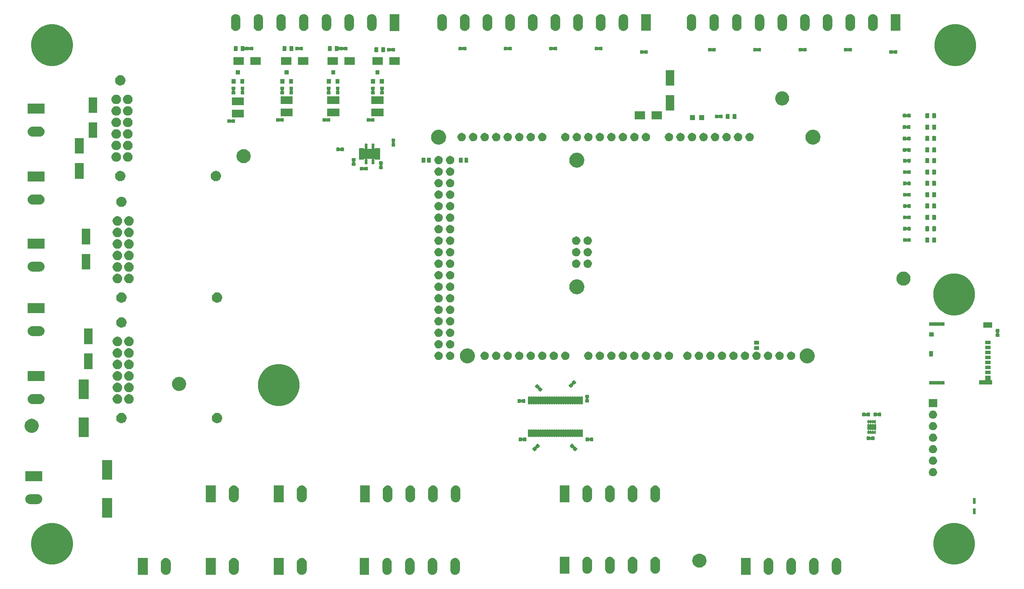
<source format=gbr>
G04 #@! TF.GenerationSoftware,KiCad,Pcbnew,(5.1.6)-1*
G04 #@! TF.CreationDate,2020-06-16T22:34:24-04:00*
G04 #@! TF.ProjectId,gantry-controller-prototype-DUE,67616e74-7279-42d6-936f-6e74726f6c6c,rev?*
G04 #@! TF.SameCoordinates,Original*
G04 #@! TF.FileFunction,Soldermask,Top*
G04 #@! TF.FilePolarity,Negative*
%FSLAX46Y46*%
G04 Gerber Fmt 4.6, Leading zero omitted, Abs format (unit mm)*
G04 Created by KiCad (PCBNEW (5.1.6)-1) date 2020-06-16 22:34:24*
%MOMM*%
%LPD*%
G01*
G04 APERTURE LIST*
%ADD10C,0.152400*%
%ADD11C,0.100000*%
G04 APERTURE END LIST*
D10*
X121000000Y-70000000D02*
X119000000Y-70000000D01*
X121000000Y-68000000D02*
X121000000Y-70000000D01*
X119000000Y-68000000D02*
X121000000Y-68000000D01*
X119000000Y-68000000D02*
X119000000Y-70000000D01*
X120540047Y-71225942D02*
X120959955Y-71225942D01*
X120540047Y-70236058D02*
X120540047Y-71225942D01*
X120959955Y-70236058D02*
X120540047Y-70236058D01*
X120959955Y-71225942D02*
X120959955Y-70236058D01*
X119040045Y-71225942D02*
X119459953Y-71225942D01*
X119040045Y-70236058D02*
X119040045Y-71225942D01*
X119459953Y-70236058D02*
X119040045Y-70236058D01*
X119459953Y-71225942D02*
X119459953Y-70236058D01*
X117736057Y-70209954D02*
X118725944Y-70209954D01*
X117736057Y-69790047D02*
X117736057Y-70209954D01*
X118725944Y-69790047D02*
X117736057Y-69790047D01*
X118725944Y-70209954D02*
X118725944Y-69790047D01*
X117736057Y-69709953D02*
X118725944Y-69709953D01*
X117736057Y-69290045D02*
X117736057Y-69709953D01*
X118725944Y-69290045D02*
X117736057Y-69290045D01*
X118725944Y-69709953D02*
X118725944Y-69290045D01*
X117736057Y-69209954D02*
X118725944Y-69209954D01*
X117736057Y-68790046D02*
X117736057Y-69209954D01*
X118725944Y-68790046D02*
X117736057Y-68790046D01*
X118725944Y-69209954D02*
X118725944Y-68790046D01*
X117736057Y-68709955D02*
X118725944Y-68709955D01*
X117736057Y-68290047D02*
X117736057Y-68709955D01*
X118725944Y-68290047D02*
X117736057Y-68290047D01*
X118725944Y-68709955D02*
X118725944Y-68290047D01*
X117736057Y-68209953D02*
X118725944Y-68209953D01*
X117736057Y-67790046D02*
X117736057Y-68209953D01*
X118725944Y-67790046D02*
X117736057Y-67790046D01*
X118725944Y-68209953D02*
X118725944Y-67790046D01*
X119040045Y-67763942D02*
X119459953Y-67763942D01*
X119040045Y-66774058D02*
X119040045Y-67763942D01*
X119459953Y-66774058D02*
X119040045Y-66774058D01*
X119459953Y-67763942D02*
X119459953Y-66774058D01*
X120540047Y-67763942D02*
X120959955Y-67763942D01*
X120540047Y-66774058D02*
X120540047Y-67763942D01*
X120959955Y-66774058D02*
X120540047Y-66774058D01*
X120959955Y-67763942D02*
X120959955Y-66774058D01*
X121274056Y-68209953D02*
X122263943Y-68209953D01*
X121274056Y-67790046D02*
X121274056Y-68209953D01*
X122263943Y-67790046D02*
X121274056Y-67790046D01*
X122263943Y-68209953D02*
X122263943Y-67790046D01*
X121274056Y-68709955D02*
X122263943Y-68709955D01*
X121274056Y-68290047D02*
X121274056Y-68709955D01*
X122263943Y-68290047D02*
X121274056Y-68290047D01*
X122263943Y-68709955D02*
X122263943Y-68290047D01*
X121274056Y-69209954D02*
X122263943Y-69209954D01*
X121274056Y-68790046D02*
X121274056Y-69209954D01*
X122263943Y-68790046D02*
X121274056Y-68790046D01*
X122263943Y-69209954D02*
X122263943Y-68790046D01*
X121274056Y-69709953D02*
X122263943Y-69709953D01*
X121274056Y-69290045D02*
X121274056Y-69709953D01*
X122263943Y-69290045D02*
X121274056Y-69290045D01*
X122263943Y-69709953D02*
X122263943Y-69290045D01*
X121274056Y-70209954D02*
X122263943Y-70209954D01*
X121274056Y-69790047D02*
X121274056Y-70209954D01*
X122263943Y-69790047D02*
X121274056Y-69790047D01*
X122263943Y-70209954D02*
X122263943Y-69790047D01*
D11*
G36*
X75293870Y-158164786D02*
G01*
X75499529Y-158227172D01*
X75631273Y-158297591D01*
X75689059Y-158328478D01*
X75855186Y-158464814D01*
X75977022Y-158613273D01*
X75991525Y-158630945D01*
X76092828Y-158820470D01*
X76155214Y-159026129D01*
X76171000Y-159186409D01*
X76171000Y-160813591D01*
X76155214Y-160973871D01*
X76092828Y-161179530D01*
X75991525Y-161369055D01*
X75991523Y-161369058D01*
X75991522Y-161369059D01*
X75855186Y-161535186D01*
X75689059Y-161671522D01*
X75689055Y-161671525D01*
X75499530Y-161772828D01*
X75293871Y-161835214D01*
X75080000Y-161856278D01*
X74866130Y-161835214D01*
X74660471Y-161772828D01*
X74470946Y-161671525D01*
X74470942Y-161671522D01*
X74304815Y-161535186D01*
X74168479Y-161369059D01*
X74168478Y-161369058D01*
X74168476Y-161369055D01*
X74067171Y-161179527D01*
X74004786Y-160973874D01*
X73989000Y-160813591D01*
X73989000Y-159186410D01*
X74004786Y-159026130D01*
X74067172Y-158820471D01*
X74168477Y-158630943D01*
X74168478Y-158630941D01*
X74304814Y-158464814D01*
X74470941Y-158328478D01*
X74470942Y-158328477D01*
X74470945Y-158328475D01*
X74660470Y-158227172D01*
X74866129Y-158164786D01*
X75080000Y-158143722D01*
X75293870Y-158164786D01*
G37*
G36*
X90293870Y-158164786D02*
G01*
X90499529Y-158227172D01*
X90631273Y-158297591D01*
X90689059Y-158328478D01*
X90855186Y-158464814D01*
X90977022Y-158613273D01*
X90991525Y-158630945D01*
X91092828Y-158820470D01*
X91155214Y-159026129D01*
X91171000Y-159186409D01*
X91171000Y-160813591D01*
X91155214Y-160973871D01*
X91092828Y-161179530D01*
X90991525Y-161369055D01*
X90991523Y-161369058D01*
X90991522Y-161369059D01*
X90855186Y-161535186D01*
X90689059Y-161671522D01*
X90689055Y-161671525D01*
X90499530Y-161772828D01*
X90293871Y-161835214D01*
X90080000Y-161856278D01*
X89866130Y-161835214D01*
X89660471Y-161772828D01*
X89470946Y-161671525D01*
X89470942Y-161671522D01*
X89304815Y-161535186D01*
X89168479Y-161369059D01*
X89168478Y-161369058D01*
X89168476Y-161369055D01*
X89067171Y-161179527D01*
X89004786Y-160973874D01*
X88989000Y-160813591D01*
X88989000Y-159186410D01*
X89004786Y-159026130D01*
X89067172Y-158820471D01*
X89168477Y-158630943D01*
X89168478Y-158630941D01*
X89304814Y-158464814D01*
X89470941Y-158328478D01*
X89470942Y-158328477D01*
X89470945Y-158328475D01*
X89660470Y-158227172D01*
X89866129Y-158164786D01*
X90080000Y-158143722D01*
X90293870Y-158164786D01*
G37*
G36*
X105293870Y-158164786D02*
G01*
X105499529Y-158227172D01*
X105631273Y-158297591D01*
X105689059Y-158328478D01*
X105855186Y-158464814D01*
X105977022Y-158613273D01*
X105991525Y-158630945D01*
X106092828Y-158820470D01*
X106155214Y-159026129D01*
X106171000Y-159186409D01*
X106171000Y-160813591D01*
X106155214Y-160973871D01*
X106092828Y-161179530D01*
X105991525Y-161369055D01*
X105991523Y-161369058D01*
X105991522Y-161369059D01*
X105855186Y-161535186D01*
X105689059Y-161671522D01*
X105689055Y-161671525D01*
X105499530Y-161772828D01*
X105293871Y-161835214D01*
X105080000Y-161856278D01*
X104866130Y-161835214D01*
X104660471Y-161772828D01*
X104470946Y-161671525D01*
X104470942Y-161671522D01*
X104304815Y-161535186D01*
X104168479Y-161369059D01*
X104168478Y-161369058D01*
X104168476Y-161369055D01*
X104067171Y-161179527D01*
X104004786Y-160973874D01*
X103989000Y-160813591D01*
X103989000Y-159186410D01*
X104004786Y-159026130D01*
X104067172Y-158820471D01*
X104168477Y-158630943D01*
X104168478Y-158630941D01*
X104304814Y-158464814D01*
X104470941Y-158328478D01*
X104470942Y-158328477D01*
X104470945Y-158328475D01*
X104660470Y-158227172D01*
X104866129Y-158164786D01*
X105080000Y-158143722D01*
X105293870Y-158164786D01*
G37*
G36*
X134078031Y-158164207D02*
G01*
X134276145Y-158224305D01*
X134276148Y-158224306D01*
X134342030Y-158259521D01*
X134458729Y-158321897D01*
X134618765Y-158453235D01*
X134750103Y-158613271D01*
X134795939Y-158699025D01*
X134847694Y-158795851D01*
X134847694Y-158795852D01*
X134847695Y-158795854D01*
X134907793Y-158993968D01*
X134923000Y-159148370D01*
X134923000Y-160851630D01*
X134907793Y-161006032D01*
X134863292Y-161152729D01*
X134847694Y-161204149D01*
X134795939Y-161300975D01*
X134750103Y-161386729D01*
X134618765Y-161546765D01*
X134458729Y-161678103D01*
X134372975Y-161723939D01*
X134276149Y-161775694D01*
X134276146Y-161775695D01*
X134078032Y-161835793D01*
X133872000Y-161856085D01*
X133665969Y-161835793D01*
X133467855Y-161775695D01*
X133467852Y-161775694D01*
X133371026Y-161723939D01*
X133285272Y-161678103D01*
X133125236Y-161546765D01*
X132993898Y-161386729D01*
X132954364Y-161312765D01*
X132896305Y-161204146D01*
X132836207Y-161006033D01*
X132821000Y-160851631D01*
X132821000Y-159148370D01*
X132827995Y-159077353D01*
X132836207Y-158993969D01*
X132896305Y-158795855D01*
X132896306Y-158795852D01*
X132931521Y-158729970D01*
X132993897Y-158613271D01*
X133125235Y-158453235D01*
X133285271Y-158321897D01*
X133371025Y-158276061D01*
X133467851Y-158224306D01*
X133467854Y-158224305D01*
X133665968Y-158164207D01*
X133872000Y-158143915D01*
X134078031Y-158164207D01*
G37*
G36*
X139078031Y-158164207D02*
G01*
X139276145Y-158224305D01*
X139276148Y-158224306D01*
X139342030Y-158259521D01*
X139458729Y-158321897D01*
X139618765Y-158453235D01*
X139750103Y-158613271D01*
X139795939Y-158699025D01*
X139847694Y-158795851D01*
X139847694Y-158795852D01*
X139847695Y-158795854D01*
X139907793Y-158993968D01*
X139923000Y-159148370D01*
X139923000Y-160851630D01*
X139907793Y-161006032D01*
X139863292Y-161152729D01*
X139847694Y-161204149D01*
X139795939Y-161300975D01*
X139750103Y-161386729D01*
X139618765Y-161546765D01*
X139458729Y-161678103D01*
X139372975Y-161723939D01*
X139276149Y-161775694D01*
X139276146Y-161775695D01*
X139078032Y-161835793D01*
X138872000Y-161856085D01*
X138665969Y-161835793D01*
X138467855Y-161775695D01*
X138467852Y-161775694D01*
X138371026Y-161723939D01*
X138285272Y-161678103D01*
X138125236Y-161546765D01*
X137993898Y-161386729D01*
X137954364Y-161312765D01*
X137896305Y-161204146D01*
X137836207Y-161006033D01*
X137821000Y-160851631D01*
X137821000Y-159148370D01*
X137827995Y-159077353D01*
X137836207Y-158993969D01*
X137896305Y-158795855D01*
X137896306Y-158795852D01*
X137931521Y-158729970D01*
X137993897Y-158613271D01*
X138125235Y-158453235D01*
X138285271Y-158321897D01*
X138371025Y-158276061D01*
X138467851Y-158224306D01*
X138467854Y-158224305D01*
X138665968Y-158164207D01*
X138872000Y-158143915D01*
X139078031Y-158164207D01*
G37*
G36*
X208206031Y-158164207D02*
G01*
X208404145Y-158224305D01*
X208404148Y-158224306D01*
X208470030Y-158259521D01*
X208586729Y-158321897D01*
X208746765Y-158453235D01*
X208878103Y-158613271D01*
X208923939Y-158699025D01*
X208975694Y-158795851D01*
X208975694Y-158795852D01*
X208975695Y-158795854D01*
X209035793Y-158993968D01*
X209051000Y-159148370D01*
X209051000Y-160851630D01*
X209035793Y-161006032D01*
X208991292Y-161152729D01*
X208975694Y-161204149D01*
X208923939Y-161300975D01*
X208878103Y-161386729D01*
X208746765Y-161546765D01*
X208586729Y-161678103D01*
X208500975Y-161723939D01*
X208404149Y-161775694D01*
X208404146Y-161775695D01*
X208206032Y-161835793D01*
X208000000Y-161856085D01*
X207793969Y-161835793D01*
X207595855Y-161775695D01*
X207595852Y-161775694D01*
X207499026Y-161723939D01*
X207413272Y-161678103D01*
X207253236Y-161546765D01*
X207121898Y-161386729D01*
X207082364Y-161312765D01*
X207024305Y-161204146D01*
X206964207Y-161006033D01*
X206949000Y-160851631D01*
X206949000Y-159148370D01*
X206955995Y-159077353D01*
X206964207Y-158993969D01*
X207024305Y-158795855D01*
X207024306Y-158795852D01*
X207059521Y-158729970D01*
X207121897Y-158613271D01*
X207253235Y-158453235D01*
X207413271Y-158321897D01*
X207499025Y-158276061D01*
X207595851Y-158224306D01*
X207595854Y-158224305D01*
X207793968Y-158164207D01*
X208000000Y-158143915D01*
X208206031Y-158164207D01*
G37*
G36*
X213206031Y-158164207D02*
G01*
X213404145Y-158224305D01*
X213404148Y-158224306D01*
X213470030Y-158259521D01*
X213586729Y-158321897D01*
X213746765Y-158453235D01*
X213878103Y-158613271D01*
X213923939Y-158699025D01*
X213975694Y-158795851D01*
X213975694Y-158795852D01*
X213975695Y-158795854D01*
X214035793Y-158993968D01*
X214051000Y-159148370D01*
X214051000Y-160851630D01*
X214035793Y-161006032D01*
X213991292Y-161152729D01*
X213975694Y-161204149D01*
X213923939Y-161300975D01*
X213878103Y-161386729D01*
X213746765Y-161546765D01*
X213586729Y-161678103D01*
X213500975Y-161723939D01*
X213404149Y-161775694D01*
X213404146Y-161775695D01*
X213206032Y-161835793D01*
X213000000Y-161856085D01*
X212793969Y-161835793D01*
X212595855Y-161775695D01*
X212595852Y-161775694D01*
X212499026Y-161723939D01*
X212413272Y-161678103D01*
X212253236Y-161546765D01*
X212121898Y-161386729D01*
X212082364Y-161312765D01*
X212024305Y-161204146D01*
X211964207Y-161006033D01*
X211949000Y-160851631D01*
X211949000Y-159148370D01*
X211955995Y-159077353D01*
X211964207Y-158993969D01*
X212024305Y-158795855D01*
X212024306Y-158795852D01*
X212059521Y-158729970D01*
X212121897Y-158613271D01*
X212253235Y-158453235D01*
X212413271Y-158321897D01*
X212499025Y-158276061D01*
X212595851Y-158224306D01*
X212595854Y-158224305D01*
X212793968Y-158164207D01*
X213000000Y-158143915D01*
X213206031Y-158164207D01*
G37*
G36*
X218206031Y-158164207D02*
G01*
X218404145Y-158224305D01*
X218404148Y-158224306D01*
X218470030Y-158259521D01*
X218586729Y-158321897D01*
X218746765Y-158453235D01*
X218878103Y-158613271D01*
X218923939Y-158699025D01*
X218975694Y-158795851D01*
X218975694Y-158795852D01*
X218975695Y-158795854D01*
X219035793Y-158993968D01*
X219051000Y-159148370D01*
X219051000Y-160851630D01*
X219035793Y-161006032D01*
X218991292Y-161152729D01*
X218975694Y-161204149D01*
X218923939Y-161300975D01*
X218878103Y-161386729D01*
X218746765Y-161546765D01*
X218586729Y-161678103D01*
X218500975Y-161723939D01*
X218404149Y-161775694D01*
X218404146Y-161775695D01*
X218206032Y-161835793D01*
X218000000Y-161856085D01*
X217793969Y-161835793D01*
X217595855Y-161775695D01*
X217595852Y-161775694D01*
X217499026Y-161723939D01*
X217413272Y-161678103D01*
X217253236Y-161546765D01*
X217121898Y-161386729D01*
X217082364Y-161312765D01*
X217024305Y-161204146D01*
X216964207Y-161006033D01*
X216949000Y-160851631D01*
X216949000Y-159148370D01*
X216955995Y-159077353D01*
X216964207Y-158993969D01*
X217024305Y-158795855D01*
X217024306Y-158795852D01*
X217059521Y-158729970D01*
X217121897Y-158613271D01*
X217253235Y-158453235D01*
X217413271Y-158321897D01*
X217499025Y-158276061D01*
X217595851Y-158224306D01*
X217595854Y-158224305D01*
X217793968Y-158164207D01*
X218000000Y-158143915D01*
X218206031Y-158164207D01*
G37*
G36*
X223206031Y-158164207D02*
G01*
X223404145Y-158224305D01*
X223404148Y-158224306D01*
X223470030Y-158259521D01*
X223586729Y-158321897D01*
X223746765Y-158453235D01*
X223878103Y-158613271D01*
X223923939Y-158699025D01*
X223975694Y-158795851D01*
X223975694Y-158795852D01*
X223975695Y-158795854D01*
X224035793Y-158993968D01*
X224051000Y-159148370D01*
X224051000Y-160851630D01*
X224035793Y-161006032D01*
X223991292Y-161152729D01*
X223975694Y-161204149D01*
X223923939Y-161300975D01*
X223878103Y-161386729D01*
X223746765Y-161546765D01*
X223586729Y-161678103D01*
X223500975Y-161723939D01*
X223404149Y-161775694D01*
X223404146Y-161775695D01*
X223206032Y-161835793D01*
X223000000Y-161856085D01*
X222793969Y-161835793D01*
X222595855Y-161775695D01*
X222595852Y-161775694D01*
X222499026Y-161723939D01*
X222413272Y-161678103D01*
X222253236Y-161546765D01*
X222121898Y-161386729D01*
X222082364Y-161312765D01*
X222024305Y-161204146D01*
X221964207Y-161006033D01*
X221949000Y-160851631D01*
X221949000Y-159148370D01*
X221955995Y-159077353D01*
X221964207Y-158993969D01*
X222024305Y-158795855D01*
X222024306Y-158795852D01*
X222059521Y-158729970D01*
X222121897Y-158613271D01*
X222253235Y-158453235D01*
X222413271Y-158321897D01*
X222499025Y-158276061D01*
X222595851Y-158224306D01*
X222595854Y-158224305D01*
X222793968Y-158164207D01*
X223000000Y-158143915D01*
X223206031Y-158164207D01*
G37*
G36*
X129078031Y-158164207D02*
G01*
X129276145Y-158224305D01*
X129276148Y-158224306D01*
X129342030Y-158259521D01*
X129458729Y-158321897D01*
X129618765Y-158453235D01*
X129750103Y-158613271D01*
X129795939Y-158699025D01*
X129847694Y-158795851D01*
X129847694Y-158795852D01*
X129847695Y-158795854D01*
X129907793Y-158993968D01*
X129923000Y-159148370D01*
X129923000Y-160851630D01*
X129907793Y-161006032D01*
X129863292Y-161152729D01*
X129847694Y-161204149D01*
X129795939Y-161300975D01*
X129750103Y-161386729D01*
X129618765Y-161546765D01*
X129458729Y-161678103D01*
X129372975Y-161723939D01*
X129276149Y-161775694D01*
X129276146Y-161775695D01*
X129078032Y-161835793D01*
X128872000Y-161856085D01*
X128665969Y-161835793D01*
X128467855Y-161775695D01*
X128467852Y-161775694D01*
X128371026Y-161723939D01*
X128285272Y-161678103D01*
X128125236Y-161546765D01*
X127993898Y-161386729D01*
X127954364Y-161312765D01*
X127896305Y-161204146D01*
X127836207Y-161006033D01*
X127821000Y-160851631D01*
X127821000Y-159148370D01*
X127827995Y-159077353D01*
X127836207Y-158993969D01*
X127896305Y-158795855D01*
X127896306Y-158795852D01*
X127931521Y-158729970D01*
X127993897Y-158613271D01*
X128125235Y-158453235D01*
X128285271Y-158321897D01*
X128371025Y-158276061D01*
X128467851Y-158224306D01*
X128467854Y-158224305D01*
X128665968Y-158164207D01*
X128872000Y-158143915D01*
X129078031Y-158164207D01*
G37*
G36*
X124078031Y-158164207D02*
G01*
X124276145Y-158224305D01*
X124276148Y-158224306D01*
X124342030Y-158259521D01*
X124458729Y-158321897D01*
X124618765Y-158453235D01*
X124750103Y-158613271D01*
X124795939Y-158699025D01*
X124847694Y-158795851D01*
X124847694Y-158795852D01*
X124847695Y-158795854D01*
X124907793Y-158993968D01*
X124923000Y-159148370D01*
X124923000Y-160851630D01*
X124907793Y-161006032D01*
X124863292Y-161152729D01*
X124847694Y-161204149D01*
X124795939Y-161300975D01*
X124750103Y-161386729D01*
X124618765Y-161546765D01*
X124458729Y-161678103D01*
X124372975Y-161723939D01*
X124276149Y-161775694D01*
X124276146Y-161775695D01*
X124078032Y-161835793D01*
X123872000Y-161856085D01*
X123665969Y-161835793D01*
X123467855Y-161775695D01*
X123467852Y-161775694D01*
X123371026Y-161723939D01*
X123285272Y-161678103D01*
X123125236Y-161546765D01*
X122993898Y-161386729D01*
X122954364Y-161312765D01*
X122896305Y-161204146D01*
X122836207Y-161006033D01*
X122821000Y-160851631D01*
X122821000Y-159148370D01*
X122827995Y-159077353D01*
X122836207Y-158993969D01*
X122896305Y-158795855D01*
X122896306Y-158795852D01*
X122931521Y-158729970D01*
X122993897Y-158613271D01*
X123125235Y-158453235D01*
X123285271Y-158321897D01*
X123371025Y-158276061D01*
X123467851Y-158224306D01*
X123467854Y-158224305D01*
X123665968Y-158164207D01*
X123872000Y-158143915D01*
X124078031Y-158164207D01*
G37*
G36*
X101091000Y-161851000D02*
G01*
X98909000Y-161851000D01*
X98909000Y-158149000D01*
X101091000Y-158149000D01*
X101091000Y-161851000D01*
G37*
G36*
X71091000Y-161851000D02*
G01*
X68909000Y-161851000D01*
X68909000Y-158149000D01*
X71091000Y-158149000D01*
X71091000Y-161851000D01*
G37*
G36*
X86091000Y-161851000D02*
G01*
X83909000Y-161851000D01*
X83909000Y-158149000D01*
X86091000Y-158149000D01*
X86091000Y-161851000D01*
G37*
G36*
X204051000Y-161851000D02*
G01*
X201949000Y-161851000D01*
X201949000Y-158149000D01*
X204051000Y-158149000D01*
X204051000Y-161851000D01*
G37*
G36*
X119923000Y-161851000D02*
G01*
X117821000Y-161851000D01*
X117821000Y-158149000D01*
X119923000Y-158149000D01*
X119923000Y-161851000D01*
G37*
G36*
X183206031Y-157930207D02*
G01*
X183404145Y-157990305D01*
X183404148Y-157990306D01*
X183470030Y-158025521D01*
X183586729Y-158087897D01*
X183746765Y-158219235D01*
X183878103Y-158379271D01*
X183878104Y-158379273D01*
X183975694Y-158561851D01*
X183975694Y-158561852D01*
X183975695Y-158561854D01*
X184035793Y-158759968D01*
X184051000Y-158914370D01*
X184051000Y-160617630D01*
X184035793Y-160772032D01*
X183975695Y-160970146D01*
X183975694Y-160970149D01*
X183923939Y-161066975D01*
X183878103Y-161152729D01*
X183746765Y-161312765D01*
X183586729Y-161444103D01*
X183500975Y-161489939D01*
X183404149Y-161541694D01*
X183404146Y-161541695D01*
X183206032Y-161601793D01*
X183000000Y-161622085D01*
X182793969Y-161601793D01*
X182595855Y-161541695D01*
X182595852Y-161541694D01*
X182499026Y-161489939D01*
X182413272Y-161444103D01*
X182253236Y-161312765D01*
X182121898Y-161152729D01*
X182087904Y-161089130D01*
X182024305Y-160970146D01*
X181964207Y-160772033D01*
X181949000Y-160617631D01*
X181949000Y-158914370D01*
X181964207Y-158759971D01*
X181964207Y-158759969D01*
X182024305Y-158561855D01*
X182024306Y-158561852D01*
X182059521Y-158495970D01*
X182121897Y-158379271D01*
X182253235Y-158219235D01*
X182413271Y-158087897D01*
X182499025Y-158042061D01*
X182595851Y-157990306D01*
X182595854Y-157990305D01*
X182793968Y-157930207D01*
X183000000Y-157909915D01*
X183206031Y-157930207D01*
G37*
G36*
X178206031Y-157930207D02*
G01*
X178404145Y-157990305D01*
X178404148Y-157990306D01*
X178470030Y-158025521D01*
X178586729Y-158087897D01*
X178746765Y-158219235D01*
X178878103Y-158379271D01*
X178878104Y-158379273D01*
X178975694Y-158561851D01*
X178975694Y-158561852D01*
X178975695Y-158561854D01*
X179035793Y-158759968D01*
X179051000Y-158914370D01*
X179051000Y-160617630D01*
X179035793Y-160772032D01*
X178975695Y-160970146D01*
X178975694Y-160970149D01*
X178923939Y-161066975D01*
X178878103Y-161152729D01*
X178746765Y-161312765D01*
X178586729Y-161444103D01*
X178500975Y-161489939D01*
X178404149Y-161541694D01*
X178404146Y-161541695D01*
X178206032Y-161601793D01*
X178000000Y-161622085D01*
X177793969Y-161601793D01*
X177595855Y-161541695D01*
X177595852Y-161541694D01*
X177499026Y-161489939D01*
X177413272Y-161444103D01*
X177253236Y-161312765D01*
X177121898Y-161152729D01*
X177087904Y-161089130D01*
X177024305Y-160970146D01*
X176964207Y-160772033D01*
X176949000Y-160617631D01*
X176949000Y-158914370D01*
X176964207Y-158759971D01*
X176964207Y-158759969D01*
X177024305Y-158561855D01*
X177024306Y-158561852D01*
X177059521Y-158495970D01*
X177121897Y-158379271D01*
X177253235Y-158219235D01*
X177413271Y-158087897D01*
X177499025Y-158042061D01*
X177595851Y-157990306D01*
X177595854Y-157990305D01*
X177793968Y-157930207D01*
X178000000Y-157909915D01*
X178206031Y-157930207D01*
G37*
G36*
X173206031Y-157930207D02*
G01*
X173404145Y-157990305D01*
X173404148Y-157990306D01*
X173470030Y-158025521D01*
X173586729Y-158087897D01*
X173746765Y-158219235D01*
X173878103Y-158379271D01*
X173878104Y-158379273D01*
X173975694Y-158561851D01*
X173975694Y-158561852D01*
X173975695Y-158561854D01*
X174035793Y-158759968D01*
X174051000Y-158914370D01*
X174051000Y-160617630D01*
X174035793Y-160772032D01*
X173975695Y-160970146D01*
X173975694Y-160970149D01*
X173923939Y-161066975D01*
X173878103Y-161152729D01*
X173746765Y-161312765D01*
X173586729Y-161444103D01*
X173500975Y-161489939D01*
X173404149Y-161541694D01*
X173404146Y-161541695D01*
X173206032Y-161601793D01*
X173000000Y-161622085D01*
X172793969Y-161601793D01*
X172595855Y-161541695D01*
X172595852Y-161541694D01*
X172499026Y-161489939D01*
X172413272Y-161444103D01*
X172253236Y-161312765D01*
X172121898Y-161152729D01*
X172087904Y-161089130D01*
X172024305Y-160970146D01*
X171964207Y-160772033D01*
X171949000Y-160617631D01*
X171949000Y-158914370D01*
X171964207Y-158759971D01*
X171964207Y-158759969D01*
X172024305Y-158561855D01*
X172024306Y-158561852D01*
X172059521Y-158495970D01*
X172121897Y-158379271D01*
X172253235Y-158219235D01*
X172413271Y-158087897D01*
X172499025Y-158042061D01*
X172595851Y-157990306D01*
X172595854Y-157990305D01*
X172793968Y-157930207D01*
X173000000Y-157909915D01*
X173206031Y-157930207D01*
G37*
G36*
X168206031Y-157930207D02*
G01*
X168404145Y-157990305D01*
X168404148Y-157990306D01*
X168470030Y-158025521D01*
X168586729Y-158087897D01*
X168746765Y-158219235D01*
X168878103Y-158379271D01*
X168878104Y-158379273D01*
X168975694Y-158561851D01*
X168975694Y-158561852D01*
X168975695Y-158561854D01*
X169035793Y-158759968D01*
X169051000Y-158914370D01*
X169051000Y-160617630D01*
X169035793Y-160772032D01*
X168975695Y-160970146D01*
X168975694Y-160970149D01*
X168923939Y-161066975D01*
X168878103Y-161152729D01*
X168746765Y-161312765D01*
X168586729Y-161444103D01*
X168500975Y-161489939D01*
X168404149Y-161541694D01*
X168404146Y-161541695D01*
X168206032Y-161601793D01*
X168000000Y-161622085D01*
X167793969Y-161601793D01*
X167595855Y-161541695D01*
X167595852Y-161541694D01*
X167499026Y-161489939D01*
X167413272Y-161444103D01*
X167253236Y-161312765D01*
X167121898Y-161152729D01*
X167087904Y-161089130D01*
X167024305Y-160970146D01*
X166964207Y-160772033D01*
X166949000Y-160617631D01*
X166949000Y-158914370D01*
X166964207Y-158759971D01*
X166964207Y-158759969D01*
X167024305Y-158561855D01*
X167024306Y-158561852D01*
X167059521Y-158495970D01*
X167121897Y-158379271D01*
X167253235Y-158219235D01*
X167413271Y-158087897D01*
X167499025Y-158042061D01*
X167595851Y-157990306D01*
X167595854Y-157990305D01*
X167793968Y-157930207D01*
X168000000Y-157909915D01*
X168206031Y-157930207D01*
G37*
G36*
X164051000Y-161617000D02*
G01*
X161949000Y-161617000D01*
X161949000Y-157915000D01*
X164051000Y-157915000D01*
X164051000Y-161617000D01*
G37*
G36*
X193052585Y-157228802D02*
G01*
X193202410Y-157258604D01*
X193484674Y-157375521D01*
X193738705Y-157545259D01*
X193954741Y-157761295D01*
X194124479Y-158015326D01*
X194241396Y-158297590D01*
X194257644Y-158379273D01*
X194301000Y-158597239D01*
X194301000Y-158902761D01*
X194282857Y-158993970D01*
X194241396Y-159202410D01*
X194124479Y-159484674D01*
X193954741Y-159738705D01*
X193738705Y-159954741D01*
X193484674Y-160124479D01*
X193202410Y-160241396D01*
X193052585Y-160271198D01*
X192902761Y-160301000D01*
X192597239Y-160301000D01*
X192447415Y-160271198D01*
X192297590Y-160241396D01*
X192015326Y-160124479D01*
X191761295Y-159954741D01*
X191545259Y-159738705D01*
X191375521Y-159484674D01*
X191258604Y-159202410D01*
X191217143Y-158993970D01*
X191199000Y-158902761D01*
X191199000Y-158597239D01*
X191242356Y-158379273D01*
X191258604Y-158297590D01*
X191375521Y-158015326D01*
X191545259Y-157761295D01*
X191761295Y-157545259D01*
X192015326Y-157375521D01*
X192297590Y-157258604D01*
X192447415Y-157228802D01*
X192597239Y-157199000D01*
X192902761Y-157199000D01*
X193052585Y-157228802D01*
G37*
G36*
X249817610Y-150487407D02*
G01*
X250262062Y-150575814D01*
X251099391Y-150922647D01*
X251852966Y-151426170D01*
X252493830Y-152067034D01*
X252997353Y-152820609D01*
X253344186Y-153657938D01*
X253521000Y-154546841D01*
X253521000Y-155453159D01*
X253344186Y-156342062D01*
X252997353Y-157179391D01*
X252493830Y-157932966D01*
X251852966Y-158573830D01*
X251099391Y-159077353D01*
X250262062Y-159424186D01*
X249373160Y-159601000D01*
X248466840Y-159601000D01*
X247577938Y-159424186D01*
X246740609Y-159077353D01*
X245987034Y-158573830D01*
X245346170Y-157932966D01*
X244842647Y-157179391D01*
X244495814Y-156342062D01*
X244319000Y-155453159D01*
X244319000Y-154546841D01*
X244495814Y-153657938D01*
X244842647Y-152820609D01*
X245346170Y-152067034D01*
X245987034Y-151426170D01*
X246740609Y-150922647D01*
X247577938Y-150575814D01*
X248022390Y-150487407D01*
X248466840Y-150399000D01*
X249373160Y-150399000D01*
X249817610Y-150487407D01*
G37*
G36*
X50897610Y-150487407D02*
G01*
X51342062Y-150575814D01*
X52179391Y-150922647D01*
X52932966Y-151426170D01*
X53573830Y-152067034D01*
X54077353Y-152820609D01*
X54424186Y-153657938D01*
X54601000Y-154546841D01*
X54601000Y-155453159D01*
X54424186Y-156342062D01*
X54077353Y-157179391D01*
X53573830Y-157932966D01*
X52932966Y-158573830D01*
X52179391Y-159077353D01*
X51342062Y-159424186D01*
X50453160Y-159601000D01*
X49546840Y-159601000D01*
X48657938Y-159424186D01*
X47820609Y-159077353D01*
X47067034Y-158573830D01*
X46426170Y-157932966D01*
X45922647Y-157179391D01*
X45575814Y-156342062D01*
X45399000Y-155453159D01*
X45399000Y-154546841D01*
X45575814Y-153657938D01*
X45922647Y-152820609D01*
X46426170Y-152067034D01*
X47067034Y-151426170D01*
X47820609Y-150922647D01*
X48657938Y-150575814D01*
X49102390Y-150487407D01*
X49546840Y-150399000D01*
X50453160Y-150399000D01*
X50897610Y-150487407D01*
G37*
G36*
X63271100Y-149237900D02*
G01*
X61060900Y-149237900D01*
X61060900Y-144919500D01*
X63271100Y-144919500D01*
X63271100Y-149237900D01*
G37*
G36*
X253692300Y-148452800D02*
G01*
X253107700Y-148452800D01*
X253107700Y-147182400D01*
X253692300Y-147182400D01*
X253692300Y-148452800D01*
G37*
G36*
X46947871Y-144085786D02*
G01*
X47153530Y-144148172D01*
X47343055Y-144249475D01*
X47343058Y-144249477D01*
X47343059Y-144249478D01*
X47509186Y-144385814D01*
X47645522Y-144551941D01*
X47645525Y-144551945D01*
X47746828Y-144741470D01*
X47809214Y-144947129D01*
X47830278Y-145161000D01*
X47809214Y-145374871D01*
X47746828Y-145580530D01*
X47645525Y-145770055D01*
X47645523Y-145770058D01*
X47645522Y-145770059D01*
X47509186Y-145936186D01*
X47343059Y-146072522D01*
X47343055Y-146072525D01*
X47153530Y-146173828D01*
X46947871Y-146236214D01*
X46787591Y-146252000D01*
X45160409Y-146252000D01*
X45000129Y-146236214D01*
X44794470Y-146173828D01*
X44604945Y-146072525D01*
X44604941Y-146072522D01*
X44438814Y-145936186D01*
X44302478Y-145770059D01*
X44302477Y-145770058D01*
X44302475Y-145770055D01*
X44201172Y-145580530D01*
X44138786Y-145374871D01*
X44117722Y-145161000D01*
X44138786Y-144947129D01*
X44201172Y-144741470D01*
X44302475Y-144551945D01*
X44302478Y-144551941D01*
X44438814Y-144385814D01*
X44604941Y-144249478D01*
X44604942Y-144249477D01*
X44604945Y-144249475D01*
X44794470Y-144148172D01*
X45000129Y-144085786D01*
X45160409Y-144070000D01*
X46787591Y-144070000D01*
X46947871Y-144085786D01*
G37*
G36*
X253692300Y-146217600D02*
G01*
X253107700Y-146217600D01*
X253107700Y-144947200D01*
X253692300Y-144947200D01*
X253692300Y-146217600D01*
G37*
G36*
X90293870Y-142164786D02*
G01*
X90499529Y-142227172D01*
X90669607Y-142318081D01*
X90689059Y-142328478D01*
X90855186Y-142464814D01*
X90977022Y-142613273D01*
X90991525Y-142630945D01*
X91092828Y-142820470D01*
X91155214Y-143026129D01*
X91171000Y-143186409D01*
X91171000Y-144813591D01*
X91155214Y-144973871D01*
X91092828Y-145179530D01*
X90991525Y-145369055D01*
X90991523Y-145369058D01*
X90991522Y-145369059D01*
X90855186Y-145535186D01*
X90689059Y-145671522D01*
X90689055Y-145671525D01*
X90499530Y-145772828D01*
X90293871Y-145835214D01*
X90080000Y-145856278D01*
X89866130Y-145835214D01*
X89660471Y-145772828D01*
X89470946Y-145671525D01*
X89470942Y-145671522D01*
X89304815Y-145535186D01*
X89168479Y-145369059D01*
X89168478Y-145369058D01*
X89168476Y-145369055D01*
X89067171Y-145179527D01*
X89004786Y-144973874D01*
X88989000Y-144813591D01*
X88989000Y-143186410D01*
X89004786Y-143026130D01*
X89067172Y-142820471D01*
X89168477Y-142630943D01*
X89168478Y-142630941D01*
X89304814Y-142464814D01*
X89470941Y-142328478D01*
X89470942Y-142328477D01*
X89470945Y-142328475D01*
X89660470Y-142227172D01*
X89866129Y-142164786D01*
X90080000Y-142143722D01*
X90293870Y-142164786D01*
G37*
G36*
X105293870Y-142164786D02*
G01*
X105499529Y-142227172D01*
X105669607Y-142318081D01*
X105689059Y-142328478D01*
X105855186Y-142464814D01*
X105977022Y-142613273D01*
X105991525Y-142630945D01*
X106092828Y-142820470D01*
X106155214Y-143026129D01*
X106171000Y-143186409D01*
X106171000Y-144813591D01*
X106155214Y-144973871D01*
X106092828Y-145179530D01*
X105991525Y-145369055D01*
X105991523Y-145369058D01*
X105991522Y-145369059D01*
X105855186Y-145535186D01*
X105689059Y-145671522D01*
X105689055Y-145671525D01*
X105499530Y-145772828D01*
X105293871Y-145835214D01*
X105080000Y-145856278D01*
X104866130Y-145835214D01*
X104660471Y-145772828D01*
X104470946Y-145671525D01*
X104470942Y-145671522D01*
X104304815Y-145535186D01*
X104168479Y-145369059D01*
X104168478Y-145369058D01*
X104168476Y-145369055D01*
X104067171Y-145179527D01*
X104004786Y-144973874D01*
X103989000Y-144813591D01*
X103989000Y-143186410D01*
X104004786Y-143026130D01*
X104067172Y-142820471D01*
X104168477Y-142630943D01*
X104168478Y-142630941D01*
X104304814Y-142464814D01*
X104470941Y-142328478D01*
X104470942Y-142328477D01*
X104470945Y-142328475D01*
X104660470Y-142227172D01*
X104866129Y-142164786D01*
X105080000Y-142143722D01*
X105293870Y-142164786D01*
G37*
G36*
X139206031Y-142164207D02*
G01*
X139404145Y-142224305D01*
X139404148Y-142224306D01*
X139470030Y-142259521D01*
X139586729Y-142321897D01*
X139746765Y-142453235D01*
X139878103Y-142613271D01*
X139923939Y-142699025D01*
X139975694Y-142795851D01*
X139975694Y-142795852D01*
X139975695Y-142795854D01*
X140035793Y-142993968D01*
X140051000Y-143148370D01*
X140051000Y-144851630D01*
X140035793Y-145006032D01*
X139988783Y-145161000D01*
X139975694Y-145204149D01*
X139923939Y-145300975D01*
X139878103Y-145386729D01*
X139746765Y-145546765D01*
X139586729Y-145678103D01*
X139500975Y-145723939D01*
X139404149Y-145775694D01*
X139404146Y-145775695D01*
X139206032Y-145835793D01*
X139000000Y-145856085D01*
X138793969Y-145835793D01*
X138595855Y-145775695D01*
X138595852Y-145775694D01*
X138499026Y-145723939D01*
X138413272Y-145678103D01*
X138253236Y-145546765D01*
X138121898Y-145386729D01*
X138087904Y-145323130D01*
X138024305Y-145204146D01*
X137964207Y-145006033D01*
X137949000Y-144851631D01*
X137949000Y-143148370D01*
X137954069Y-143096904D01*
X137964207Y-142993969D01*
X138024305Y-142795855D01*
X138024306Y-142795852D01*
X138059521Y-142729970D01*
X138121897Y-142613271D01*
X138253235Y-142453235D01*
X138413271Y-142321897D01*
X138499025Y-142276061D01*
X138595851Y-142224306D01*
X138595854Y-142224305D01*
X138793968Y-142164207D01*
X139000000Y-142143915D01*
X139206031Y-142164207D01*
G37*
G36*
X173206031Y-142164207D02*
G01*
X173404145Y-142224305D01*
X173404148Y-142224306D01*
X173470030Y-142259521D01*
X173586729Y-142321897D01*
X173746765Y-142453235D01*
X173878103Y-142613271D01*
X173923939Y-142699025D01*
X173975694Y-142795851D01*
X173975694Y-142795852D01*
X173975695Y-142795854D01*
X174035793Y-142993968D01*
X174051000Y-143148370D01*
X174051000Y-144851630D01*
X174035793Y-145006032D01*
X173988783Y-145161000D01*
X173975694Y-145204149D01*
X173923939Y-145300975D01*
X173878103Y-145386729D01*
X173746765Y-145546765D01*
X173586729Y-145678103D01*
X173500975Y-145723939D01*
X173404149Y-145775694D01*
X173404146Y-145775695D01*
X173206032Y-145835793D01*
X173000000Y-145856085D01*
X172793969Y-145835793D01*
X172595855Y-145775695D01*
X172595852Y-145775694D01*
X172499026Y-145723939D01*
X172413272Y-145678103D01*
X172253236Y-145546765D01*
X172121898Y-145386729D01*
X172087904Y-145323130D01*
X172024305Y-145204146D01*
X171964207Y-145006033D01*
X171949000Y-144851631D01*
X171949000Y-143148370D01*
X171954069Y-143096904D01*
X171964207Y-142993969D01*
X172024305Y-142795855D01*
X172024306Y-142795852D01*
X172059521Y-142729970D01*
X172121897Y-142613271D01*
X172253235Y-142453235D01*
X172413271Y-142321897D01*
X172499025Y-142276061D01*
X172595851Y-142224306D01*
X172595854Y-142224305D01*
X172793968Y-142164207D01*
X173000000Y-142143915D01*
X173206031Y-142164207D01*
G37*
G36*
X178206031Y-142164207D02*
G01*
X178404145Y-142224305D01*
X178404148Y-142224306D01*
X178470030Y-142259521D01*
X178586729Y-142321897D01*
X178746765Y-142453235D01*
X178878103Y-142613271D01*
X178923939Y-142699025D01*
X178975694Y-142795851D01*
X178975694Y-142795852D01*
X178975695Y-142795854D01*
X179035793Y-142993968D01*
X179051000Y-143148370D01*
X179051000Y-144851630D01*
X179035793Y-145006032D01*
X178988783Y-145161000D01*
X178975694Y-145204149D01*
X178923939Y-145300975D01*
X178878103Y-145386729D01*
X178746765Y-145546765D01*
X178586729Y-145678103D01*
X178500975Y-145723939D01*
X178404149Y-145775694D01*
X178404146Y-145775695D01*
X178206032Y-145835793D01*
X178000000Y-145856085D01*
X177793969Y-145835793D01*
X177595855Y-145775695D01*
X177595852Y-145775694D01*
X177499026Y-145723939D01*
X177413272Y-145678103D01*
X177253236Y-145546765D01*
X177121898Y-145386729D01*
X177087904Y-145323130D01*
X177024305Y-145204146D01*
X176964207Y-145006033D01*
X176949000Y-144851631D01*
X176949000Y-143148370D01*
X176954069Y-143096904D01*
X176964207Y-142993969D01*
X177024305Y-142795855D01*
X177024306Y-142795852D01*
X177059521Y-142729970D01*
X177121897Y-142613271D01*
X177253235Y-142453235D01*
X177413271Y-142321897D01*
X177499025Y-142276061D01*
X177595851Y-142224306D01*
X177595854Y-142224305D01*
X177793968Y-142164207D01*
X178000000Y-142143915D01*
X178206031Y-142164207D01*
G37*
G36*
X183206031Y-142164207D02*
G01*
X183404145Y-142224305D01*
X183404148Y-142224306D01*
X183470030Y-142259521D01*
X183586729Y-142321897D01*
X183746765Y-142453235D01*
X183878103Y-142613271D01*
X183923939Y-142699025D01*
X183975694Y-142795851D01*
X183975694Y-142795852D01*
X183975695Y-142795854D01*
X184035793Y-142993968D01*
X184051000Y-143148370D01*
X184051000Y-144851630D01*
X184035793Y-145006032D01*
X183988783Y-145161000D01*
X183975694Y-145204149D01*
X183923939Y-145300975D01*
X183878103Y-145386729D01*
X183746765Y-145546765D01*
X183586729Y-145678103D01*
X183500975Y-145723939D01*
X183404149Y-145775694D01*
X183404146Y-145775695D01*
X183206032Y-145835793D01*
X183000000Y-145856085D01*
X182793969Y-145835793D01*
X182595855Y-145775695D01*
X182595852Y-145775694D01*
X182499026Y-145723939D01*
X182413272Y-145678103D01*
X182253236Y-145546765D01*
X182121898Y-145386729D01*
X182087904Y-145323130D01*
X182024305Y-145204146D01*
X181964207Y-145006033D01*
X181949000Y-144851631D01*
X181949000Y-143148370D01*
X181954069Y-143096904D01*
X181964207Y-142993969D01*
X182024305Y-142795855D01*
X182024306Y-142795852D01*
X182059521Y-142729970D01*
X182121897Y-142613271D01*
X182253235Y-142453235D01*
X182413271Y-142321897D01*
X182499025Y-142276061D01*
X182595851Y-142224306D01*
X182595854Y-142224305D01*
X182793968Y-142164207D01*
X183000000Y-142143915D01*
X183206031Y-142164207D01*
G37*
G36*
X124206031Y-142164207D02*
G01*
X124404145Y-142224305D01*
X124404148Y-142224306D01*
X124470030Y-142259521D01*
X124586729Y-142321897D01*
X124746765Y-142453235D01*
X124878103Y-142613271D01*
X124923939Y-142699025D01*
X124975694Y-142795851D01*
X124975694Y-142795852D01*
X124975695Y-142795854D01*
X125035793Y-142993968D01*
X125051000Y-143148370D01*
X125051000Y-144851630D01*
X125035793Y-145006032D01*
X124988783Y-145161000D01*
X124975694Y-145204149D01*
X124923939Y-145300975D01*
X124878103Y-145386729D01*
X124746765Y-145546765D01*
X124586729Y-145678103D01*
X124500975Y-145723939D01*
X124404149Y-145775694D01*
X124404146Y-145775695D01*
X124206032Y-145835793D01*
X124000000Y-145856085D01*
X123793969Y-145835793D01*
X123595855Y-145775695D01*
X123595852Y-145775694D01*
X123499026Y-145723939D01*
X123413272Y-145678103D01*
X123253236Y-145546765D01*
X123121898Y-145386729D01*
X123087904Y-145323130D01*
X123024305Y-145204146D01*
X122964207Y-145006033D01*
X122949000Y-144851631D01*
X122949000Y-143148370D01*
X122954069Y-143096904D01*
X122964207Y-142993969D01*
X123024305Y-142795855D01*
X123024306Y-142795852D01*
X123059521Y-142729970D01*
X123121897Y-142613271D01*
X123253235Y-142453235D01*
X123413271Y-142321897D01*
X123499025Y-142276061D01*
X123595851Y-142224306D01*
X123595854Y-142224305D01*
X123793968Y-142164207D01*
X124000000Y-142143915D01*
X124206031Y-142164207D01*
G37*
G36*
X129206031Y-142164207D02*
G01*
X129404145Y-142224305D01*
X129404148Y-142224306D01*
X129470030Y-142259521D01*
X129586729Y-142321897D01*
X129746765Y-142453235D01*
X129878103Y-142613271D01*
X129923939Y-142699025D01*
X129975694Y-142795851D01*
X129975694Y-142795852D01*
X129975695Y-142795854D01*
X130035793Y-142993968D01*
X130051000Y-143148370D01*
X130051000Y-144851630D01*
X130035793Y-145006032D01*
X129988783Y-145161000D01*
X129975694Y-145204149D01*
X129923939Y-145300975D01*
X129878103Y-145386729D01*
X129746765Y-145546765D01*
X129586729Y-145678103D01*
X129500975Y-145723939D01*
X129404149Y-145775694D01*
X129404146Y-145775695D01*
X129206032Y-145835793D01*
X129000000Y-145856085D01*
X128793969Y-145835793D01*
X128595855Y-145775695D01*
X128595852Y-145775694D01*
X128499026Y-145723939D01*
X128413272Y-145678103D01*
X128253236Y-145546765D01*
X128121898Y-145386729D01*
X128087904Y-145323130D01*
X128024305Y-145204146D01*
X127964207Y-145006033D01*
X127949000Y-144851631D01*
X127949000Y-143148370D01*
X127954069Y-143096904D01*
X127964207Y-142993969D01*
X128024305Y-142795855D01*
X128024306Y-142795852D01*
X128059521Y-142729970D01*
X128121897Y-142613271D01*
X128253235Y-142453235D01*
X128413271Y-142321897D01*
X128499025Y-142276061D01*
X128595851Y-142224306D01*
X128595854Y-142224305D01*
X128793968Y-142164207D01*
X129000000Y-142143915D01*
X129206031Y-142164207D01*
G37*
G36*
X134206031Y-142164207D02*
G01*
X134404145Y-142224305D01*
X134404148Y-142224306D01*
X134470030Y-142259521D01*
X134586729Y-142321897D01*
X134746765Y-142453235D01*
X134878103Y-142613271D01*
X134923939Y-142699025D01*
X134975694Y-142795851D01*
X134975694Y-142795852D01*
X134975695Y-142795854D01*
X135035793Y-142993968D01*
X135051000Y-143148370D01*
X135051000Y-144851630D01*
X135035793Y-145006032D01*
X134988783Y-145161000D01*
X134975694Y-145204149D01*
X134923939Y-145300975D01*
X134878103Y-145386729D01*
X134746765Y-145546765D01*
X134586729Y-145678103D01*
X134500975Y-145723939D01*
X134404149Y-145775694D01*
X134404146Y-145775695D01*
X134206032Y-145835793D01*
X134000000Y-145856085D01*
X133793969Y-145835793D01*
X133595855Y-145775695D01*
X133595852Y-145775694D01*
X133499026Y-145723939D01*
X133413272Y-145678103D01*
X133253236Y-145546765D01*
X133121898Y-145386729D01*
X133087904Y-145323130D01*
X133024305Y-145204146D01*
X132964207Y-145006033D01*
X132949000Y-144851631D01*
X132949000Y-143148370D01*
X132954069Y-143096904D01*
X132964207Y-142993969D01*
X133024305Y-142795855D01*
X133024306Y-142795852D01*
X133059521Y-142729970D01*
X133121897Y-142613271D01*
X133253235Y-142453235D01*
X133413271Y-142321897D01*
X133499025Y-142276061D01*
X133595851Y-142224306D01*
X133595854Y-142224305D01*
X133793968Y-142164207D01*
X134000000Y-142143915D01*
X134206031Y-142164207D01*
G37*
G36*
X168206031Y-142164207D02*
G01*
X168404145Y-142224305D01*
X168404148Y-142224306D01*
X168470030Y-142259521D01*
X168586729Y-142321897D01*
X168746765Y-142453235D01*
X168878103Y-142613271D01*
X168923939Y-142699025D01*
X168975694Y-142795851D01*
X168975694Y-142795852D01*
X168975695Y-142795854D01*
X169035793Y-142993968D01*
X169051000Y-143148370D01*
X169051000Y-144851630D01*
X169035793Y-145006032D01*
X168988783Y-145161000D01*
X168975694Y-145204149D01*
X168923939Y-145300975D01*
X168878103Y-145386729D01*
X168746765Y-145546765D01*
X168586729Y-145678103D01*
X168500975Y-145723939D01*
X168404149Y-145775694D01*
X168404146Y-145775695D01*
X168206032Y-145835793D01*
X168000000Y-145856085D01*
X167793969Y-145835793D01*
X167595855Y-145775695D01*
X167595852Y-145775694D01*
X167499026Y-145723939D01*
X167413272Y-145678103D01*
X167253236Y-145546765D01*
X167121898Y-145386729D01*
X167087904Y-145323130D01*
X167024305Y-145204146D01*
X166964207Y-145006033D01*
X166949000Y-144851631D01*
X166949000Y-143148370D01*
X166954069Y-143096904D01*
X166964207Y-142993969D01*
X167024305Y-142795855D01*
X167024306Y-142795852D01*
X167059521Y-142729970D01*
X167121897Y-142613271D01*
X167253235Y-142453235D01*
X167413271Y-142321897D01*
X167499025Y-142276061D01*
X167595851Y-142224306D01*
X167595854Y-142224305D01*
X167793968Y-142164207D01*
X168000000Y-142143915D01*
X168206031Y-142164207D01*
G37*
G36*
X86091000Y-145851000D02*
G01*
X83909000Y-145851000D01*
X83909000Y-142149000D01*
X86091000Y-142149000D01*
X86091000Y-145851000D01*
G37*
G36*
X101091000Y-145851000D02*
G01*
X98909000Y-145851000D01*
X98909000Y-142149000D01*
X101091000Y-142149000D01*
X101091000Y-145851000D01*
G37*
G36*
X120051000Y-145851000D02*
G01*
X117949000Y-145851000D01*
X117949000Y-142149000D01*
X120051000Y-142149000D01*
X120051000Y-145851000D01*
G37*
G36*
X164051000Y-145851000D02*
G01*
X161949000Y-145851000D01*
X161949000Y-142149000D01*
X164051000Y-142149000D01*
X164051000Y-145851000D01*
G37*
G36*
X47825000Y-141172000D02*
G01*
X44123000Y-141172000D01*
X44123000Y-138990000D01*
X47825000Y-138990000D01*
X47825000Y-141172000D01*
G37*
G36*
X63271100Y-140830500D02*
G01*
X61060900Y-140830500D01*
X61060900Y-136512100D01*
X63271100Y-136512100D01*
X63271100Y-140830500D01*
G37*
G36*
X244363512Y-138343927D02*
G01*
X244512812Y-138373624D01*
X244676784Y-138441544D01*
X244824354Y-138540147D01*
X244949853Y-138665646D01*
X245048456Y-138813216D01*
X245116376Y-138977188D01*
X245151000Y-139151259D01*
X245151000Y-139328741D01*
X245116376Y-139502812D01*
X245048456Y-139666784D01*
X244949853Y-139814354D01*
X244824354Y-139939853D01*
X244676784Y-140038456D01*
X244512812Y-140106376D01*
X244363512Y-140136073D01*
X244338742Y-140141000D01*
X244161258Y-140141000D01*
X244136488Y-140136073D01*
X243987188Y-140106376D01*
X243823216Y-140038456D01*
X243675646Y-139939853D01*
X243550147Y-139814354D01*
X243451544Y-139666784D01*
X243383624Y-139502812D01*
X243349000Y-139328741D01*
X243349000Y-139151259D01*
X243383624Y-138977188D01*
X243451544Y-138813216D01*
X243550147Y-138665646D01*
X243675646Y-138540147D01*
X243823216Y-138441544D01*
X243987188Y-138373624D01*
X244136488Y-138343927D01*
X244161258Y-138339000D01*
X244338742Y-138339000D01*
X244363512Y-138343927D01*
G37*
G36*
X244363512Y-135803927D02*
G01*
X244512812Y-135833624D01*
X244676784Y-135901544D01*
X244824354Y-136000147D01*
X244949853Y-136125646D01*
X245048456Y-136273216D01*
X245116376Y-136437188D01*
X245151000Y-136611259D01*
X245151000Y-136788741D01*
X245116376Y-136962812D01*
X245048456Y-137126784D01*
X244949853Y-137274354D01*
X244824354Y-137399853D01*
X244676784Y-137498456D01*
X244512812Y-137566376D01*
X244363512Y-137596073D01*
X244338742Y-137601000D01*
X244161258Y-137601000D01*
X244136488Y-137596073D01*
X243987188Y-137566376D01*
X243823216Y-137498456D01*
X243675646Y-137399853D01*
X243550147Y-137274354D01*
X243451544Y-137126784D01*
X243383624Y-136962812D01*
X243349000Y-136788741D01*
X243349000Y-136611259D01*
X243383624Y-136437188D01*
X243451544Y-136273216D01*
X243550147Y-136125646D01*
X243675646Y-136000147D01*
X243823216Y-135901544D01*
X243987188Y-135833624D01*
X244136488Y-135803927D01*
X244161258Y-135799000D01*
X244338742Y-135799000D01*
X244363512Y-135803927D01*
G37*
G36*
X244363512Y-133263927D02*
G01*
X244512812Y-133293624D01*
X244676784Y-133361544D01*
X244824354Y-133460147D01*
X244949853Y-133585646D01*
X245048456Y-133733216D01*
X245116376Y-133897188D01*
X245151000Y-134071259D01*
X245151000Y-134248741D01*
X245116376Y-134422812D01*
X245048456Y-134586784D01*
X244949853Y-134734354D01*
X244824354Y-134859853D01*
X244676784Y-134958456D01*
X244512812Y-135026376D01*
X244363512Y-135056073D01*
X244338742Y-135061000D01*
X244161258Y-135061000D01*
X244136488Y-135056073D01*
X243987188Y-135026376D01*
X243823216Y-134958456D01*
X243675646Y-134859853D01*
X243550147Y-134734354D01*
X243451544Y-134586784D01*
X243383624Y-134422812D01*
X243349000Y-134248741D01*
X243349000Y-134071259D01*
X243383624Y-133897188D01*
X243451544Y-133733216D01*
X243550147Y-133585646D01*
X243675646Y-133460147D01*
X243823216Y-133361544D01*
X243987188Y-133293624D01*
X244136488Y-133263927D01*
X244161258Y-133259000D01*
X244338742Y-133259000D01*
X244363512Y-133263927D01*
G37*
G36*
X164701400Y-132907093D02*
G01*
X164725348Y-132914358D01*
X164747413Y-132926152D01*
X164771521Y-132945937D01*
X164811373Y-132985789D01*
X164811379Y-132985794D01*
X165081140Y-133255555D01*
X165081145Y-133255561D01*
X165120997Y-133295413D01*
X165140782Y-133319521D01*
X165152576Y-133341586D01*
X165159841Y-133365534D01*
X165162293Y-133390436D01*
X165159841Y-133415336D01*
X165151602Y-133442496D01*
X165146822Y-133466529D01*
X165146822Y-133491033D01*
X165151602Y-133515066D01*
X165160980Y-133537705D01*
X165174593Y-133558080D01*
X165191921Y-133575407D01*
X165212295Y-133589020D01*
X165234934Y-133598398D01*
X165258967Y-133603178D01*
X165283471Y-133603178D01*
X165307504Y-133598398D01*
X165334664Y-133590159D01*
X165359564Y-133587707D01*
X165384466Y-133590159D01*
X165408414Y-133597424D01*
X165430479Y-133609218D01*
X165454587Y-133629003D01*
X165494439Y-133668855D01*
X165494445Y-133668860D01*
X165764206Y-133938621D01*
X165764211Y-133938627D01*
X165804063Y-133978479D01*
X165823848Y-134002587D01*
X165835642Y-134024652D01*
X165842907Y-134048600D01*
X165845359Y-134073502D01*
X165842907Y-134098404D01*
X165835642Y-134122352D01*
X165823848Y-134144417D01*
X165804063Y-134168525D01*
X165764211Y-134208377D01*
X165764206Y-134208383D01*
X165458383Y-134514206D01*
X165458377Y-134514211D01*
X165418525Y-134554063D01*
X165394417Y-134573848D01*
X165372352Y-134585642D01*
X165348404Y-134592907D01*
X165323502Y-134595359D01*
X165298600Y-134592907D01*
X165274652Y-134585642D01*
X165252587Y-134573848D01*
X165228479Y-134554063D01*
X165188627Y-134514211D01*
X165188621Y-134514206D01*
X164918860Y-134244445D01*
X164918855Y-134244439D01*
X164879003Y-134204587D01*
X164859218Y-134180479D01*
X164847424Y-134158414D01*
X164840159Y-134134466D01*
X164837707Y-134109564D01*
X164840159Y-134084664D01*
X164848398Y-134057504D01*
X164853178Y-134033471D01*
X164853178Y-134008967D01*
X164848398Y-133984934D01*
X164839020Y-133962295D01*
X164825407Y-133941920D01*
X164808079Y-133924593D01*
X164787705Y-133910980D01*
X164765066Y-133901602D01*
X164741033Y-133896822D01*
X164716529Y-133896822D01*
X164692496Y-133901602D01*
X164665336Y-133909841D01*
X164640436Y-133912293D01*
X164615534Y-133909841D01*
X164591586Y-133902576D01*
X164569521Y-133890782D01*
X164545413Y-133870997D01*
X164505561Y-133831145D01*
X164505555Y-133831140D01*
X164235794Y-133561379D01*
X164235789Y-133561373D01*
X164195937Y-133521521D01*
X164176152Y-133497413D01*
X164164358Y-133475348D01*
X164157093Y-133451400D01*
X164154641Y-133426498D01*
X164157093Y-133401596D01*
X164164358Y-133377648D01*
X164176152Y-133355583D01*
X164195937Y-133331475D01*
X164235789Y-133291623D01*
X164235794Y-133291617D01*
X164541617Y-132985794D01*
X164541623Y-132985789D01*
X164581475Y-132945937D01*
X164605583Y-132926152D01*
X164627648Y-132914358D01*
X164651596Y-132907093D01*
X164676498Y-132904641D01*
X164701400Y-132907093D01*
G37*
G36*
X157098404Y-132907093D02*
G01*
X157122352Y-132914358D01*
X157144417Y-132926152D01*
X157168525Y-132945937D01*
X157208377Y-132985789D01*
X157208383Y-132985794D01*
X157514206Y-133291617D01*
X157514211Y-133291623D01*
X157554063Y-133331475D01*
X157573848Y-133355583D01*
X157585642Y-133377648D01*
X157592907Y-133401596D01*
X157595359Y-133426498D01*
X157592907Y-133451400D01*
X157585642Y-133475348D01*
X157573848Y-133497413D01*
X157554063Y-133521521D01*
X157514211Y-133561373D01*
X157514206Y-133561379D01*
X157244445Y-133831140D01*
X157244439Y-133831145D01*
X157204587Y-133870997D01*
X157180479Y-133890782D01*
X157158414Y-133902576D01*
X157134466Y-133909841D01*
X157109564Y-133912293D01*
X157084664Y-133909841D01*
X157057504Y-133901602D01*
X157033471Y-133896822D01*
X157008967Y-133896822D01*
X156984934Y-133901602D01*
X156962295Y-133910980D01*
X156941920Y-133924593D01*
X156924593Y-133941921D01*
X156910980Y-133962295D01*
X156901602Y-133984934D01*
X156896822Y-134008967D01*
X156896822Y-134033471D01*
X156901602Y-134057504D01*
X156909841Y-134084664D01*
X156912293Y-134109564D01*
X156909841Y-134134466D01*
X156902576Y-134158414D01*
X156890782Y-134180479D01*
X156870997Y-134204587D01*
X156831145Y-134244439D01*
X156831140Y-134244445D01*
X156561379Y-134514206D01*
X156561373Y-134514211D01*
X156521521Y-134554063D01*
X156497413Y-134573848D01*
X156475348Y-134585642D01*
X156451400Y-134592907D01*
X156426498Y-134595359D01*
X156401596Y-134592907D01*
X156377648Y-134585642D01*
X156355583Y-134573848D01*
X156331475Y-134554063D01*
X156291623Y-134514211D01*
X156291617Y-134514206D01*
X155985794Y-134208383D01*
X155985789Y-134208377D01*
X155945937Y-134168525D01*
X155926152Y-134144417D01*
X155914358Y-134122352D01*
X155907093Y-134098404D01*
X155904641Y-134073502D01*
X155907093Y-134048600D01*
X155914358Y-134024652D01*
X155926152Y-134002587D01*
X155945937Y-133978479D01*
X155985789Y-133938627D01*
X155985794Y-133938621D01*
X156255555Y-133668860D01*
X156255561Y-133668855D01*
X156295413Y-133629003D01*
X156319521Y-133609218D01*
X156341586Y-133597424D01*
X156365534Y-133590159D01*
X156390436Y-133587707D01*
X156415336Y-133590159D01*
X156442496Y-133598398D01*
X156466529Y-133603178D01*
X156491033Y-133603178D01*
X156515066Y-133598398D01*
X156537705Y-133589020D01*
X156558080Y-133575407D01*
X156575407Y-133558079D01*
X156589020Y-133537705D01*
X156598398Y-133515066D01*
X156603178Y-133491033D01*
X156603178Y-133466529D01*
X156598398Y-133442496D01*
X156590159Y-133415336D01*
X156587707Y-133390436D01*
X156590159Y-133365534D01*
X156597424Y-133341586D01*
X156609218Y-133319521D01*
X156629003Y-133295413D01*
X156668855Y-133255561D01*
X156668860Y-133255555D01*
X156938621Y-132985794D01*
X156938627Y-132985789D01*
X156978479Y-132945937D01*
X157002587Y-132926152D01*
X157024652Y-132914358D01*
X157048600Y-132907093D01*
X157073502Y-132904641D01*
X157098404Y-132907093D01*
G37*
G36*
X244360123Y-130723253D02*
G01*
X244512812Y-130753624D01*
X244676784Y-130821544D01*
X244824354Y-130920147D01*
X244949853Y-131045646D01*
X245048456Y-131193216D01*
X245116376Y-131357188D01*
X245151000Y-131531259D01*
X245151000Y-131708741D01*
X245116376Y-131882812D01*
X245048456Y-132046784D01*
X244949853Y-132194354D01*
X244824354Y-132319853D01*
X244676784Y-132418456D01*
X244512812Y-132486376D01*
X244363512Y-132516073D01*
X244338742Y-132521000D01*
X244161258Y-132521000D01*
X244136488Y-132516073D01*
X243987188Y-132486376D01*
X243823216Y-132418456D01*
X243675646Y-132319853D01*
X243550147Y-132194354D01*
X243451544Y-132046784D01*
X243383624Y-131882812D01*
X243349000Y-131708741D01*
X243349000Y-131531259D01*
X243383624Y-131357188D01*
X243451544Y-131193216D01*
X243550147Y-131045646D01*
X243675646Y-130920147D01*
X243823216Y-130821544D01*
X243987188Y-130753624D01*
X244139877Y-130723253D01*
X244161258Y-130719000D01*
X244338742Y-130719000D01*
X244360123Y-130723253D01*
G37*
G36*
X153545152Y-131596057D02*
G01*
X153569100Y-131603322D01*
X153591165Y-131615116D01*
X153610509Y-131630991D01*
X153626384Y-131650335D01*
X153639761Y-131675361D01*
X153653375Y-131695736D01*
X153670702Y-131713063D01*
X153691076Y-131726676D01*
X153713715Y-131736054D01*
X153737748Y-131740834D01*
X153762252Y-131740834D01*
X153786285Y-131736054D01*
X153808924Y-131726676D01*
X153829299Y-131713062D01*
X153846626Y-131695735D01*
X153860239Y-131675361D01*
X153873616Y-131650335D01*
X153889491Y-131630991D01*
X153908835Y-131615116D01*
X153930900Y-131603322D01*
X153954848Y-131596057D01*
X153985890Y-131593000D01*
X154480110Y-131593000D01*
X154511152Y-131596057D01*
X154535100Y-131603322D01*
X154557165Y-131615116D01*
X154576509Y-131630991D01*
X154592384Y-131650335D01*
X154604178Y-131672400D01*
X154611443Y-131696348D01*
X154614500Y-131727390D01*
X154614500Y-132272610D01*
X154611443Y-132303652D01*
X154604178Y-132327600D01*
X154592384Y-132349665D01*
X154576509Y-132369009D01*
X154557165Y-132384884D01*
X154535100Y-132396678D01*
X154511152Y-132403943D01*
X154480110Y-132407000D01*
X153985890Y-132407000D01*
X153954848Y-132403943D01*
X153930900Y-132396678D01*
X153908835Y-132384884D01*
X153889491Y-132369009D01*
X153873616Y-132349665D01*
X153860239Y-132324639D01*
X153846625Y-132304264D01*
X153829298Y-132286937D01*
X153808924Y-132273324D01*
X153786285Y-132263946D01*
X153762252Y-132259166D01*
X153737748Y-132259166D01*
X153713715Y-132263946D01*
X153691076Y-132273324D01*
X153670701Y-132286938D01*
X153653374Y-132304265D01*
X153639761Y-132324639D01*
X153626384Y-132349665D01*
X153610509Y-132369009D01*
X153591165Y-132384884D01*
X153569100Y-132396678D01*
X153545152Y-132403943D01*
X153514110Y-132407000D01*
X153019890Y-132407000D01*
X152988848Y-132403943D01*
X152964900Y-132396678D01*
X152942835Y-132384884D01*
X152923491Y-132369009D01*
X152907616Y-132349665D01*
X152895822Y-132327600D01*
X152888557Y-132303652D01*
X152885500Y-132272610D01*
X152885500Y-131727390D01*
X152888557Y-131696348D01*
X152895822Y-131672400D01*
X152907616Y-131650335D01*
X152923491Y-131630991D01*
X152942835Y-131615116D01*
X152964900Y-131603322D01*
X152988848Y-131596057D01*
X153019890Y-131593000D01*
X153514110Y-131593000D01*
X153545152Y-131596057D01*
G37*
G36*
X168295152Y-131596057D02*
G01*
X168319100Y-131603322D01*
X168341165Y-131615116D01*
X168360509Y-131630991D01*
X168376384Y-131650335D01*
X168389761Y-131675361D01*
X168403375Y-131695736D01*
X168420702Y-131713063D01*
X168441076Y-131726676D01*
X168463715Y-131736054D01*
X168487748Y-131740834D01*
X168512252Y-131740834D01*
X168536285Y-131736054D01*
X168558924Y-131726676D01*
X168579299Y-131713062D01*
X168596626Y-131695735D01*
X168610239Y-131675361D01*
X168623616Y-131650335D01*
X168639491Y-131630991D01*
X168658835Y-131615116D01*
X168680900Y-131603322D01*
X168704848Y-131596057D01*
X168735890Y-131593000D01*
X169230110Y-131593000D01*
X169261152Y-131596057D01*
X169285100Y-131603322D01*
X169307165Y-131615116D01*
X169326509Y-131630991D01*
X169342384Y-131650335D01*
X169354178Y-131672400D01*
X169361443Y-131696348D01*
X169364500Y-131727390D01*
X169364500Y-132272610D01*
X169361443Y-132303652D01*
X169354178Y-132327600D01*
X169342384Y-132349665D01*
X169326509Y-132369009D01*
X169307165Y-132384884D01*
X169285100Y-132396678D01*
X169261152Y-132403943D01*
X169230110Y-132407000D01*
X168735890Y-132407000D01*
X168704848Y-132403943D01*
X168680900Y-132396678D01*
X168658835Y-132384884D01*
X168639491Y-132369009D01*
X168623616Y-132349665D01*
X168610239Y-132324639D01*
X168596625Y-132304264D01*
X168579298Y-132286937D01*
X168558924Y-132273324D01*
X168536285Y-132263946D01*
X168512252Y-132259166D01*
X168487748Y-132259166D01*
X168463715Y-132263946D01*
X168441076Y-132273324D01*
X168420701Y-132286938D01*
X168403374Y-132304265D01*
X168389761Y-132324639D01*
X168376384Y-132349665D01*
X168360509Y-132369009D01*
X168341165Y-132384884D01*
X168319100Y-132396678D01*
X168295152Y-132403943D01*
X168264110Y-132407000D01*
X167769890Y-132407000D01*
X167738848Y-132403943D01*
X167714900Y-132396678D01*
X167692835Y-132384884D01*
X167673491Y-132369009D01*
X167657616Y-132349665D01*
X167645822Y-132327600D01*
X167638557Y-132303652D01*
X167635500Y-132272610D01*
X167635500Y-131727390D01*
X167638557Y-131696348D01*
X167645822Y-131672400D01*
X167657616Y-131650335D01*
X167673491Y-131630991D01*
X167692835Y-131615116D01*
X167714900Y-131603322D01*
X167738848Y-131596057D01*
X167769890Y-131593000D01*
X168264110Y-131593000D01*
X168295152Y-131596057D01*
G37*
G36*
X230295152Y-131346057D02*
G01*
X230319100Y-131353322D01*
X230341165Y-131365116D01*
X230360509Y-131380991D01*
X230376384Y-131400335D01*
X230389761Y-131425361D01*
X230403375Y-131445736D01*
X230420702Y-131463063D01*
X230441076Y-131476676D01*
X230463715Y-131486054D01*
X230487748Y-131490834D01*
X230512252Y-131490834D01*
X230536285Y-131486054D01*
X230558924Y-131476676D01*
X230579299Y-131463062D01*
X230596626Y-131445735D01*
X230610239Y-131425361D01*
X230623616Y-131400335D01*
X230639491Y-131380991D01*
X230658835Y-131365116D01*
X230680900Y-131353322D01*
X230704848Y-131346057D01*
X230735890Y-131343000D01*
X231230110Y-131343000D01*
X231261152Y-131346057D01*
X231285100Y-131353322D01*
X231307165Y-131365116D01*
X231326509Y-131380991D01*
X231342384Y-131400335D01*
X231354178Y-131422400D01*
X231361443Y-131446348D01*
X231364500Y-131477390D01*
X231364500Y-132022610D01*
X231361443Y-132053652D01*
X231354178Y-132077600D01*
X231342384Y-132099665D01*
X231326509Y-132119009D01*
X231307165Y-132134884D01*
X231285100Y-132146678D01*
X231261152Y-132153943D01*
X231230110Y-132157000D01*
X230735890Y-132157000D01*
X230704848Y-132153943D01*
X230680900Y-132146678D01*
X230658835Y-132134884D01*
X230639491Y-132119009D01*
X230623616Y-132099665D01*
X230610239Y-132074639D01*
X230596625Y-132054264D01*
X230579298Y-132036937D01*
X230558924Y-132023324D01*
X230536285Y-132013946D01*
X230512252Y-132009166D01*
X230487748Y-132009166D01*
X230463715Y-132013946D01*
X230441076Y-132023324D01*
X230420701Y-132036938D01*
X230403374Y-132054265D01*
X230389761Y-132074639D01*
X230376384Y-132099665D01*
X230360509Y-132119009D01*
X230341165Y-132134884D01*
X230319100Y-132146678D01*
X230295152Y-132153943D01*
X230264110Y-132157000D01*
X229769890Y-132157000D01*
X229738848Y-132153943D01*
X229714900Y-132146678D01*
X229692835Y-132134884D01*
X229673491Y-132119009D01*
X229657616Y-132099665D01*
X229645822Y-132077600D01*
X229638557Y-132053652D01*
X229635500Y-132022610D01*
X229635500Y-131477390D01*
X229638557Y-131446348D01*
X229645822Y-131422400D01*
X229657616Y-131400335D01*
X229673491Y-131380991D01*
X229692835Y-131365116D01*
X229714900Y-131353322D01*
X229738848Y-131346057D01*
X229769890Y-131343000D01*
X230264110Y-131343000D01*
X230295152Y-131346057D01*
G37*
G36*
X166881872Y-129745943D02*
G01*
X166920213Y-129757574D01*
X166955549Y-129776461D01*
X166986521Y-129801879D01*
X167011939Y-129832850D01*
X167030826Y-129868186D01*
X167042457Y-129906527D01*
X167045400Y-129936409D01*
X167045400Y-131302591D01*
X167042457Y-131332473D01*
X167030826Y-131370814D01*
X167011939Y-131406150D01*
X166986521Y-131437121D01*
X166955550Y-131462539D01*
X166920214Y-131481426D01*
X166881873Y-131493057D01*
X166842000Y-131496984D01*
X166802128Y-131493057D01*
X166763787Y-131481426D01*
X166728451Y-131462539D01*
X166697480Y-131437121D01*
X166684618Y-131421449D01*
X166667301Y-131404132D01*
X166646927Y-131390518D01*
X166624288Y-131381140D01*
X166600255Y-131376359D01*
X166575751Y-131376359D01*
X166551718Y-131381139D01*
X166529079Y-131390516D01*
X166508704Y-131404129D01*
X166491379Y-131421454D01*
X166478521Y-131437121D01*
X166447550Y-131462539D01*
X166412214Y-131481426D01*
X166373873Y-131493057D01*
X166334000Y-131496984D01*
X166294128Y-131493057D01*
X166255787Y-131481426D01*
X166220451Y-131462539D01*
X166189480Y-131437121D01*
X166176618Y-131421449D01*
X166159301Y-131404132D01*
X166138927Y-131390518D01*
X166116288Y-131381140D01*
X166092255Y-131376359D01*
X166067751Y-131376359D01*
X166043718Y-131381139D01*
X166021079Y-131390516D01*
X166000704Y-131404129D01*
X165983379Y-131421454D01*
X165970521Y-131437121D01*
X165939550Y-131462539D01*
X165904214Y-131481426D01*
X165865873Y-131493057D01*
X165826000Y-131496984D01*
X165786128Y-131493057D01*
X165747787Y-131481426D01*
X165712451Y-131462539D01*
X165681480Y-131437121D01*
X165668618Y-131421449D01*
X165651301Y-131404132D01*
X165630927Y-131390518D01*
X165608288Y-131381140D01*
X165584255Y-131376359D01*
X165559751Y-131376359D01*
X165535718Y-131381139D01*
X165513079Y-131390516D01*
X165492704Y-131404129D01*
X165475379Y-131421454D01*
X165462521Y-131437121D01*
X165431550Y-131462539D01*
X165396214Y-131481426D01*
X165357873Y-131493057D01*
X165318000Y-131496984D01*
X165278128Y-131493057D01*
X165239787Y-131481426D01*
X165204451Y-131462539D01*
X165173480Y-131437121D01*
X165160618Y-131421449D01*
X165143301Y-131404132D01*
X165122927Y-131390518D01*
X165100288Y-131381140D01*
X165076255Y-131376359D01*
X165051751Y-131376359D01*
X165027718Y-131381139D01*
X165005079Y-131390516D01*
X164984704Y-131404129D01*
X164967379Y-131421454D01*
X164954521Y-131437121D01*
X164923550Y-131462539D01*
X164888214Y-131481426D01*
X164849873Y-131493057D01*
X164810000Y-131496984D01*
X164770128Y-131493057D01*
X164731787Y-131481426D01*
X164696451Y-131462539D01*
X164665480Y-131437121D01*
X164652618Y-131421449D01*
X164635301Y-131404132D01*
X164614927Y-131390518D01*
X164592288Y-131381140D01*
X164568255Y-131376359D01*
X164543751Y-131376359D01*
X164519718Y-131381139D01*
X164497079Y-131390516D01*
X164476704Y-131404129D01*
X164459379Y-131421454D01*
X164446521Y-131437121D01*
X164415550Y-131462539D01*
X164380214Y-131481426D01*
X164341873Y-131493057D01*
X164302000Y-131496984D01*
X164262128Y-131493057D01*
X164223787Y-131481426D01*
X164188451Y-131462539D01*
X164157480Y-131437121D01*
X164144618Y-131421449D01*
X164127301Y-131404132D01*
X164106927Y-131390518D01*
X164084288Y-131381140D01*
X164060255Y-131376359D01*
X164035751Y-131376359D01*
X164011718Y-131381139D01*
X163989079Y-131390516D01*
X163968704Y-131404129D01*
X163951379Y-131421454D01*
X163938521Y-131437121D01*
X163907550Y-131462539D01*
X163872214Y-131481426D01*
X163833873Y-131493057D01*
X163794000Y-131496984D01*
X163754128Y-131493057D01*
X163715787Y-131481426D01*
X163680451Y-131462539D01*
X163649480Y-131437121D01*
X163636618Y-131421449D01*
X163619301Y-131404132D01*
X163598927Y-131390518D01*
X163576288Y-131381140D01*
X163552255Y-131376359D01*
X163527751Y-131376359D01*
X163503718Y-131381139D01*
X163481079Y-131390516D01*
X163460704Y-131404129D01*
X163443379Y-131421454D01*
X163430521Y-131437121D01*
X163399550Y-131462539D01*
X163364214Y-131481426D01*
X163325873Y-131493057D01*
X163286000Y-131496984D01*
X163246128Y-131493057D01*
X163207787Y-131481426D01*
X163172451Y-131462539D01*
X163141480Y-131437121D01*
X163128618Y-131421449D01*
X163111301Y-131404132D01*
X163090927Y-131390518D01*
X163068288Y-131381140D01*
X163044255Y-131376359D01*
X163019751Y-131376359D01*
X162995718Y-131381139D01*
X162973079Y-131390516D01*
X162952704Y-131404129D01*
X162935379Y-131421454D01*
X162922521Y-131437121D01*
X162891550Y-131462539D01*
X162856214Y-131481426D01*
X162817873Y-131493057D01*
X162778000Y-131496984D01*
X162738128Y-131493057D01*
X162699787Y-131481426D01*
X162664451Y-131462539D01*
X162633480Y-131437121D01*
X162620618Y-131421449D01*
X162603301Y-131404132D01*
X162582927Y-131390518D01*
X162560288Y-131381140D01*
X162536255Y-131376359D01*
X162511751Y-131376359D01*
X162487718Y-131381139D01*
X162465079Y-131390516D01*
X162444704Y-131404129D01*
X162427379Y-131421454D01*
X162414521Y-131437121D01*
X162383550Y-131462539D01*
X162348214Y-131481426D01*
X162309873Y-131493057D01*
X162270000Y-131496984D01*
X162230128Y-131493057D01*
X162191787Y-131481426D01*
X162156451Y-131462539D01*
X162125480Y-131437121D01*
X162112618Y-131421449D01*
X162095301Y-131404132D01*
X162074927Y-131390518D01*
X162052288Y-131381140D01*
X162028255Y-131376359D01*
X162003751Y-131376359D01*
X161979718Y-131381139D01*
X161957079Y-131390516D01*
X161936704Y-131404129D01*
X161919379Y-131421454D01*
X161906521Y-131437121D01*
X161875550Y-131462539D01*
X161840214Y-131481426D01*
X161801873Y-131493057D01*
X161762000Y-131496984D01*
X161722128Y-131493057D01*
X161683787Y-131481426D01*
X161648451Y-131462539D01*
X161617480Y-131437121D01*
X161604618Y-131421449D01*
X161587301Y-131404132D01*
X161566927Y-131390518D01*
X161544288Y-131381140D01*
X161520255Y-131376359D01*
X161495751Y-131376359D01*
X161471718Y-131381139D01*
X161449079Y-131390516D01*
X161428704Y-131404129D01*
X161411379Y-131421454D01*
X161398521Y-131437121D01*
X161367550Y-131462539D01*
X161332214Y-131481426D01*
X161293873Y-131493057D01*
X161254000Y-131496984D01*
X161214128Y-131493057D01*
X161175787Y-131481426D01*
X161140451Y-131462539D01*
X161109480Y-131437121D01*
X161096618Y-131421449D01*
X161079301Y-131404132D01*
X161058927Y-131390518D01*
X161036288Y-131381140D01*
X161012255Y-131376359D01*
X160987751Y-131376359D01*
X160963718Y-131381139D01*
X160941079Y-131390516D01*
X160920704Y-131404129D01*
X160903379Y-131421454D01*
X160890521Y-131437121D01*
X160859550Y-131462539D01*
X160824214Y-131481426D01*
X160785873Y-131493057D01*
X160746000Y-131496984D01*
X160706128Y-131493057D01*
X160667787Y-131481426D01*
X160632451Y-131462539D01*
X160601480Y-131437121D01*
X160588618Y-131421449D01*
X160571301Y-131404132D01*
X160550927Y-131390518D01*
X160528288Y-131381140D01*
X160504255Y-131376359D01*
X160479751Y-131376359D01*
X160455718Y-131381139D01*
X160433079Y-131390516D01*
X160412704Y-131404129D01*
X160395379Y-131421454D01*
X160382521Y-131437121D01*
X160351550Y-131462539D01*
X160316214Y-131481426D01*
X160277873Y-131493057D01*
X160238000Y-131496984D01*
X160198128Y-131493057D01*
X160159787Y-131481426D01*
X160124451Y-131462539D01*
X160093480Y-131437121D01*
X160080618Y-131421449D01*
X160063301Y-131404132D01*
X160042927Y-131390518D01*
X160020288Y-131381140D01*
X159996255Y-131376359D01*
X159971751Y-131376359D01*
X159947718Y-131381139D01*
X159925079Y-131390516D01*
X159904704Y-131404129D01*
X159887379Y-131421454D01*
X159874521Y-131437121D01*
X159843550Y-131462539D01*
X159808214Y-131481426D01*
X159769873Y-131493057D01*
X159730000Y-131496984D01*
X159690128Y-131493057D01*
X159651787Y-131481426D01*
X159616451Y-131462539D01*
X159585480Y-131437121D01*
X159572618Y-131421449D01*
X159555301Y-131404132D01*
X159534927Y-131390518D01*
X159512288Y-131381140D01*
X159488255Y-131376359D01*
X159463751Y-131376359D01*
X159439718Y-131381139D01*
X159417079Y-131390516D01*
X159396704Y-131404129D01*
X159379379Y-131421454D01*
X159366521Y-131437121D01*
X159335550Y-131462539D01*
X159300214Y-131481426D01*
X159261873Y-131493057D01*
X159222000Y-131496984D01*
X159182128Y-131493057D01*
X159143787Y-131481426D01*
X159108451Y-131462539D01*
X159077480Y-131437121D01*
X159064618Y-131421449D01*
X159047301Y-131404132D01*
X159026927Y-131390518D01*
X159004288Y-131381140D01*
X158980255Y-131376359D01*
X158955751Y-131376359D01*
X158931718Y-131381139D01*
X158909079Y-131390516D01*
X158888704Y-131404129D01*
X158871379Y-131421454D01*
X158858521Y-131437121D01*
X158827550Y-131462539D01*
X158792214Y-131481426D01*
X158753873Y-131493057D01*
X158714000Y-131496984D01*
X158674128Y-131493057D01*
X158635787Y-131481426D01*
X158600451Y-131462539D01*
X158569480Y-131437121D01*
X158556618Y-131421449D01*
X158539301Y-131404132D01*
X158518927Y-131390518D01*
X158496288Y-131381140D01*
X158472255Y-131376359D01*
X158447751Y-131376359D01*
X158423718Y-131381139D01*
X158401079Y-131390516D01*
X158380704Y-131404129D01*
X158363379Y-131421454D01*
X158350521Y-131437121D01*
X158319550Y-131462539D01*
X158284214Y-131481426D01*
X158245873Y-131493057D01*
X158206000Y-131496984D01*
X158166128Y-131493057D01*
X158127787Y-131481426D01*
X158092451Y-131462539D01*
X158061480Y-131437121D01*
X158048618Y-131421449D01*
X158031301Y-131404132D01*
X158010927Y-131390518D01*
X157988288Y-131381140D01*
X157964255Y-131376359D01*
X157939751Y-131376359D01*
X157915718Y-131381139D01*
X157893079Y-131390516D01*
X157872704Y-131404129D01*
X157855379Y-131421454D01*
X157842521Y-131437121D01*
X157811550Y-131462539D01*
X157776214Y-131481426D01*
X157737873Y-131493057D01*
X157698000Y-131496984D01*
X157658128Y-131493057D01*
X157619787Y-131481426D01*
X157584451Y-131462539D01*
X157553480Y-131437121D01*
X157540618Y-131421449D01*
X157523301Y-131404132D01*
X157502927Y-131390518D01*
X157480288Y-131381140D01*
X157456255Y-131376359D01*
X157431751Y-131376359D01*
X157407718Y-131381139D01*
X157385079Y-131390516D01*
X157364704Y-131404129D01*
X157347379Y-131421454D01*
X157334521Y-131437121D01*
X157303550Y-131462539D01*
X157268214Y-131481426D01*
X157229873Y-131493057D01*
X157190000Y-131496984D01*
X157150128Y-131493057D01*
X157111787Y-131481426D01*
X157076451Y-131462539D01*
X157045480Y-131437121D01*
X157032618Y-131421449D01*
X157015301Y-131404132D01*
X156994927Y-131390518D01*
X156972288Y-131381140D01*
X156948255Y-131376359D01*
X156923751Y-131376359D01*
X156899718Y-131381139D01*
X156877079Y-131390516D01*
X156856704Y-131404129D01*
X156839379Y-131421454D01*
X156826521Y-131437121D01*
X156795550Y-131462539D01*
X156760214Y-131481426D01*
X156721873Y-131493057D01*
X156682000Y-131496984D01*
X156642128Y-131493057D01*
X156603787Y-131481426D01*
X156568451Y-131462539D01*
X156537480Y-131437121D01*
X156524618Y-131421449D01*
X156507301Y-131404132D01*
X156486927Y-131390518D01*
X156464288Y-131381140D01*
X156440255Y-131376359D01*
X156415751Y-131376359D01*
X156391718Y-131381139D01*
X156369079Y-131390516D01*
X156348704Y-131404129D01*
X156331379Y-131421454D01*
X156318521Y-131437121D01*
X156287550Y-131462539D01*
X156252214Y-131481426D01*
X156213873Y-131493057D01*
X156174000Y-131496984D01*
X156134128Y-131493057D01*
X156095787Y-131481426D01*
X156060451Y-131462539D01*
X156029480Y-131437121D01*
X156016618Y-131421449D01*
X155999301Y-131404132D01*
X155978927Y-131390518D01*
X155956288Y-131381140D01*
X155932255Y-131376359D01*
X155907751Y-131376359D01*
X155883718Y-131381139D01*
X155861079Y-131390516D01*
X155840704Y-131404129D01*
X155823379Y-131421454D01*
X155810521Y-131437121D01*
X155779550Y-131462539D01*
X155744214Y-131481426D01*
X155705873Y-131493057D01*
X155666000Y-131496984D01*
X155626128Y-131493057D01*
X155587787Y-131481426D01*
X155552451Y-131462539D01*
X155521480Y-131437121D01*
X155508618Y-131421449D01*
X155491301Y-131404132D01*
X155470927Y-131390518D01*
X155448288Y-131381140D01*
X155424255Y-131376359D01*
X155399751Y-131376359D01*
X155375718Y-131381139D01*
X155353079Y-131390516D01*
X155332704Y-131404129D01*
X155315379Y-131421454D01*
X155302521Y-131437121D01*
X155271550Y-131462539D01*
X155236214Y-131481426D01*
X155197873Y-131493057D01*
X155158000Y-131496984D01*
X155118128Y-131493057D01*
X155079787Y-131481426D01*
X155044451Y-131462539D01*
X155013480Y-131437121D01*
X154988062Y-131406150D01*
X154969175Y-131370814D01*
X154957544Y-131332473D01*
X154954601Y-131302591D01*
X154954600Y-129936410D01*
X154957543Y-129906528D01*
X154969174Y-129868187D01*
X154988061Y-129832851D01*
X155013479Y-129801879D01*
X155044450Y-129776461D01*
X155079786Y-129757574D01*
X155118127Y-129745943D01*
X155158000Y-129742016D01*
X155197872Y-129745943D01*
X155236213Y-129757574D01*
X155271549Y-129776461D01*
X155302521Y-129801879D01*
X155315379Y-129817546D01*
X155332702Y-129834869D01*
X155353076Y-129848482D01*
X155375715Y-129857860D01*
X155399748Y-129862640D01*
X155424252Y-129862640D01*
X155448286Y-129857859D01*
X155470924Y-129848482D01*
X155491299Y-129834868D01*
X155508625Y-129817542D01*
X155521479Y-129801879D01*
X155552450Y-129776461D01*
X155587786Y-129757574D01*
X155626127Y-129745943D01*
X155666000Y-129742016D01*
X155705872Y-129745943D01*
X155744213Y-129757574D01*
X155779549Y-129776461D01*
X155810521Y-129801879D01*
X155823379Y-129817546D01*
X155840702Y-129834869D01*
X155861076Y-129848482D01*
X155883715Y-129857860D01*
X155907748Y-129862640D01*
X155932252Y-129862640D01*
X155956286Y-129857859D01*
X155978924Y-129848482D01*
X155999299Y-129834868D01*
X156016625Y-129817542D01*
X156029479Y-129801879D01*
X156060450Y-129776461D01*
X156095786Y-129757574D01*
X156134127Y-129745943D01*
X156174000Y-129742016D01*
X156213872Y-129745943D01*
X156252213Y-129757574D01*
X156287549Y-129776461D01*
X156318521Y-129801879D01*
X156331379Y-129817546D01*
X156348702Y-129834869D01*
X156369076Y-129848482D01*
X156391715Y-129857860D01*
X156415748Y-129862640D01*
X156440252Y-129862640D01*
X156464286Y-129857859D01*
X156486924Y-129848482D01*
X156507299Y-129834868D01*
X156524625Y-129817542D01*
X156537479Y-129801879D01*
X156568450Y-129776461D01*
X156603786Y-129757574D01*
X156642127Y-129745943D01*
X156682000Y-129742016D01*
X156721872Y-129745943D01*
X156760213Y-129757574D01*
X156795549Y-129776461D01*
X156826521Y-129801879D01*
X156839379Y-129817546D01*
X156856702Y-129834869D01*
X156877076Y-129848482D01*
X156899715Y-129857860D01*
X156923748Y-129862640D01*
X156948252Y-129862640D01*
X156972286Y-129857859D01*
X156994924Y-129848482D01*
X157015299Y-129834868D01*
X157032625Y-129817542D01*
X157045479Y-129801879D01*
X157076450Y-129776461D01*
X157111786Y-129757574D01*
X157150127Y-129745943D01*
X157190000Y-129742016D01*
X157229872Y-129745943D01*
X157268213Y-129757574D01*
X157303549Y-129776461D01*
X157334521Y-129801879D01*
X157347379Y-129817546D01*
X157364702Y-129834869D01*
X157385076Y-129848482D01*
X157407715Y-129857860D01*
X157431748Y-129862640D01*
X157456252Y-129862640D01*
X157480286Y-129857859D01*
X157502924Y-129848482D01*
X157523299Y-129834868D01*
X157540625Y-129817542D01*
X157553479Y-129801879D01*
X157584450Y-129776461D01*
X157619786Y-129757574D01*
X157658127Y-129745943D01*
X157698000Y-129742016D01*
X157737872Y-129745943D01*
X157776213Y-129757574D01*
X157811549Y-129776461D01*
X157842521Y-129801879D01*
X157855379Y-129817546D01*
X157872702Y-129834869D01*
X157893076Y-129848482D01*
X157915715Y-129857860D01*
X157939748Y-129862640D01*
X157964252Y-129862640D01*
X157988286Y-129857859D01*
X158010924Y-129848482D01*
X158031299Y-129834868D01*
X158048625Y-129817542D01*
X158061479Y-129801879D01*
X158092450Y-129776461D01*
X158127786Y-129757574D01*
X158166127Y-129745943D01*
X158206000Y-129742016D01*
X158245872Y-129745943D01*
X158284213Y-129757574D01*
X158319549Y-129776461D01*
X158350521Y-129801879D01*
X158363379Y-129817546D01*
X158380702Y-129834869D01*
X158401076Y-129848482D01*
X158423715Y-129857860D01*
X158447748Y-129862640D01*
X158472252Y-129862640D01*
X158496286Y-129857859D01*
X158518924Y-129848482D01*
X158539299Y-129834868D01*
X158556625Y-129817542D01*
X158569479Y-129801879D01*
X158600450Y-129776461D01*
X158635786Y-129757574D01*
X158674127Y-129745943D01*
X158714000Y-129742016D01*
X158753872Y-129745943D01*
X158792213Y-129757574D01*
X158827549Y-129776461D01*
X158858521Y-129801879D01*
X158871379Y-129817546D01*
X158888702Y-129834869D01*
X158909076Y-129848482D01*
X158931715Y-129857860D01*
X158955748Y-129862640D01*
X158980252Y-129862640D01*
X159004286Y-129857859D01*
X159026924Y-129848482D01*
X159047299Y-129834868D01*
X159064625Y-129817542D01*
X159077479Y-129801879D01*
X159108450Y-129776461D01*
X159143786Y-129757574D01*
X159182127Y-129745943D01*
X159222000Y-129742016D01*
X159261872Y-129745943D01*
X159300213Y-129757574D01*
X159335549Y-129776461D01*
X159366521Y-129801879D01*
X159379379Y-129817546D01*
X159396702Y-129834869D01*
X159417076Y-129848482D01*
X159439715Y-129857860D01*
X159463748Y-129862640D01*
X159488252Y-129862640D01*
X159512286Y-129857859D01*
X159534924Y-129848482D01*
X159555299Y-129834868D01*
X159572625Y-129817542D01*
X159585479Y-129801879D01*
X159616450Y-129776461D01*
X159651786Y-129757574D01*
X159690127Y-129745943D01*
X159730000Y-129742016D01*
X159769872Y-129745943D01*
X159808213Y-129757574D01*
X159843549Y-129776461D01*
X159874521Y-129801879D01*
X159887379Y-129817546D01*
X159904702Y-129834869D01*
X159925076Y-129848482D01*
X159947715Y-129857860D01*
X159971748Y-129862640D01*
X159996252Y-129862640D01*
X160020286Y-129857859D01*
X160042924Y-129848482D01*
X160063299Y-129834868D01*
X160080625Y-129817542D01*
X160093479Y-129801879D01*
X160124450Y-129776461D01*
X160159786Y-129757574D01*
X160198127Y-129745943D01*
X160238000Y-129742016D01*
X160277872Y-129745943D01*
X160316213Y-129757574D01*
X160351549Y-129776461D01*
X160382521Y-129801879D01*
X160395379Y-129817546D01*
X160412702Y-129834869D01*
X160433076Y-129848482D01*
X160455715Y-129857860D01*
X160479748Y-129862640D01*
X160504252Y-129862640D01*
X160528286Y-129857859D01*
X160550924Y-129848482D01*
X160571299Y-129834868D01*
X160588625Y-129817542D01*
X160601479Y-129801879D01*
X160632450Y-129776461D01*
X160667786Y-129757574D01*
X160706127Y-129745943D01*
X160746000Y-129742016D01*
X160785872Y-129745943D01*
X160824213Y-129757574D01*
X160859549Y-129776461D01*
X160890521Y-129801879D01*
X160903379Y-129817546D01*
X160920702Y-129834869D01*
X160941076Y-129848482D01*
X160963715Y-129857860D01*
X160987748Y-129862640D01*
X161012252Y-129862640D01*
X161036286Y-129857859D01*
X161058924Y-129848482D01*
X161079299Y-129834868D01*
X161096625Y-129817542D01*
X161109479Y-129801879D01*
X161140450Y-129776461D01*
X161175786Y-129757574D01*
X161214127Y-129745943D01*
X161254000Y-129742016D01*
X161293872Y-129745943D01*
X161332213Y-129757574D01*
X161367549Y-129776461D01*
X161398521Y-129801879D01*
X161411379Y-129817546D01*
X161428702Y-129834869D01*
X161449076Y-129848482D01*
X161471715Y-129857860D01*
X161495748Y-129862640D01*
X161520252Y-129862640D01*
X161544286Y-129857859D01*
X161566924Y-129848482D01*
X161587299Y-129834868D01*
X161604625Y-129817542D01*
X161617479Y-129801879D01*
X161648450Y-129776461D01*
X161683786Y-129757574D01*
X161722127Y-129745943D01*
X161762000Y-129742016D01*
X161801872Y-129745943D01*
X161840213Y-129757574D01*
X161875549Y-129776461D01*
X161906521Y-129801879D01*
X161919379Y-129817546D01*
X161936702Y-129834869D01*
X161957076Y-129848482D01*
X161979715Y-129857860D01*
X162003748Y-129862640D01*
X162028252Y-129862640D01*
X162052286Y-129857859D01*
X162074924Y-129848482D01*
X162095299Y-129834868D01*
X162112625Y-129817542D01*
X162125479Y-129801879D01*
X162156450Y-129776461D01*
X162191786Y-129757574D01*
X162230127Y-129745943D01*
X162270000Y-129742016D01*
X162309872Y-129745943D01*
X162348213Y-129757574D01*
X162383549Y-129776461D01*
X162414521Y-129801879D01*
X162427379Y-129817546D01*
X162444702Y-129834869D01*
X162465076Y-129848482D01*
X162487715Y-129857860D01*
X162511748Y-129862640D01*
X162536252Y-129862640D01*
X162560286Y-129857859D01*
X162582924Y-129848482D01*
X162603299Y-129834868D01*
X162620625Y-129817542D01*
X162633479Y-129801879D01*
X162664450Y-129776461D01*
X162699786Y-129757574D01*
X162738127Y-129745943D01*
X162778000Y-129742016D01*
X162817872Y-129745943D01*
X162856213Y-129757574D01*
X162891549Y-129776461D01*
X162922521Y-129801879D01*
X162935379Y-129817546D01*
X162952702Y-129834869D01*
X162973076Y-129848482D01*
X162995715Y-129857860D01*
X163019748Y-129862640D01*
X163044252Y-129862640D01*
X163068286Y-129857859D01*
X163090924Y-129848482D01*
X163111299Y-129834868D01*
X163128625Y-129817542D01*
X163141479Y-129801879D01*
X163172450Y-129776461D01*
X163207786Y-129757574D01*
X163246127Y-129745943D01*
X163286000Y-129742016D01*
X163325872Y-129745943D01*
X163364213Y-129757574D01*
X163399549Y-129776461D01*
X163430521Y-129801879D01*
X163443379Y-129817546D01*
X163460702Y-129834869D01*
X163481076Y-129848482D01*
X163503715Y-129857860D01*
X163527748Y-129862640D01*
X163552252Y-129862640D01*
X163576286Y-129857859D01*
X163598924Y-129848482D01*
X163619299Y-129834868D01*
X163636625Y-129817542D01*
X163649479Y-129801879D01*
X163680450Y-129776461D01*
X163715786Y-129757574D01*
X163754127Y-129745943D01*
X163794000Y-129742016D01*
X163833872Y-129745943D01*
X163872213Y-129757574D01*
X163907549Y-129776461D01*
X163938521Y-129801879D01*
X163951379Y-129817546D01*
X163968702Y-129834869D01*
X163989076Y-129848482D01*
X164011715Y-129857860D01*
X164035748Y-129862640D01*
X164060252Y-129862640D01*
X164084286Y-129857859D01*
X164106924Y-129848482D01*
X164127299Y-129834868D01*
X164144625Y-129817542D01*
X164157479Y-129801879D01*
X164188450Y-129776461D01*
X164223786Y-129757574D01*
X164262127Y-129745943D01*
X164302000Y-129742016D01*
X164341872Y-129745943D01*
X164380213Y-129757574D01*
X164415549Y-129776461D01*
X164446521Y-129801879D01*
X164459379Y-129817546D01*
X164476702Y-129834869D01*
X164497076Y-129848482D01*
X164519715Y-129857860D01*
X164543748Y-129862640D01*
X164568252Y-129862640D01*
X164592286Y-129857859D01*
X164614924Y-129848482D01*
X164635299Y-129834868D01*
X164652625Y-129817542D01*
X164665479Y-129801879D01*
X164696450Y-129776461D01*
X164731786Y-129757574D01*
X164770127Y-129745943D01*
X164810000Y-129742016D01*
X164849872Y-129745943D01*
X164888213Y-129757574D01*
X164923549Y-129776461D01*
X164954521Y-129801879D01*
X164967379Y-129817546D01*
X164984702Y-129834869D01*
X165005076Y-129848482D01*
X165027715Y-129857860D01*
X165051748Y-129862640D01*
X165076252Y-129862640D01*
X165100286Y-129857859D01*
X165122924Y-129848482D01*
X165143299Y-129834868D01*
X165160625Y-129817542D01*
X165173479Y-129801879D01*
X165204450Y-129776461D01*
X165239786Y-129757574D01*
X165278127Y-129745943D01*
X165318000Y-129742016D01*
X165357872Y-129745943D01*
X165396213Y-129757574D01*
X165431549Y-129776461D01*
X165462521Y-129801879D01*
X165475379Y-129817546D01*
X165492702Y-129834869D01*
X165513076Y-129848482D01*
X165535715Y-129857860D01*
X165559748Y-129862640D01*
X165584252Y-129862640D01*
X165608286Y-129857859D01*
X165630924Y-129848482D01*
X165651299Y-129834868D01*
X165668625Y-129817542D01*
X165681479Y-129801879D01*
X165712450Y-129776461D01*
X165747786Y-129757574D01*
X165786127Y-129745943D01*
X165826000Y-129742016D01*
X165865872Y-129745943D01*
X165904213Y-129757574D01*
X165939549Y-129776461D01*
X165970521Y-129801879D01*
X165983379Y-129817546D01*
X166000702Y-129834869D01*
X166021076Y-129848482D01*
X166043715Y-129857860D01*
X166067748Y-129862640D01*
X166092252Y-129862640D01*
X166116286Y-129857859D01*
X166138924Y-129848482D01*
X166159299Y-129834868D01*
X166176625Y-129817542D01*
X166189479Y-129801879D01*
X166220450Y-129776461D01*
X166255786Y-129757574D01*
X166294127Y-129745943D01*
X166334000Y-129742016D01*
X166373872Y-129745943D01*
X166412213Y-129757574D01*
X166447549Y-129776461D01*
X166478521Y-129801879D01*
X166491379Y-129817546D01*
X166508702Y-129834869D01*
X166529076Y-129848482D01*
X166551715Y-129857860D01*
X166575748Y-129862640D01*
X166600252Y-129862640D01*
X166624286Y-129857859D01*
X166646924Y-129848482D01*
X166667299Y-129834868D01*
X166684625Y-129817542D01*
X166697479Y-129801879D01*
X166728450Y-129776461D01*
X166763786Y-129757574D01*
X166802127Y-129745943D01*
X166842000Y-129742016D01*
X166881872Y-129745943D01*
G37*
G36*
X58105100Y-131462900D02*
G01*
X55894900Y-131462900D01*
X55894900Y-127144500D01*
X58105100Y-127144500D01*
X58105100Y-131462900D01*
G37*
G36*
X231534501Y-127701547D02*
G01*
X231567677Y-127711611D01*
X231598253Y-127727954D01*
X231625054Y-127749948D01*
X231647046Y-127776746D01*
X231663389Y-127807322D01*
X231673453Y-127840498D01*
X231676000Y-127866359D01*
X231676000Y-128283641D01*
X231673453Y-128309502D01*
X231663389Y-128342678D01*
X231647046Y-128373254D01*
X231625053Y-128400053D01*
X231591760Y-128427375D01*
X231574433Y-128444702D01*
X231560819Y-128465076D01*
X231551442Y-128487715D01*
X231546661Y-128511749D01*
X231546661Y-128536253D01*
X231551441Y-128560286D01*
X231560819Y-128582925D01*
X231574432Y-128603299D01*
X231591759Y-128620626D01*
X231612133Y-128634240D01*
X231634772Y-128643617D01*
X231658806Y-128648398D01*
X231671058Y-128649000D01*
X231701000Y-128649000D01*
X231701000Y-129851000D01*
X231671057Y-129851000D01*
X231646671Y-129853402D01*
X231623222Y-129860515D01*
X231601611Y-129872066D01*
X231582669Y-129887611D01*
X231567124Y-129906553D01*
X231555573Y-129928164D01*
X231548460Y-129951613D01*
X231546058Y-129975999D01*
X231548460Y-130000385D01*
X231555573Y-130023834D01*
X231567124Y-130045445D01*
X231582669Y-130064387D01*
X231591760Y-130072626D01*
X231625054Y-130099949D01*
X231647046Y-130126746D01*
X231663389Y-130157322D01*
X231673453Y-130190498D01*
X231676000Y-130216359D01*
X231676000Y-130633641D01*
X231673453Y-130659502D01*
X231663389Y-130692678D01*
X231647046Y-130723254D01*
X231625053Y-130750053D01*
X231598254Y-130772046D01*
X231567678Y-130788389D01*
X231534502Y-130798453D01*
X231500000Y-130801851D01*
X231465499Y-130798453D01*
X231432323Y-130788389D01*
X231401747Y-130772046D01*
X231374946Y-130750051D01*
X231346627Y-130715543D01*
X231329301Y-130698215D01*
X231308926Y-130684601D01*
X231286288Y-130675224D01*
X231262254Y-130670443D01*
X231237750Y-130670443D01*
X231213717Y-130675223D01*
X231191078Y-130684600D01*
X231170704Y-130698214D01*
X231153376Y-130715541D01*
X231136181Y-130736493D01*
X231125053Y-130750053D01*
X231110333Y-130762132D01*
X231098254Y-130772046D01*
X231067678Y-130788389D01*
X231034502Y-130798453D01*
X231000000Y-130801851D01*
X230965499Y-130798453D01*
X230932323Y-130788389D01*
X230901747Y-130772046D01*
X230874946Y-130750051D01*
X230846627Y-130715543D01*
X230829301Y-130698215D01*
X230808926Y-130684601D01*
X230786288Y-130675224D01*
X230762254Y-130670443D01*
X230737750Y-130670443D01*
X230713717Y-130675223D01*
X230691078Y-130684600D01*
X230670704Y-130698214D01*
X230653376Y-130715541D01*
X230636181Y-130736493D01*
X230625053Y-130750053D01*
X230610333Y-130762132D01*
X230598254Y-130772046D01*
X230567678Y-130788389D01*
X230534502Y-130798453D01*
X230500000Y-130801851D01*
X230465499Y-130798453D01*
X230432323Y-130788389D01*
X230401747Y-130772046D01*
X230374946Y-130750051D01*
X230346627Y-130715543D01*
X230329301Y-130698215D01*
X230308926Y-130684601D01*
X230286288Y-130675224D01*
X230262254Y-130670443D01*
X230237750Y-130670443D01*
X230213717Y-130675223D01*
X230191078Y-130684600D01*
X230170704Y-130698214D01*
X230153376Y-130715541D01*
X230136181Y-130736493D01*
X230125053Y-130750053D01*
X230110333Y-130762132D01*
X230098254Y-130772046D01*
X230067678Y-130788389D01*
X230034502Y-130798453D01*
X230000000Y-130801851D01*
X229965499Y-130798453D01*
X229932323Y-130788389D01*
X229901747Y-130772046D01*
X229874948Y-130750053D01*
X229852955Y-130723254D01*
X229836610Y-130692675D01*
X229826547Y-130659503D01*
X229824000Y-130633641D01*
X229824000Y-130216360D01*
X229826547Y-130190499D01*
X229836611Y-130157323D01*
X229852954Y-130126747D01*
X229871003Y-130104754D01*
X229874947Y-130099948D01*
X229901747Y-130077954D01*
X229908240Y-130072625D01*
X229925567Y-130055298D01*
X229939181Y-130034924D01*
X229948558Y-130012285D01*
X229953339Y-129988251D01*
X229953339Y-129975999D01*
X230046058Y-129975999D01*
X230048460Y-130000385D01*
X230055573Y-130023834D01*
X230067124Y-130045445D01*
X230082669Y-130064387D01*
X230091760Y-130072626D01*
X230125056Y-130099950D01*
X230153374Y-130134457D01*
X230170700Y-130151785D01*
X230191075Y-130165399D01*
X230213713Y-130174776D01*
X230237747Y-130179557D01*
X230262251Y-130179557D01*
X230286284Y-130174777D01*
X230308923Y-130165400D01*
X230329297Y-130151786D01*
X230346626Y-130134457D01*
X230374945Y-130099949D01*
X230408240Y-130072625D01*
X230425567Y-130055298D01*
X230439181Y-130034924D01*
X230448558Y-130012285D01*
X230453339Y-129988251D01*
X230453339Y-129975999D01*
X230546058Y-129975999D01*
X230548460Y-130000385D01*
X230555573Y-130023834D01*
X230567124Y-130045445D01*
X230582669Y-130064387D01*
X230591760Y-130072626D01*
X230625056Y-130099950D01*
X230653374Y-130134457D01*
X230670700Y-130151785D01*
X230691075Y-130165399D01*
X230713713Y-130174776D01*
X230737747Y-130179557D01*
X230762251Y-130179557D01*
X230786284Y-130174777D01*
X230808923Y-130165400D01*
X230829297Y-130151786D01*
X230846626Y-130134457D01*
X230874945Y-130099949D01*
X230908240Y-130072625D01*
X230925567Y-130055298D01*
X230939181Y-130034924D01*
X230948558Y-130012285D01*
X230953339Y-129988251D01*
X230953339Y-129975999D01*
X231046058Y-129975999D01*
X231048460Y-130000385D01*
X231055573Y-130023834D01*
X231067124Y-130045445D01*
X231082669Y-130064387D01*
X231091760Y-130072626D01*
X231125056Y-130099950D01*
X231153374Y-130134457D01*
X231170700Y-130151785D01*
X231191075Y-130165399D01*
X231213713Y-130174776D01*
X231237747Y-130179557D01*
X231262251Y-130179557D01*
X231286284Y-130174777D01*
X231308923Y-130165400D01*
X231329297Y-130151786D01*
X231346626Y-130134457D01*
X231374945Y-130099949D01*
X231408240Y-130072625D01*
X231425567Y-130055298D01*
X231439181Y-130034924D01*
X231448558Y-130012285D01*
X231453339Y-129988251D01*
X231453339Y-129963747D01*
X231448559Y-129939714D01*
X231439181Y-129917075D01*
X231425568Y-129896701D01*
X231408241Y-129879374D01*
X231387867Y-129865760D01*
X231365228Y-129856383D01*
X231341194Y-129851602D01*
X231328942Y-129851000D01*
X231171057Y-129851000D01*
X231146671Y-129853402D01*
X231123222Y-129860515D01*
X231101611Y-129872066D01*
X231082669Y-129887611D01*
X231067124Y-129906553D01*
X231055573Y-129928164D01*
X231048460Y-129951613D01*
X231046058Y-129975999D01*
X230953339Y-129975999D01*
X230953339Y-129963747D01*
X230948559Y-129939714D01*
X230939181Y-129917075D01*
X230925568Y-129896701D01*
X230908241Y-129879374D01*
X230887867Y-129865760D01*
X230865228Y-129856383D01*
X230841194Y-129851602D01*
X230828942Y-129851000D01*
X230671057Y-129851000D01*
X230646671Y-129853402D01*
X230623222Y-129860515D01*
X230601611Y-129872066D01*
X230582669Y-129887611D01*
X230567124Y-129906553D01*
X230555573Y-129928164D01*
X230548460Y-129951613D01*
X230546058Y-129975999D01*
X230453339Y-129975999D01*
X230453339Y-129963747D01*
X230448559Y-129939714D01*
X230439181Y-129917075D01*
X230425568Y-129896701D01*
X230408241Y-129879374D01*
X230387867Y-129865760D01*
X230365228Y-129856383D01*
X230341194Y-129851602D01*
X230328942Y-129851000D01*
X230171057Y-129851000D01*
X230146671Y-129853402D01*
X230123222Y-129860515D01*
X230101611Y-129872066D01*
X230082669Y-129887611D01*
X230067124Y-129906553D01*
X230055573Y-129928164D01*
X230048460Y-129951613D01*
X230046058Y-129975999D01*
X229953339Y-129975999D01*
X229953339Y-129963747D01*
X229948559Y-129939714D01*
X229939181Y-129917075D01*
X229925568Y-129896701D01*
X229908241Y-129879374D01*
X229887867Y-129865760D01*
X229865228Y-129856383D01*
X229841194Y-129851602D01*
X229828942Y-129851000D01*
X229799000Y-129851000D01*
X229799000Y-128649000D01*
X229828943Y-128649000D01*
X229853329Y-128646598D01*
X229876778Y-128639485D01*
X229898389Y-128627934D01*
X229917331Y-128612389D01*
X229932876Y-128593447D01*
X229944427Y-128571836D01*
X229951540Y-128548387D01*
X229953942Y-128524001D01*
X229952736Y-128511749D01*
X230046661Y-128511749D01*
X230046661Y-128536253D01*
X230051441Y-128560286D01*
X230060819Y-128582925D01*
X230074432Y-128603299D01*
X230091759Y-128620626D01*
X230112133Y-128634240D01*
X230134772Y-128643617D01*
X230158806Y-128648398D01*
X230171058Y-128649000D01*
X230328943Y-128649000D01*
X230353329Y-128646598D01*
X230376778Y-128639485D01*
X230398389Y-128627934D01*
X230417331Y-128612389D01*
X230432876Y-128593447D01*
X230444427Y-128571836D01*
X230451540Y-128548387D01*
X230453942Y-128524001D01*
X230452736Y-128511749D01*
X230546661Y-128511749D01*
X230546661Y-128536253D01*
X230551441Y-128560286D01*
X230560819Y-128582925D01*
X230574432Y-128603299D01*
X230591759Y-128620626D01*
X230612133Y-128634240D01*
X230634772Y-128643617D01*
X230658806Y-128648398D01*
X230671058Y-128649000D01*
X230828943Y-128649000D01*
X230853329Y-128646598D01*
X230876778Y-128639485D01*
X230898389Y-128627934D01*
X230917331Y-128612389D01*
X230932876Y-128593447D01*
X230944427Y-128571836D01*
X230951540Y-128548387D01*
X230953942Y-128524001D01*
X230952736Y-128511749D01*
X231046661Y-128511749D01*
X231046661Y-128536253D01*
X231051441Y-128560286D01*
X231060819Y-128582925D01*
X231074432Y-128603299D01*
X231091759Y-128620626D01*
X231112133Y-128634240D01*
X231134772Y-128643617D01*
X231158806Y-128648398D01*
X231171058Y-128649000D01*
X231328943Y-128649000D01*
X231353329Y-128646598D01*
X231376778Y-128639485D01*
X231398389Y-128627934D01*
X231417331Y-128612389D01*
X231432876Y-128593447D01*
X231444427Y-128571836D01*
X231451540Y-128548387D01*
X231453942Y-128524001D01*
X231451540Y-128499615D01*
X231444427Y-128476166D01*
X231432876Y-128454555D01*
X231417331Y-128435613D01*
X231408241Y-128427375D01*
X231374946Y-128400051D01*
X231346627Y-128365543D01*
X231329301Y-128348215D01*
X231308926Y-128334601D01*
X231286288Y-128325224D01*
X231262254Y-128320443D01*
X231237750Y-128320443D01*
X231213717Y-128325223D01*
X231191078Y-128334600D01*
X231170704Y-128348214D01*
X231153376Y-128365541D01*
X231141389Y-128380147D01*
X231125053Y-128400053D01*
X231104518Y-128416904D01*
X231091760Y-128427375D01*
X231074433Y-128444702D01*
X231060819Y-128465076D01*
X231051442Y-128487715D01*
X231046661Y-128511749D01*
X230952736Y-128511749D01*
X230951540Y-128499615D01*
X230944427Y-128476166D01*
X230932876Y-128454555D01*
X230917331Y-128435613D01*
X230908241Y-128427375D01*
X230874946Y-128400051D01*
X230846627Y-128365543D01*
X230829301Y-128348215D01*
X230808926Y-128334601D01*
X230786288Y-128325224D01*
X230762254Y-128320443D01*
X230737750Y-128320443D01*
X230713717Y-128325223D01*
X230691078Y-128334600D01*
X230670704Y-128348214D01*
X230653376Y-128365541D01*
X230641389Y-128380147D01*
X230625053Y-128400053D01*
X230604518Y-128416904D01*
X230591760Y-128427375D01*
X230574433Y-128444702D01*
X230560819Y-128465076D01*
X230551442Y-128487715D01*
X230546661Y-128511749D01*
X230452736Y-128511749D01*
X230451540Y-128499615D01*
X230444427Y-128476166D01*
X230432876Y-128454555D01*
X230417331Y-128435613D01*
X230408241Y-128427375D01*
X230374946Y-128400051D01*
X230346627Y-128365543D01*
X230329301Y-128348215D01*
X230308926Y-128334601D01*
X230286288Y-128325224D01*
X230262254Y-128320443D01*
X230237750Y-128320443D01*
X230213717Y-128325223D01*
X230191078Y-128334600D01*
X230170704Y-128348214D01*
X230153376Y-128365541D01*
X230141389Y-128380147D01*
X230125053Y-128400053D01*
X230104518Y-128416904D01*
X230091760Y-128427375D01*
X230074433Y-128444702D01*
X230060819Y-128465076D01*
X230051442Y-128487715D01*
X230046661Y-128511749D01*
X229952736Y-128511749D01*
X229951540Y-128499615D01*
X229944427Y-128476166D01*
X229932876Y-128454555D01*
X229917331Y-128435613D01*
X229908241Y-128427375D01*
X229874948Y-128400053D01*
X229852955Y-128373254D01*
X229836610Y-128342675D01*
X229826547Y-128309503D01*
X229824000Y-128283641D01*
X229824000Y-127866360D01*
X229826547Y-127840499D01*
X229836611Y-127807323D01*
X229852954Y-127776747D01*
X229874948Y-127749946D01*
X229901746Y-127727954D01*
X229932322Y-127711611D01*
X229965498Y-127701547D01*
X230000000Y-127698149D01*
X230034501Y-127701547D01*
X230067677Y-127711611D01*
X230098253Y-127727954D01*
X230125056Y-127749950D01*
X230153374Y-127784457D01*
X230170700Y-127801785D01*
X230191075Y-127815399D01*
X230213713Y-127824776D01*
X230237747Y-127829557D01*
X230262251Y-127829557D01*
X230286284Y-127824777D01*
X230308923Y-127815400D01*
X230329297Y-127801786D01*
X230346626Y-127784457D01*
X230374945Y-127749949D01*
X230401746Y-127727954D01*
X230432322Y-127711611D01*
X230465498Y-127701547D01*
X230500000Y-127698149D01*
X230534501Y-127701547D01*
X230567677Y-127711611D01*
X230598253Y-127727954D01*
X230625056Y-127749950D01*
X230653374Y-127784457D01*
X230670700Y-127801785D01*
X230691075Y-127815399D01*
X230713713Y-127824776D01*
X230737747Y-127829557D01*
X230762251Y-127829557D01*
X230786284Y-127824777D01*
X230808923Y-127815400D01*
X230829297Y-127801786D01*
X230846626Y-127784457D01*
X230874945Y-127749949D01*
X230901746Y-127727954D01*
X230932322Y-127711611D01*
X230965498Y-127701547D01*
X231000000Y-127698149D01*
X231034501Y-127701547D01*
X231067677Y-127711611D01*
X231098253Y-127727954D01*
X231125056Y-127749950D01*
X231153374Y-127784457D01*
X231170700Y-127801785D01*
X231191075Y-127815399D01*
X231213713Y-127824776D01*
X231237747Y-127829557D01*
X231262251Y-127829557D01*
X231286284Y-127824777D01*
X231308923Y-127815400D01*
X231329297Y-127801786D01*
X231346626Y-127784457D01*
X231374945Y-127749949D01*
X231401746Y-127727954D01*
X231432322Y-127711611D01*
X231465498Y-127701547D01*
X231500000Y-127698149D01*
X231534501Y-127701547D01*
G37*
G36*
X45802585Y-127478802D02*
G01*
X45952410Y-127508604D01*
X46234674Y-127625521D01*
X46488705Y-127795259D01*
X46704741Y-128011295D01*
X46874479Y-128265326D01*
X46991396Y-128547590D01*
X47002477Y-128603299D01*
X47045023Y-128817189D01*
X47051000Y-128847240D01*
X47051000Y-129152760D01*
X46991396Y-129452410D01*
X46874479Y-129734674D01*
X46704741Y-129988705D01*
X46488705Y-130204741D01*
X46234674Y-130374479D01*
X45952410Y-130491396D01*
X45802585Y-130521198D01*
X45652761Y-130551000D01*
X45347239Y-130551000D01*
X45197415Y-130521198D01*
X45047590Y-130491396D01*
X44765326Y-130374479D01*
X44511295Y-130204741D01*
X44295259Y-129988705D01*
X44125521Y-129734674D01*
X44008604Y-129452410D01*
X43949000Y-129152760D01*
X43949000Y-128847240D01*
X43954978Y-128817189D01*
X43997523Y-128603299D01*
X44008604Y-128547590D01*
X44125521Y-128265326D01*
X44295259Y-128011295D01*
X44511295Y-127795259D01*
X44765326Y-127625521D01*
X45047590Y-127508604D01*
X45197415Y-127478802D01*
X45347239Y-127449000D01*
X45652761Y-127449000D01*
X45802585Y-127478802D01*
G37*
G36*
X244363512Y-128183927D02*
G01*
X244512812Y-128213624D01*
X244676784Y-128281544D01*
X244824354Y-128380147D01*
X244949853Y-128505646D01*
X245048456Y-128653216D01*
X245116376Y-128817188D01*
X245151000Y-128991259D01*
X245151000Y-129168741D01*
X245116376Y-129342812D01*
X245048456Y-129506784D01*
X244949853Y-129654354D01*
X244824354Y-129779853D01*
X244676784Y-129878456D01*
X244512812Y-129946376D01*
X244363883Y-129975999D01*
X244338742Y-129981000D01*
X244161258Y-129981000D01*
X244136117Y-129975999D01*
X243987188Y-129946376D01*
X243823216Y-129878456D01*
X243675646Y-129779853D01*
X243550147Y-129654354D01*
X243451544Y-129506784D01*
X243383624Y-129342812D01*
X243349000Y-129168741D01*
X243349000Y-128991259D01*
X243383624Y-128817188D01*
X243451544Y-128653216D01*
X243550147Y-128505646D01*
X243675646Y-128380147D01*
X243823216Y-128281544D01*
X243987188Y-128213624D01*
X244136488Y-128183927D01*
X244161258Y-128179000D01*
X244338742Y-128179000D01*
X244363512Y-128183927D01*
G37*
G36*
X86718817Y-126175847D02*
G01*
X86926465Y-126261858D01*
X87113345Y-126386727D01*
X87272273Y-126545655D01*
X87397142Y-126732535D01*
X87483153Y-126940183D01*
X87527000Y-127160620D01*
X87527000Y-127385380D01*
X87483153Y-127605817D01*
X87397142Y-127813465D01*
X87272273Y-128000345D01*
X87113345Y-128159273D01*
X86926465Y-128284142D01*
X86718817Y-128370153D01*
X86498380Y-128414000D01*
X86273620Y-128414000D01*
X86053183Y-128370153D01*
X85845535Y-128284142D01*
X85658655Y-128159273D01*
X85499727Y-128000345D01*
X85374858Y-127813465D01*
X85288847Y-127605817D01*
X85245000Y-127385380D01*
X85245000Y-127160620D01*
X85288847Y-126940183D01*
X85374858Y-126732535D01*
X85499727Y-126545655D01*
X85658655Y-126386727D01*
X85845535Y-126261858D01*
X86053183Y-126175847D01*
X86273620Y-126132000D01*
X86498380Y-126132000D01*
X86718817Y-126175847D01*
G37*
G36*
X65618817Y-126175847D02*
G01*
X65826465Y-126261858D01*
X66013345Y-126386727D01*
X66172273Y-126545655D01*
X66297142Y-126732535D01*
X66383153Y-126940183D01*
X66427000Y-127160620D01*
X66427000Y-127385380D01*
X66383153Y-127605817D01*
X66297142Y-127813465D01*
X66172273Y-128000345D01*
X66013345Y-128159273D01*
X65826465Y-128284142D01*
X65618817Y-128370153D01*
X65398380Y-128414000D01*
X65173620Y-128414000D01*
X64953183Y-128370153D01*
X64745535Y-128284142D01*
X64558655Y-128159273D01*
X64399727Y-128000345D01*
X64274858Y-127813465D01*
X64188847Y-127605817D01*
X64145000Y-127385380D01*
X64145000Y-127160620D01*
X64188847Y-126940183D01*
X64274858Y-126732535D01*
X64399727Y-126545655D01*
X64558655Y-126386727D01*
X64745535Y-126261858D01*
X64953183Y-126175847D01*
X65173620Y-126132000D01*
X65398380Y-126132000D01*
X65618817Y-126175847D01*
G37*
G36*
X244363512Y-125643927D02*
G01*
X244512812Y-125673624D01*
X244676784Y-125741544D01*
X244824354Y-125840147D01*
X244949853Y-125965646D01*
X245048456Y-126113216D01*
X245116376Y-126277188D01*
X245151000Y-126451259D01*
X245151000Y-126628741D01*
X245116376Y-126802812D01*
X245048456Y-126966784D01*
X244949853Y-127114354D01*
X244824354Y-127239853D01*
X244676784Y-127338456D01*
X244512812Y-127406376D01*
X244363512Y-127436073D01*
X244338742Y-127441000D01*
X244161258Y-127441000D01*
X244136488Y-127436073D01*
X243987188Y-127406376D01*
X243823216Y-127338456D01*
X243675646Y-127239853D01*
X243550147Y-127114354D01*
X243451544Y-126966784D01*
X243383624Y-126802812D01*
X243349000Y-126628741D01*
X243349000Y-126451259D01*
X243383624Y-126277188D01*
X243451544Y-126113216D01*
X243550147Y-125965646D01*
X243675646Y-125840147D01*
X243823216Y-125741544D01*
X243987188Y-125673624D01*
X244136488Y-125643927D01*
X244161258Y-125639000D01*
X244338742Y-125639000D01*
X244363512Y-125643927D01*
G37*
G36*
X229295152Y-126096057D02*
G01*
X229319100Y-126103322D01*
X229341165Y-126115116D01*
X229360509Y-126130991D01*
X229376384Y-126150335D01*
X229389761Y-126175361D01*
X229403375Y-126195736D01*
X229420702Y-126213063D01*
X229441076Y-126226676D01*
X229463715Y-126236054D01*
X229487748Y-126240834D01*
X229512252Y-126240834D01*
X229536285Y-126236054D01*
X229558924Y-126226676D01*
X229579299Y-126213062D01*
X229596626Y-126195735D01*
X229610239Y-126175361D01*
X229623616Y-126150335D01*
X229639491Y-126130991D01*
X229658835Y-126115116D01*
X229680900Y-126103322D01*
X229704848Y-126096057D01*
X229735890Y-126093000D01*
X230230110Y-126093000D01*
X230261152Y-126096057D01*
X230285100Y-126103322D01*
X230307165Y-126115116D01*
X230326509Y-126130991D01*
X230342384Y-126150335D01*
X230354178Y-126172400D01*
X230361443Y-126196348D01*
X230364500Y-126227390D01*
X230364500Y-126772610D01*
X230361443Y-126803652D01*
X230354178Y-126827600D01*
X230342384Y-126849665D01*
X230326509Y-126869009D01*
X230307165Y-126884884D01*
X230285100Y-126896678D01*
X230261152Y-126903943D01*
X230230110Y-126907000D01*
X229735890Y-126907000D01*
X229704848Y-126903943D01*
X229680900Y-126896678D01*
X229658835Y-126884884D01*
X229639491Y-126869009D01*
X229623616Y-126849665D01*
X229610239Y-126824639D01*
X229596625Y-126804264D01*
X229579298Y-126786937D01*
X229558924Y-126773324D01*
X229536285Y-126763946D01*
X229512252Y-126759166D01*
X229487748Y-126759166D01*
X229463715Y-126763946D01*
X229441076Y-126773324D01*
X229420701Y-126786938D01*
X229403374Y-126804265D01*
X229389761Y-126824639D01*
X229376384Y-126849665D01*
X229360509Y-126869009D01*
X229341165Y-126884884D01*
X229319100Y-126896678D01*
X229295152Y-126903943D01*
X229264110Y-126907000D01*
X228769890Y-126907000D01*
X228738848Y-126903943D01*
X228714900Y-126896678D01*
X228692835Y-126884884D01*
X228673491Y-126869009D01*
X228657616Y-126849665D01*
X228645822Y-126827600D01*
X228638557Y-126803652D01*
X228635500Y-126772610D01*
X228635500Y-126227390D01*
X228638557Y-126196348D01*
X228645822Y-126172400D01*
X228657616Y-126150335D01*
X228673491Y-126130991D01*
X228692835Y-126115116D01*
X228714900Y-126103322D01*
X228738848Y-126096057D01*
X228769890Y-126093000D01*
X229264110Y-126093000D01*
X229295152Y-126096057D01*
G37*
G36*
X231795152Y-126096057D02*
G01*
X231819100Y-126103322D01*
X231841165Y-126115116D01*
X231860509Y-126130991D01*
X231876384Y-126150335D01*
X231889761Y-126175361D01*
X231903375Y-126195736D01*
X231920702Y-126213063D01*
X231941076Y-126226676D01*
X231963715Y-126236054D01*
X231987748Y-126240834D01*
X232012252Y-126240834D01*
X232036285Y-126236054D01*
X232058924Y-126226676D01*
X232079299Y-126213062D01*
X232096626Y-126195735D01*
X232110239Y-126175361D01*
X232123616Y-126150335D01*
X232139491Y-126130991D01*
X232158835Y-126115116D01*
X232180900Y-126103322D01*
X232204848Y-126096057D01*
X232235890Y-126093000D01*
X232730110Y-126093000D01*
X232761152Y-126096057D01*
X232785100Y-126103322D01*
X232807165Y-126115116D01*
X232826509Y-126130991D01*
X232842384Y-126150335D01*
X232854178Y-126172400D01*
X232861443Y-126196348D01*
X232864500Y-126227390D01*
X232864500Y-126772610D01*
X232861443Y-126803652D01*
X232854178Y-126827600D01*
X232842384Y-126849665D01*
X232826509Y-126869009D01*
X232807165Y-126884884D01*
X232785100Y-126896678D01*
X232761152Y-126903943D01*
X232730110Y-126907000D01*
X232235890Y-126907000D01*
X232204848Y-126903943D01*
X232180900Y-126896678D01*
X232158835Y-126884884D01*
X232139491Y-126869009D01*
X232123616Y-126849665D01*
X232110239Y-126824639D01*
X232096625Y-126804264D01*
X232079298Y-126786937D01*
X232058924Y-126773324D01*
X232036285Y-126763946D01*
X232012252Y-126759166D01*
X231987748Y-126759166D01*
X231963715Y-126763946D01*
X231941076Y-126773324D01*
X231920701Y-126786938D01*
X231903374Y-126804265D01*
X231889761Y-126824639D01*
X231876384Y-126849665D01*
X231860509Y-126869009D01*
X231841165Y-126884884D01*
X231819100Y-126896678D01*
X231795152Y-126903943D01*
X231764110Y-126907000D01*
X231269890Y-126907000D01*
X231238848Y-126903943D01*
X231214900Y-126896678D01*
X231192835Y-126884884D01*
X231173491Y-126869009D01*
X231157616Y-126849665D01*
X231145822Y-126827600D01*
X231138557Y-126803652D01*
X231135500Y-126772610D01*
X231135500Y-126227390D01*
X231138557Y-126196348D01*
X231145822Y-126172400D01*
X231157616Y-126150335D01*
X231173491Y-126130991D01*
X231192835Y-126115116D01*
X231214900Y-126103322D01*
X231238848Y-126096057D01*
X231269890Y-126093000D01*
X231764110Y-126093000D01*
X231795152Y-126096057D01*
G37*
G36*
X245151000Y-124901000D02*
G01*
X243349000Y-124901000D01*
X243349000Y-123099000D01*
X245151000Y-123099000D01*
X245151000Y-124901000D01*
G37*
G36*
X100897610Y-115487407D02*
G01*
X101342062Y-115575814D01*
X102179391Y-115922647D01*
X102932966Y-116426170D01*
X103573830Y-117067034D01*
X104077353Y-117820609D01*
X104424186Y-118657938D01*
X104492945Y-119003611D01*
X104601000Y-119546840D01*
X104601000Y-120453160D01*
X104573202Y-120592907D01*
X104424186Y-121342062D01*
X104323972Y-121584000D01*
X104086373Y-122157616D01*
X104077353Y-122179391D01*
X103573830Y-122932966D01*
X102932966Y-123573830D01*
X102179391Y-124077353D01*
X102179390Y-124077354D01*
X102179389Y-124077354D01*
X102164283Y-124083611D01*
X101342062Y-124424186D01*
X100453160Y-124601000D01*
X99546840Y-124601000D01*
X98657938Y-124424186D01*
X97835717Y-124083611D01*
X97820611Y-124077354D01*
X97820610Y-124077354D01*
X97820609Y-124077353D01*
X97067034Y-123573830D01*
X96426170Y-122932966D01*
X95922647Y-122179391D01*
X95913628Y-122157616D01*
X95676028Y-121584000D01*
X95575814Y-121342062D01*
X95426798Y-120592907D01*
X95399000Y-120453160D01*
X95399000Y-119546840D01*
X95507055Y-119003611D01*
X95575814Y-118657938D01*
X95922647Y-117820609D01*
X96426170Y-117067034D01*
X97067034Y-116426170D01*
X97820609Y-115922647D01*
X98657938Y-115575814D01*
X99102390Y-115487407D01*
X99546840Y-115399000D01*
X100453160Y-115399000D01*
X100897610Y-115487407D01*
G37*
G36*
X166881872Y-122506943D02*
G01*
X166920213Y-122518574D01*
X166955549Y-122537461D01*
X166986521Y-122562879D01*
X167011939Y-122593850D01*
X167030826Y-122629186D01*
X167042457Y-122667527D01*
X167045400Y-122697409D01*
X167045400Y-124063591D01*
X167042457Y-124093473D01*
X167030826Y-124131814D01*
X167011939Y-124167150D01*
X166986521Y-124198121D01*
X166955550Y-124223539D01*
X166920214Y-124242426D01*
X166881873Y-124254057D01*
X166842000Y-124257984D01*
X166802128Y-124254057D01*
X166763787Y-124242426D01*
X166728451Y-124223539D01*
X166697480Y-124198121D01*
X166684618Y-124182449D01*
X166667301Y-124165132D01*
X166646927Y-124151518D01*
X166624288Y-124142140D01*
X166600255Y-124137359D01*
X166575751Y-124137359D01*
X166551718Y-124142139D01*
X166529079Y-124151516D01*
X166508704Y-124165129D01*
X166491379Y-124182454D01*
X166478521Y-124198121D01*
X166447550Y-124223539D01*
X166412214Y-124242426D01*
X166373873Y-124254057D01*
X166334000Y-124257984D01*
X166294128Y-124254057D01*
X166255787Y-124242426D01*
X166220451Y-124223539D01*
X166189480Y-124198121D01*
X166176618Y-124182449D01*
X166159301Y-124165132D01*
X166138927Y-124151518D01*
X166116288Y-124142140D01*
X166092255Y-124137359D01*
X166067751Y-124137359D01*
X166043718Y-124142139D01*
X166021079Y-124151516D01*
X166000704Y-124165129D01*
X165983379Y-124182454D01*
X165970521Y-124198121D01*
X165939550Y-124223539D01*
X165904214Y-124242426D01*
X165865873Y-124254057D01*
X165826000Y-124257984D01*
X165786128Y-124254057D01*
X165747787Y-124242426D01*
X165712451Y-124223539D01*
X165681480Y-124198121D01*
X165668618Y-124182449D01*
X165651301Y-124165132D01*
X165630927Y-124151518D01*
X165608288Y-124142140D01*
X165584255Y-124137359D01*
X165559751Y-124137359D01*
X165535718Y-124142139D01*
X165513079Y-124151516D01*
X165492704Y-124165129D01*
X165475379Y-124182454D01*
X165462521Y-124198121D01*
X165431550Y-124223539D01*
X165396214Y-124242426D01*
X165357873Y-124254057D01*
X165318000Y-124257984D01*
X165278128Y-124254057D01*
X165239787Y-124242426D01*
X165204451Y-124223539D01*
X165173480Y-124198121D01*
X165160618Y-124182449D01*
X165143301Y-124165132D01*
X165122927Y-124151518D01*
X165100288Y-124142140D01*
X165076255Y-124137359D01*
X165051751Y-124137359D01*
X165027718Y-124142139D01*
X165005079Y-124151516D01*
X164984704Y-124165129D01*
X164967379Y-124182454D01*
X164954521Y-124198121D01*
X164923550Y-124223539D01*
X164888214Y-124242426D01*
X164849873Y-124254057D01*
X164810000Y-124257984D01*
X164770128Y-124254057D01*
X164731787Y-124242426D01*
X164696451Y-124223539D01*
X164665480Y-124198121D01*
X164652618Y-124182449D01*
X164635301Y-124165132D01*
X164614927Y-124151518D01*
X164592288Y-124142140D01*
X164568255Y-124137359D01*
X164543751Y-124137359D01*
X164519718Y-124142139D01*
X164497079Y-124151516D01*
X164476704Y-124165129D01*
X164459379Y-124182454D01*
X164446521Y-124198121D01*
X164415550Y-124223539D01*
X164380214Y-124242426D01*
X164341873Y-124254057D01*
X164302000Y-124257984D01*
X164262128Y-124254057D01*
X164223787Y-124242426D01*
X164188451Y-124223539D01*
X164157480Y-124198121D01*
X164144618Y-124182449D01*
X164127301Y-124165132D01*
X164106927Y-124151518D01*
X164084288Y-124142140D01*
X164060255Y-124137359D01*
X164035751Y-124137359D01*
X164011718Y-124142139D01*
X163989079Y-124151516D01*
X163968704Y-124165129D01*
X163951379Y-124182454D01*
X163938521Y-124198121D01*
X163907550Y-124223539D01*
X163872214Y-124242426D01*
X163833873Y-124254057D01*
X163794000Y-124257984D01*
X163754128Y-124254057D01*
X163715787Y-124242426D01*
X163680451Y-124223539D01*
X163649480Y-124198121D01*
X163636618Y-124182449D01*
X163619301Y-124165132D01*
X163598927Y-124151518D01*
X163576288Y-124142140D01*
X163552255Y-124137359D01*
X163527751Y-124137359D01*
X163503718Y-124142139D01*
X163481079Y-124151516D01*
X163460704Y-124165129D01*
X163443379Y-124182454D01*
X163430521Y-124198121D01*
X163399550Y-124223539D01*
X163364214Y-124242426D01*
X163325873Y-124254057D01*
X163286000Y-124257984D01*
X163246128Y-124254057D01*
X163207787Y-124242426D01*
X163172451Y-124223539D01*
X163141480Y-124198121D01*
X163128618Y-124182449D01*
X163111301Y-124165132D01*
X163090927Y-124151518D01*
X163068288Y-124142140D01*
X163044255Y-124137359D01*
X163019751Y-124137359D01*
X162995718Y-124142139D01*
X162973079Y-124151516D01*
X162952704Y-124165129D01*
X162935379Y-124182454D01*
X162922521Y-124198121D01*
X162891550Y-124223539D01*
X162856214Y-124242426D01*
X162817873Y-124254057D01*
X162778000Y-124257984D01*
X162738128Y-124254057D01*
X162699787Y-124242426D01*
X162664451Y-124223539D01*
X162633480Y-124198121D01*
X162620618Y-124182449D01*
X162603301Y-124165132D01*
X162582927Y-124151518D01*
X162560288Y-124142140D01*
X162536255Y-124137359D01*
X162511751Y-124137359D01*
X162487718Y-124142139D01*
X162465079Y-124151516D01*
X162444704Y-124165129D01*
X162427379Y-124182454D01*
X162414521Y-124198121D01*
X162383550Y-124223539D01*
X162348214Y-124242426D01*
X162309873Y-124254057D01*
X162270000Y-124257984D01*
X162230128Y-124254057D01*
X162191787Y-124242426D01*
X162156451Y-124223539D01*
X162125480Y-124198121D01*
X162112618Y-124182449D01*
X162095301Y-124165132D01*
X162074927Y-124151518D01*
X162052288Y-124142140D01*
X162028255Y-124137359D01*
X162003751Y-124137359D01*
X161979718Y-124142139D01*
X161957079Y-124151516D01*
X161936704Y-124165129D01*
X161919379Y-124182454D01*
X161906521Y-124198121D01*
X161875550Y-124223539D01*
X161840214Y-124242426D01*
X161801873Y-124254057D01*
X161762000Y-124257984D01*
X161722128Y-124254057D01*
X161683787Y-124242426D01*
X161648451Y-124223539D01*
X161617480Y-124198121D01*
X161604618Y-124182449D01*
X161587301Y-124165132D01*
X161566927Y-124151518D01*
X161544288Y-124142140D01*
X161520255Y-124137359D01*
X161495751Y-124137359D01*
X161471718Y-124142139D01*
X161449079Y-124151516D01*
X161428704Y-124165129D01*
X161411379Y-124182454D01*
X161398521Y-124198121D01*
X161367550Y-124223539D01*
X161332214Y-124242426D01*
X161293873Y-124254057D01*
X161254000Y-124257984D01*
X161214128Y-124254057D01*
X161175787Y-124242426D01*
X161140451Y-124223539D01*
X161109480Y-124198121D01*
X161096618Y-124182449D01*
X161079301Y-124165132D01*
X161058927Y-124151518D01*
X161036288Y-124142140D01*
X161012255Y-124137359D01*
X160987751Y-124137359D01*
X160963718Y-124142139D01*
X160941079Y-124151516D01*
X160920704Y-124165129D01*
X160903379Y-124182454D01*
X160890521Y-124198121D01*
X160859550Y-124223539D01*
X160824214Y-124242426D01*
X160785873Y-124254057D01*
X160746000Y-124257984D01*
X160706128Y-124254057D01*
X160667787Y-124242426D01*
X160632451Y-124223539D01*
X160601480Y-124198121D01*
X160588618Y-124182449D01*
X160571301Y-124165132D01*
X160550927Y-124151518D01*
X160528288Y-124142140D01*
X160504255Y-124137359D01*
X160479751Y-124137359D01*
X160455718Y-124142139D01*
X160433079Y-124151516D01*
X160412704Y-124165129D01*
X160395379Y-124182454D01*
X160382521Y-124198121D01*
X160351550Y-124223539D01*
X160316214Y-124242426D01*
X160277873Y-124254057D01*
X160238000Y-124257984D01*
X160198128Y-124254057D01*
X160159787Y-124242426D01*
X160124451Y-124223539D01*
X160093480Y-124198121D01*
X160080618Y-124182449D01*
X160063301Y-124165132D01*
X160042927Y-124151518D01*
X160020288Y-124142140D01*
X159996255Y-124137359D01*
X159971751Y-124137359D01*
X159947718Y-124142139D01*
X159925079Y-124151516D01*
X159904704Y-124165129D01*
X159887379Y-124182454D01*
X159874521Y-124198121D01*
X159843550Y-124223539D01*
X159808214Y-124242426D01*
X159769873Y-124254057D01*
X159730000Y-124257984D01*
X159690128Y-124254057D01*
X159651787Y-124242426D01*
X159616451Y-124223539D01*
X159585480Y-124198121D01*
X159572618Y-124182449D01*
X159555301Y-124165132D01*
X159534927Y-124151518D01*
X159512288Y-124142140D01*
X159488255Y-124137359D01*
X159463751Y-124137359D01*
X159439718Y-124142139D01*
X159417079Y-124151516D01*
X159396704Y-124165129D01*
X159379379Y-124182454D01*
X159366521Y-124198121D01*
X159335550Y-124223539D01*
X159300214Y-124242426D01*
X159261873Y-124254057D01*
X159222000Y-124257984D01*
X159182128Y-124254057D01*
X159143787Y-124242426D01*
X159108451Y-124223539D01*
X159077480Y-124198121D01*
X159064618Y-124182449D01*
X159047301Y-124165132D01*
X159026927Y-124151518D01*
X159004288Y-124142140D01*
X158980255Y-124137359D01*
X158955751Y-124137359D01*
X158931718Y-124142139D01*
X158909079Y-124151516D01*
X158888704Y-124165129D01*
X158871379Y-124182454D01*
X158858521Y-124198121D01*
X158827550Y-124223539D01*
X158792214Y-124242426D01*
X158753873Y-124254057D01*
X158714000Y-124257984D01*
X158674128Y-124254057D01*
X158635787Y-124242426D01*
X158600451Y-124223539D01*
X158569480Y-124198121D01*
X158556618Y-124182449D01*
X158539301Y-124165132D01*
X158518927Y-124151518D01*
X158496288Y-124142140D01*
X158472255Y-124137359D01*
X158447751Y-124137359D01*
X158423718Y-124142139D01*
X158401079Y-124151516D01*
X158380704Y-124165129D01*
X158363379Y-124182454D01*
X158350521Y-124198121D01*
X158319550Y-124223539D01*
X158284214Y-124242426D01*
X158245873Y-124254057D01*
X158206000Y-124257984D01*
X158166128Y-124254057D01*
X158127787Y-124242426D01*
X158092451Y-124223539D01*
X158061480Y-124198121D01*
X158048618Y-124182449D01*
X158031301Y-124165132D01*
X158010927Y-124151518D01*
X157988288Y-124142140D01*
X157964255Y-124137359D01*
X157939751Y-124137359D01*
X157915718Y-124142139D01*
X157893079Y-124151516D01*
X157872704Y-124165129D01*
X157855379Y-124182454D01*
X157842521Y-124198121D01*
X157811550Y-124223539D01*
X157776214Y-124242426D01*
X157737873Y-124254057D01*
X157698000Y-124257984D01*
X157658128Y-124254057D01*
X157619787Y-124242426D01*
X157584451Y-124223539D01*
X157553480Y-124198121D01*
X157540618Y-124182449D01*
X157523301Y-124165132D01*
X157502927Y-124151518D01*
X157480288Y-124142140D01*
X157456255Y-124137359D01*
X157431751Y-124137359D01*
X157407718Y-124142139D01*
X157385079Y-124151516D01*
X157364704Y-124165129D01*
X157347379Y-124182454D01*
X157334521Y-124198121D01*
X157303550Y-124223539D01*
X157268214Y-124242426D01*
X157229873Y-124254057D01*
X157190000Y-124257984D01*
X157150128Y-124254057D01*
X157111787Y-124242426D01*
X157076451Y-124223539D01*
X157045480Y-124198121D01*
X157032618Y-124182449D01*
X157015301Y-124165132D01*
X156994927Y-124151518D01*
X156972288Y-124142140D01*
X156948255Y-124137359D01*
X156923751Y-124137359D01*
X156899718Y-124142139D01*
X156877079Y-124151516D01*
X156856704Y-124165129D01*
X156839379Y-124182454D01*
X156826521Y-124198121D01*
X156795550Y-124223539D01*
X156760214Y-124242426D01*
X156721873Y-124254057D01*
X156682000Y-124257984D01*
X156642128Y-124254057D01*
X156603787Y-124242426D01*
X156568451Y-124223539D01*
X156537480Y-124198121D01*
X156524618Y-124182449D01*
X156507301Y-124165132D01*
X156486927Y-124151518D01*
X156464288Y-124142140D01*
X156440255Y-124137359D01*
X156415751Y-124137359D01*
X156391718Y-124142139D01*
X156369079Y-124151516D01*
X156348704Y-124165129D01*
X156331379Y-124182454D01*
X156318521Y-124198121D01*
X156287550Y-124223539D01*
X156252214Y-124242426D01*
X156213873Y-124254057D01*
X156174000Y-124257984D01*
X156134128Y-124254057D01*
X156095787Y-124242426D01*
X156060451Y-124223539D01*
X156029480Y-124198121D01*
X156016618Y-124182449D01*
X155999301Y-124165132D01*
X155978927Y-124151518D01*
X155956288Y-124142140D01*
X155932255Y-124137359D01*
X155907751Y-124137359D01*
X155883718Y-124142139D01*
X155861079Y-124151516D01*
X155840704Y-124165129D01*
X155823379Y-124182454D01*
X155810521Y-124198121D01*
X155779550Y-124223539D01*
X155744214Y-124242426D01*
X155705873Y-124254057D01*
X155666000Y-124257984D01*
X155626128Y-124254057D01*
X155587787Y-124242426D01*
X155552451Y-124223539D01*
X155521480Y-124198121D01*
X155508618Y-124182449D01*
X155491301Y-124165132D01*
X155470927Y-124151518D01*
X155448288Y-124142140D01*
X155424255Y-124137359D01*
X155399751Y-124137359D01*
X155375718Y-124142139D01*
X155353079Y-124151516D01*
X155332704Y-124165129D01*
X155315379Y-124182454D01*
X155302521Y-124198121D01*
X155271550Y-124223539D01*
X155236214Y-124242426D01*
X155197873Y-124254057D01*
X155158000Y-124257984D01*
X155118128Y-124254057D01*
X155079787Y-124242426D01*
X155044451Y-124223539D01*
X155013480Y-124198121D01*
X154988062Y-124167150D01*
X154969175Y-124131814D01*
X154957544Y-124093473D01*
X154954601Y-124063591D01*
X154954600Y-122697410D01*
X154957543Y-122667528D01*
X154969174Y-122629187D01*
X154988061Y-122593851D01*
X155013479Y-122562879D01*
X155044450Y-122537461D01*
X155079786Y-122518574D01*
X155118127Y-122506943D01*
X155158000Y-122503016D01*
X155197872Y-122506943D01*
X155236213Y-122518574D01*
X155271549Y-122537461D01*
X155302521Y-122562879D01*
X155315379Y-122578546D01*
X155332702Y-122595869D01*
X155353076Y-122609482D01*
X155375715Y-122618860D01*
X155399748Y-122623640D01*
X155424252Y-122623640D01*
X155448286Y-122618859D01*
X155470924Y-122609482D01*
X155491299Y-122595868D01*
X155508625Y-122578542D01*
X155511395Y-122575167D01*
X155521479Y-122562879D01*
X155552450Y-122537461D01*
X155587786Y-122518574D01*
X155626127Y-122506943D01*
X155666000Y-122503016D01*
X155705872Y-122506943D01*
X155744213Y-122518574D01*
X155779549Y-122537461D01*
X155810521Y-122562879D01*
X155823379Y-122578546D01*
X155840702Y-122595869D01*
X155861076Y-122609482D01*
X155883715Y-122618860D01*
X155907748Y-122623640D01*
X155932252Y-122623640D01*
X155956286Y-122618859D01*
X155978924Y-122609482D01*
X155999299Y-122595868D01*
X156016625Y-122578542D01*
X156019395Y-122575167D01*
X156029479Y-122562879D01*
X156060450Y-122537461D01*
X156095786Y-122518574D01*
X156134127Y-122506943D01*
X156174000Y-122503016D01*
X156213872Y-122506943D01*
X156252213Y-122518574D01*
X156287549Y-122537461D01*
X156318521Y-122562879D01*
X156331379Y-122578546D01*
X156348702Y-122595869D01*
X156369076Y-122609482D01*
X156391715Y-122618860D01*
X156415748Y-122623640D01*
X156440252Y-122623640D01*
X156464286Y-122618859D01*
X156486924Y-122609482D01*
X156507299Y-122595868D01*
X156524625Y-122578542D01*
X156527395Y-122575167D01*
X156537479Y-122562879D01*
X156568450Y-122537461D01*
X156603786Y-122518574D01*
X156642127Y-122506943D01*
X156682000Y-122503016D01*
X156721872Y-122506943D01*
X156760213Y-122518574D01*
X156795549Y-122537461D01*
X156826521Y-122562879D01*
X156839379Y-122578546D01*
X156856702Y-122595869D01*
X156877076Y-122609482D01*
X156899715Y-122618860D01*
X156923748Y-122623640D01*
X156948252Y-122623640D01*
X156972286Y-122618859D01*
X156994924Y-122609482D01*
X157015299Y-122595868D01*
X157032625Y-122578542D01*
X157035395Y-122575167D01*
X157045479Y-122562879D01*
X157076450Y-122537461D01*
X157111786Y-122518574D01*
X157150127Y-122506943D01*
X157190000Y-122503016D01*
X157229872Y-122506943D01*
X157268213Y-122518574D01*
X157303549Y-122537461D01*
X157334521Y-122562879D01*
X157347379Y-122578546D01*
X157364702Y-122595869D01*
X157385076Y-122609482D01*
X157407715Y-122618860D01*
X157431748Y-122623640D01*
X157456252Y-122623640D01*
X157480286Y-122618859D01*
X157502924Y-122609482D01*
X157523299Y-122595868D01*
X157540625Y-122578542D01*
X157543395Y-122575167D01*
X157553479Y-122562879D01*
X157584450Y-122537461D01*
X157619786Y-122518574D01*
X157658127Y-122506943D01*
X157698000Y-122503016D01*
X157737872Y-122506943D01*
X157776213Y-122518574D01*
X157811549Y-122537461D01*
X157842521Y-122562879D01*
X157855379Y-122578546D01*
X157872702Y-122595869D01*
X157893076Y-122609482D01*
X157915715Y-122618860D01*
X157939748Y-122623640D01*
X157964252Y-122623640D01*
X157988286Y-122618859D01*
X158010924Y-122609482D01*
X158031299Y-122595868D01*
X158048625Y-122578542D01*
X158051395Y-122575167D01*
X158061479Y-122562879D01*
X158092450Y-122537461D01*
X158127786Y-122518574D01*
X158166127Y-122506943D01*
X158206000Y-122503016D01*
X158245872Y-122506943D01*
X158284213Y-122518574D01*
X158319549Y-122537461D01*
X158350521Y-122562879D01*
X158363379Y-122578546D01*
X158380702Y-122595869D01*
X158401076Y-122609482D01*
X158423715Y-122618860D01*
X158447748Y-122623640D01*
X158472252Y-122623640D01*
X158496286Y-122618859D01*
X158518924Y-122609482D01*
X158539299Y-122595868D01*
X158556625Y-122578542D01*
X158559395Y-122575167D01*
X158569479Y-122562879D01*
X158600450Y-122537461D01*
X158635786Y-122518574D01*
X158674127Y-122506943D01*
X158714000Y-122503016D01*
X158753872Y-122506943D01*
X158792213Y-122518574D01*
X158827549Y-122537461D01*
X158858521Y-122562879D01*
X158871379Y-122578546D01*
X158888702Y-122595869D01*
X158909076Y-122609482D01*
X158931715Y-122618860D01*
X158955748Y-122623640D01*
X158980252Y-122623640D01*
X159004286Y-122618859D01*
X159026924Y-122609482D01*
X159047299Y-122595868D01*
X159064625Y-122578542D01*
X159067395Y-122575167D01*
X159077479Y-122562879D01*
X159108450Y-122537461D01*
X159143786Y-122518574D01*
X159182127Y-122506943D01*
X159222000Y-122503016D01*
X159261872Y-122506943D01*
X159300213Y-122518574D01*
X159335549Y-122537461D01*
X159366521Y-122562879D01*
X159379379Y-122578546D01*
X159396702Y-122595869D01*
X159417076Y-122609482D01*
X159439715Y-122618860D01*
X159463748Y-122623640D01*
X159488252Y-122623640D01*
X159512286Y-122618859D01*
X159534924Y-122609482D01*
X159555299Y-122595868D01*
X159572625Y-122578542D01*
X159575395Y-122575167D01*
X159585479Y-122562879D01*
X159616450Y-122537461D01*
X159651786Y-122518574D01*
X159690127Y-122506943D01*
X159730000Y-122503016D01*
X159769872Y-122506943D01*
X159808213Y-122518574D01*
X159843549Y-122537461D01*
X159874521Y-122562879D01*
X159887379Y-122578546D01*
X159904702Y-122595869D01*
X159925076Y-122609482D01*
X159947715Y-122618860D01*
X159971748Y-122623640D01*
X159996252Y-122623640D01*
X160020286Y-122618859D01*
X160042924Y-122609482D01*
X160063299Y-122595868D01*
X160080625Y-122578542D01*
X160083395Y-122575167D01*
X160093479Y-122562879D01*
X160124450Y-122537461D01*
X160159786Y-122518574D01*
X160198127Y-122506943D01*
X160238000Y-122503016D01*
X160277872Y-122506943D01*
X160316213Y-122518574D01*
X160351549Y-122537461D01*
X160382521Y-122562879D01*
X160395379Y-122578546D01*
X160412702Y-122595869D01*
X160433076Y-122609482D01*
X160455715Y-122618860D01*
X160479748Y-122623640D01*
X160504252Y-122623640D01*
X160528286Y-122618859D01*
X160550924Y-122609482D01*
X160571299Y-122595868D01*
X160588625Y-122578542D01*
X160591395Y-122575167D01*
X160601479Y-122562879D01*
X160632450Y-122537461D01*
X160667786Y-122518574D01*
X160706127Y-122506943D01*
X160746000Y-122503016D01*
X160785872Y-122506943D01*
X160824213Y-122518574D01*
X160859549Y-122537461D01*
X160890521Y-122562879D01*
X160903379Y-122578546D01*
X160920702Y-122595869D01*
X160941076Y-122609482D01*
X160963715Y-122618860D01*
X160987748Y-122623640D01*
X161012252Y-122623640D01*
X161036286Y-122618859D01*
X161058924Y-122609482D01*
X161079299Y-122595868D01*
X161096625Y-122578542D01*
X161099395Y-122575167D01*
X161109479Y-122562879D01*
X161140450Y-122537461D01*
X161175786Y-122518574D01*
X161214127Y-122506943D01*
X161254000Y-122503016D01*
X161293872Y-122506943D01*
X161332213Y-122518574D01*
X161367549Y-122537461D01*
X161398521Y-122562879D01*
X161411379Y-122578546D01*
X161428702Y-122595869D01*
X161449076Y-122609482D01*
X161471715Y-122618860D01*
X161495748Y-122623640D01*
X161520252Y-122623640D01*
X161544286Y-122618859D01*
X161566924Y-122609482D01*
X161587299Y-122595868D01*
X161604625Y-122578542D01*
X161607395Y-122575167D01*
X161617479Y-122562879D01*
X161648450Y-122537461D01*
X161683786Y-122518574D01*
X161722127Y-122506943D01*
X161762000Y-122503016D01*
X161801872Y-122506943D01*
X161840213Y-122518574D01*
X161875549Y-122537461D01*
X161906521Y-122562879D01*
X161919379Y-122578546D01*
X161936702Y-122595869D01*
X161957076Y-122609482D01*
X161979715Y-122618860D01*
X162003748Y-122623640D01*
X162028252Y-122623640D01*
X162052286Y-122618859D01*
X162074924Y-122609482D01*
X162095299Y-122595868D01*
X162112625Y-122578542D01*
X162115395Y-122575167D01*
X162125479Y-122562879D01*
X162156450Y-122537461D01*
X162191786Y-122518574D01*
X162230127Y-122506943D01*
X162270000Y-122503016D01*
X162309872Y-122506943D01*
X162348213Y-122518574D01*
X162383549Y-122537461D01*
X162414521Y-122562879D01*
X162427379Y-122578546D01*
X162444702Y-122595869D01*
X162465076Y-122609482D01*
X162487715Y-122618860D01*
X162511748Y-122623640D01*
X162536252Y-122623640D01*
X162560286Y-122618859D01*
X162582924Y-122609482D01*
X162603299Y-122595868D01*
X162620625Y-122578542D01*
X162623395Y-122575167D01*
X162633479Y-122562879D01*
X162664450Y-122537461D01*
X162699786Y-122518574D01*
X162738127Y-122506943D01*
X162778000Y-122503016D01*
X162817872Y-122506943D01*
X162856213Y-122518574D01*
X162891549Y-122537461D01*
X162922521Y-122562879D01*
X162935379Y-122578546D01*
X162952702Y-122595869D01*
X162973076Y-122609482D01*
X162995715Y-122618860D01*
X163019748Y-122623640D01*
X163044252Y-122623640D01*
X163068286Y-122618859D01*
X163090924Y-122609482D01*
X163111299Y-122595868D01*
X163128625Y-122578542D01*
X163131395Y-122575167D01*
X163141479Y-122562879D01*
X163172450Y-122537461D01*
X163207786Y-122518574D01*
X163246127Y-122506943D01*
X163286000Y-122503016D01*
X163325872Y-122506943D01*
X163364213Y-122518574D01*
X163399549Y-122537461D01*
X163430521Y-122562879D01*
X163443379Y-122578546D01*
X163460702Y-122595869D01*
X163481076Y-122609482D01*
X163503715Y-122618860D01*
X163527748Y-122623640D01*
X163552252Y-122623640D01*
X163576286Y-122618859D01*
X163598924Y-122609482D01*
X163619299Y-122595868D01*
X163636625Y-122578542D01*
X163639395Y-122575167D01*
X163649479Y-122562879D01*
X163680450Y-122537461D01*
X163715786Y-122518574D01*
X163754127Y-122506943D01*
X163794000Y-122503016D01*
X163833872Y-122506943D01*
X163872213Y-122518574D01*
X163907549Y-122537461D01*
X163938521Y-122562879D01*
X163951379Y-122578546D01*
X163968702Y-122595869D01*
X163989076Y-122609482D01*
X164011715Y-122618860D01*
X164035748Y-122623640D01*
X164060252Y-122623640D01*
X164084286Y-122618859D01*
X164106924Y-122609482D01*
X164127299Y-122595868D01*
X164144625Y-122578542D01*
X164147395Y-122575167D01*
X164157479Y-122562879D01*
X164188450Y-122537461D01*
X164223786Y-122518574D01*
X164262127Y-122506943D01*
X164302000Y-122503016D01*
X164341872Y-122506943D01*
X164380213Y-122518574D01*
X164415549Y-122537461D01*
X164446521Y-122562879D01*
X164459379Y-122578546D01*
X164476702Y-122595869D01*
X164497076Y-122609482D01*
X164519715Y-122618860D01*
X164543748Y-122623640D01*
X164568252Y-122623640D01*
X164592286Y-122618859D01*
X164614924Y-122609482D01*
X164635299Y-122595868D01*
X164652625Y-122578542D01*
X164655395Y-122575167D01*
X164665479Y-122562879D01*
X164696450Y-122537461D01*
X164731786Y-122518574D01*
X164770127Y-122506943D01*
X164810000Y-122503016D01*
X164849872Y-122506943D01*
X164888213Y-122518574D01*
X164923549Y-122537461D01*
X164954521Y-122562879D01*
X164967379Y-122578546D01*
X164984702Y-122595869D01*
X165005076Y-122609482D01*
X165027715Y-122618860D01*
X165051748Y-122623640D01*
X165076252Y-122623640D01*
X165100286Y-122618859D01*
X165122924Y-122609482D01*
X165143299Y-122595868D01*
X165160625Y-122578542D01*
X165163395Y-122575167D01*
X165173479Y-122562879D01*
X165204450Y-122537461D01*
X165239786Y-122518574D01*
X165278127Y-122506943D01*
X165318000Y-122503016D01*
X165357872Y-122506943D01*
X165396213Y-122518574D01*
X165431549Y-122537461D01*
X165462521Y-122562879D01*
X165475379Y-122578546D01*
X165492702Y-122595869D01*
X165513076Y-122609482D01*
X165535715Y-122618860D01*
X165559748Y-122623640D01*
X165584252Y-122623640D01*
X165608286Y-122618859D01*
X165630924Y-122609482D01*
X165651299Y-122595868D01*
X165668625Y-122578542D01*
X165671395Y-122575167D01*
X165681479Y-122562879D01*
X165712450Y-122537461D01*
X165747786Y-122518574D01*
X165786127Y-122506943D01*
X165826000Y-122503016D01*
X165865872Y-122506943D01*
X165904213Y-122518574D01*
X165939549Y-122537461D01*
X165970521Y-122562879D01*
X165983379Y-122578546D01*
X166000702Y-122595869D01*
X166021076Y-122609482D01*
X166043715Y-122618860D01*
X166067748Y-122623640D01*
X166092252Y-122623640D01*
X166116286Y-122618859D01*
X166138924Y-122609482D01*
X166159299Y-122595868D01*
X166176625Y-122578542D01*
X166179395Y-122575167D01*
X166189479Y-122562879D01*
X166220450Y-122537461D01*
X166255786Y-122518574D01*
X166294127Y-122506943D01*
X166334000Y-122503016D01*
X166373872Y-122506943D01*
X166412213Y-122518574D01*
X166447549Y-122537461D01*
X166478521Y-122562879D01*
X166491379Y-122578546D01*
X166508702Y-122595869D01*
X166529076Y-122609482D01*
X166551715Y-122618860D01*
X166575748Y-122623640D01*
X166600252Y-122623640D01*
X166624286Y-122618859D01*
X166646924Y-122609482D01*
X166667299Y-122595868D01*
X166684625Y-122578542D01*
X166687395Y-122575167D01*
X166697479Y-122562879D01*
X166728450Y-122537461D01*
X166763786Y-122518574D01*
X166802127Y-122506943D01*
X166842000Y-122503016D01*
X166881872Y-122506943D01*
G37*
G36*
X47455871Y-122004786D02*
G01*
X47661530Y-122067172D01*
X47851055Y-122168475D01*
X47851058Y-122168477D01*
X47851059Y-122168478D01*
X48017186Y-122304814D01*
X48153522Y-122470941D01*
X48153525Y-122470945D01*
X48254828Y-122660470D01*
X48317214Y-122866129D01*
X48338278Y-123080000D01*
X48317214Y-123293871D01*
X48254828Y-123499530D01*
X48153525Y-123689055D01*
X48153523Y-123689058D01*
X48153522Y-123689059D01*
X48017186Y-123855186D01*
X47851059Y-123991522D01*
X47851055Y-123991525D01*
X47661530Y-124092828D01*
X47661527Y-124092829D01*
X47659404Y-124093473D01*
X47455871Y-124155214D01*
X47295591Y-124171000D01*
X45668409Y-124171000D01*
X45508129Y-124155214D01*
X45304596Y-124093473D01*
X45302473Y-124092829D01*
X45302470Y-124092828D01*
X45112945Y-123991525D01*
X45112941Y-123991522D01*
X44946814Y-123855186D01*
X44810478Y-123689059D01*
X44810477Y-123689058D01*
X44810475Y-123689055D01*
X44709172Y-123499530D01*
X44646786Y-123293871D01*
X44625722Y-123080000D01*
X44646786Y-122866129D01*
X44709172Y-122660470D01*
X44810475Y-122470945D01*
X44810478Y-122470941D01*
X44946814Y-122304814D01*
X45112941Y-122168478D01*
X45112942Y-122168477D01*
X45112945Y-122168475D01*
X45302470Y-122067172D01*
X45508129Y-122004786D01*
X45668409Y-121989000D01*
X47295591Y-121989000D01*
X47455871Y-122004786D01*
G37*
G36*
X67252564Y-122062389D02*
G01*
X67429070Y-122135500D01*
X67443835Y-122141616D01*
X67615973Y-122256635D01*
X67762365Y-122403027D01*
X67869175Y-122562879D01*
X67877385Y-122575167D01*
X67956611Y-122766436D01*
X67997000Y-122969484D01*
X67997000Y-123176516D01*
X67956611Y-123379564D01*
X67877385Y-123570833D01*
X67877384Y-123570835D01*
X67762365Y-123742973D01*
X67615973Y-123889365D01*
X67443835Y-124004384D01*
X67443834Y-124004385D01*
X67443833Y-124004385D01*
X67252564Y-124083611D01*
X67049516Y-124124000D01*
X66842484Y-124124000D01*
X66639436Y-124083611D01*
X66448167Y-124004385D01*
X66448166Y-124004385D01*
X66448165Y-124004384D01*
X66276027Y-123889365D01*
X66129635Y-123742973D01*
X66014616Y-123570835D01*
X66014615Y-123570833D01*
X65935389Y-123379564D01*
X65895000Y-123176516D01*
X65895000Y-122969484D01*
X65935389Y-122766436D01*
X66014615Y-122575167D01*
X66022826Y-122562879D01*
X66129635Y-122403027D01*
X66276027Y-122256635D01*
X66448165Y-122141616D01*
X66462930Y-122135500D01*
X66639436Y-122062389D01*
X66842484Y-122022000D01*
X67049516Y-122022000D01*
X67252564Y-122062389D01*
G37*
G36*
X64712564Y-122062389D02*
G01*
X64889070Y-122135500D01*
X64903835Y-122141616D01*
X65075973Y-122256635D01*
X65222365Y-122403027D01*
X65329175Y-122562879D01*
X65337385Y-122575167D01*
X65416611Y-122766436D01*
X65457000Y-122969484D01*
X65457000Y-123176516D01*
X65416611Y-123379564D01*
X65337385Y-123570833D01*
X65337384Y-123570835D01*
X65222365Y-123742973D01*
X65075973Y-123889365D01*
X64903835Y-124004384D01*
X64903834Y-124004385D01*
X64903833Y-124004385D01*
X64712564Y-124083611D01*
X64509516Y-124124000D01*
X64302484Y-124124000D01*
X64099436Y-124083611D01*
X63908167Y-124004385D01*
X63908166Y-124004385D01*
X63908165Y-124004384D01*
X63736027Y-123889365D01*
X63589635Y-123742973D01*
X63474616Y-123570835D01*
X63474615Y-123570833D01*
X63395389Y-123379564D01*
X63355000Y-123176516D01*
X63355000Y-122969484D01*
X63395389Y-122766436D01*
X63474615Y-122575167D01*
X63482826Y-122562879D01*
X63589635Y-122403027D01*
X63736027Y-122256635D01*
X63908165Y-122141616D01*
X63922930Y-122135500D01*
X64099436Y-122062389D01*
X64302484Y-122022000D01*
X64509516Y-122022000D01*
X64712564Y-122062389D01*
G37*
G36*
X153295152Y-123096057D02*
G01*
X153319100Y-123103322D01*
X153341165Y-123115116D01*
X153360509Y-123130991D01*
X153376384Y-123150335D01*
X153389761Y-123175361D01*
X153403375Y-123195736D01*
X153420702Y-123213063D01*
X153441076Y-123226676D01*
X153463715Y-123236054D01*
X153487748Y-123240834D01*
X153512252Y-123240834D01*
X153536285Y-123236054D01*
X153558924Y-123226676D01*
X153579299Y-123213062D01*
X153596626Y-123195735D01*
X153610239Y-123175361D01*
X153623616Y-123150335D01*
X153639491Y-123130991D01*
X153658835Y-123115116D01*
X153680900Y-123103322D01*
X153704848Y-123096057D01*
X153735890Y-123093000D01*
X154230110Y-123093000D01*
X154261152Y-123096057D01*
X154285100Y-123103322D01*
X154307165Y-123115116D01*
X154326509Y-123130991D01*
X154342384Y-123150335D01*
X154354178Y-123172400D01*
X154361443Y-123196348D01*
X154364500Y-123227390D01*
X154364500Y-123772610D01*
X154361443Y-123803652D01*
X154354178Y-123827600D01*
X154342384Y-123849665D01*
X154326509Y-123869009D01*
X154307165Y-123884884D01*
X154285100Y-123896678D01*
X154261152Y-123903943D01*
X154230110Y-123907000D01*
X153735890Y-123907000D01*
X153704848Y-123903943D01*
X153680900Y-123896678D01*
X153658835Y-123884884D01*
X153639491Y-123869009D01*
X153623616Y-123849665D01*
X153610239Y-123824639D01*
X153596625Y-123804264D01*
X153579298Y-123786937D01*
X153558924Y-123773324D01*
X153536285Y-123763946D01*
X153512252Y-123759166D01*
X153487748Y-123759166D01*
X153463715Y-123763946D01*
X153441076Y-123773324D01*
X153420701Y-123786938D01*
X153403374Y-123804265D01*
X153389761Y-123824639D01*
X153376384Y-123849665D01*
X153360509Y-123869009D01*
X153341165Y-123884884D01*
X153319100Y-123896678D01*
X153295152Y-123903943D01*
X153264110Y-123907000D01*
X152769890Y-123907000D01*
X152738848Y-123903943D01*
X152714900Y-123896678D01*
X152692835Y-123884884D01*
X152673491Y-123869009D01*
X152657616Y-123849665D01*
X152645822Y-123827600D01*
X152638557Y-123803652D01*
X152635500Y-123772610D01*
X152635500Y-123227390D01*
X152638557Y-123196348D01*
X152645822Y-123172400D01*
X152657616Y-123150335D01*
X152673491Y-123130991D01*
X152692835Y-123115116D01*
X152714900Y-123103322D01*
X152738848Y-123096057D01*
X152769890Y-123093000D01*
X153264110Y-123093000D01*
X153295152Y-123096057D01*
G37*
G36*
X168303652Y-122138557D02*
G01*
X168327600Y-122145822D01*
X168349665Y-122157616D01*
X168369009Y-122173491D01*
X168384884Y-122192835D01*
X168396678Y-122214900D01*
X168403943Y-122238848D01*
X168407000Y-122269890D01*
X168407000Y-122764110D01*
X168403943Y-122795152D01*
X168396678Y-122819100D01*
X168384884Y-122841165D01*
X168369009Y-122860509D01*
X168349665Y-122876384D01*
X168324639Y-122889761D01*
X168304264Y-122903375D01*
X168286937Y-122920702D01*
X168273324Y-122941076D01*
X168263946Y-122963715D01*
X168259166Y-122987748D01*
X168259166Y-123012252D01*
X168263946Y-123036285D01*
X168273324Y-123058924D01*
X168286938Y-123079299D01*
X168304265Y-123096626D01*
X168324639Y-123110239D01*
X168349665Y-123123616D01*
X168369009Y-123139491D01*
X168384884Y-123158835D01*
X168396678Y-123180900D01*
X168403943Y-123204848D01*
X168407000Y-123235890D01*
X168407000Y-123730110D01*
X168403943Y-123761152D01*
X168396678Y-123785100D01*
X168384884Y-123807165D01*
X168369009Y-123826509D01*
X168349665Y-123842384D01*
X168327600Y-123854178D01*
X168303652Y-123861443D01*
X168272610Y-123864500D01*
X167727390Y-123864500D01*
X167696348Y-123861443D01*
X167672400Y-123854178D01*
X167650335Y-123842384D01*
X167630991Y-123826509D01*
X167615116Y-123807165D01*
X167603322Y-123785100D01*
X167596057Y-123761152D01*
X167593000Y-123730110D01*
X167593000Y-123235890D01*
X167596057Y-123204848D01*
X167603322Y-123180900D01*
X167615116Y-123158835D01*
X167630991Y-123139491D01*
X167650335Y-123123616D01*
X167675361Y-123110239D01*
X167695736Y-123096625D01*
X167713063Y-123079298D01*
X167726676Y-123058924D01*
X167736054Y-123036285D01*
X167740834Y-123012252D01*
X167740834Y-122987748D01*
X167736054Y-122963715D01*
X167726676Y-122941076D01*
X167713062Y-122920701D01*
X167695735Y-122903374D01*
X167675361Y-122889761D01*
X167650335Y-122876384D01*
X167630991Y-122860509D01*
X167615116Y-122841165D01*
X167603322Y-122819100D01*
X167596057Y-122795152D01*
X167593000Y-122764110D01*
X167593000Y-122269890D01*
X167596057Y-122238848D01*
X167603322Y-122214900D01*
X167615116Y-122192835D01*
X167630991Y-122173491D01*
X167650335Y-122157616D01*
X167672400Y-122145822D01*
X167696348Y-122138557D01*
X167727390Y-122135500D01*
X168272610Y-122135500D01*
X168303652Y-122138557D01*
G37*
G36*
X58105100Y-123055500D02*
G01*
X55894900Y-123055500D01*
X55894900Y-118737100D01*
X58105100Y-118737100D01*
X58105100Y-123055500D01*
G37*
G36*
X67252564Y-119522389D02*
G01*
X67433715Y-119597424D01*
X67443835Y-119601616D01*
X67615973Y-119716635D01*
X67762365Y-119863027D01*
X67856286Y-120003589D01*
X67877385Y-120035167D01*
X67956611Y-120226436D01*
X67997000Y-120429484D01*
X67997000Y-120636516D01*
X67956611Y-120839564D01*
X67877385Y-121030833D01*
X67877384Y-121030835D01*
X67762365Y-121202973D01*
X67615973Y-121349365D01*
X67443835Y-121464384D01*
X67443834Y-121464385D01*
X67443833Y-121464385D01*
X67252564Y-121543611D01*
X67049516Y-121584000D01*
X66842484Y-121584000D01*
X66639436Y-121543611D01*
X66448167Y-121464385D01*
X66448166Y-121464385D01*
X66448165Y-121464384D01*
X66276027Y-121349365D01*
X66129635Y-121202973D01*
X66014616Y-121030835D01*
X66014615Y-121030833D01*
X65935389Y-120839564D01*
X65895000Y-120636516D01*
X65895000Y-120429484D01*
X65935389Y-120226436D01*
X66014615Y-120035167D01*
X66035715Y-120003589D01*
X66129635Y-119863027D01*
X66276027Y-119716635D01*
X66448165Y-119601616D01*
X66458285Y-119597424D01*
X66639436Y-119522389D01*
X66842484Y-119482000D01*
X67049516Y-119482000D01*
X67252564Y-119522389D01*
G37*
G36*
X64712564Y-119522389D02*
G01*
X64893715Y-119597424D01*
X64903835Y-119601616D01*
X65075973Y-119716635D01*
X65222365Y-119863027D01*
X65316286Y-120003589D01*
X65337385Y-120035167D01*
X65416611Y-120226436D01*
X65457000Y-120429484D01*
X65457000Y-120636516D01*
X65416611Y-120839564D01*
X65337385Y-121030833D01*
X65337384Y-121030835D01*
X65222365Y-121202973D01*
X65075973Y-121349365D01*
X64903835Y-121464384D01*
X64903834Y-121464385D01*
X64903833Y-121464385D01*
X64712564Y-121543611D01*
X64509516Y-121584000D01*
X64302484Y-121584000D01*
X64099436Y-121543611D01*
X63908167Y-121464385D01*
X63908166Y-121464385D01*
X63908165Y-121464384D01*
X63736027Y-121349365D01*
X63589635Y-121202973D01*
X63474616Y-121030835D01*
X63474615Y-121030833D01*
X63395389Y-120839564D01*
X63355000Y-120636516D01*
X63355000Y-120429484D01*
X63395389Y-120226436D01*
X63474615Y-120035167D01*
X63495715Y-120003589D01*
X63589635Y-119863027D01*
X63736027Y-119716635D01*
X63908165Y-119601616D01*
X63918285Y-119597424D01*
X64099436Y-119522389D01*
X64302484Y-119482000D01*
X64509516Y-119482000D01*
X64712564Y-119522389D01*
G37*
G36*
X157001400Y-119757093D02*
G01*
X157025348Y-119764358D01*
X157047413Y-119776152D01*
X157071521Y-119795937D01*
X157111373Y-119835789D01*
X157111379Y-119835794D01*
X157381140Y-120105555D01*
X157381145Y-120105561D01*
X157420997Y-120145413D01*
X157440782Y-120169521D01*
X157452576Y-120191586D01*
X157459841Y-120215534D01*
X157462293Y-120240436D01*
X157459841Y-120265336D01*
X157451602Y-120292496D01*
X157446822Y-120316529D01*
X157446822Y-120341033D01*
X157451602Y-120365066D01*
X157460980Y-120387705D01*
X157474593Y-120408080D01*
X157491921Y-120425407D01*
X157512295Y-120439020D01*
X157534934Y-120448398D01*
X157558967Y-120453178D01*
X157583471Y-120453178D01*
X157607504Y-120448398D01*
X157634664Y-120440159D01*
X157659564Y-120437707D01*
X157684466Y-120440159D01*
X157708414Y-120447424D01*
X157730479Y-120459218D01*
X157754587Y-120479003D01*
X157794439Y-120518855D01*
X157794445Y-120518860D01*
X158064206Y-120788621D01*
X158064211Y-120788627D01*
X158104063Y-120828479D01*
X158123848Y-120852587D01*
X158135642Y-120874652D01*
X158142907Y-120898600D01*
X158145359Y-120923502D01*
X158142907Y-120948404D01*
X158135642Y-120972352D01*
X158123848Y-120994417D01*
X158104063Y-121018525D01*
X158064211Y-121058377D01*
X158064206Y-121058383D01*
X157758383Y-121364206D01*
X157758377Y-121364211D01*
X157718525Y-121404063D01*
X157694417Y-121423848D01*
X157672352Y-121435642D01*
X157648404Y-121442907D01*
X157623502Y-121445359D01*
X157598600Y-121442907D01*
X157574652Y-121435642D01*
X157552587Y-121423848D01*
X157528479Y-121404063D01*
X157488627Y-121364211D01*
X157488621Y-121364206D01*
X157218860Y-121094445D01*
X157218855Y-121094439D01*
X157179003Y-121054587D01*
X157159218Y-121030479D01*
X157147424Y-121008414D01*
X157140159Y-120984466D01*
X157137707Y-120959564D01*
X157140159Y-120934664D01*
X157148398Y-120907504D01*
X157153178Y-120883471D01*
X157153178Y-120858967D01*
X157148398Y-120834934D01*
X157139020Y-120812295D01*
X157125407Y-120791920D01*
X157108079Y-120774593D01*
X157087705Y-120760980D01*
X157065066Y-120751602D01*
X157041033Y-120746822D01*
X157016529Y-120746822D01*
X156992496Y-120751602D01*
X156965336Y-120759841D01*
X156940436Y-120762293D01*
X156915534Y-120759841D01*
X156891586Y-120752576D01*
X156869521Y-120740782D01*
X156845413Y-120720997D01*
X156805561Y-120681145D01*
X156805555Y-120681140D01*
X156535794Y-120411379D01*
X156535789Y-120411373D01*
X156495937Y-120371521D01*
X156476152Y-120347413D01*
X156464358Y-120325348D01*
X156457093Y-120301400D01*
X156454641Y-120276498D01*
X156457093Y-120251596D01*
X156464358Y-120227648D01*
X156476152Y-120205583D01*
X156495937Y-120181475D01*
X156535789Y-120141623D01*
X156535794Y-120141617D01*
X156841617Y-119835794D01*
X156841623Y-119835789D01*
X156881475Y-119795937D01*
X156905583Y-119776152D01*
X156927648Y-119764358D01*
X156951596Y-119757093D01*
X156976498Y-119754641D01*
X157001400Y-119757093D01*
G37*
G36*
X78302585Y-118228802D02*
G01*
X78452410Y-118258604D01*
X78734674Y-118375521D01*
X78988705Y-118545259D01*
X79204741Y-118761295D01*
X79374479Y-119015326D01*
X79491396Y-119297590D01*
X79509635Y-119389285D01*
X79551000Y-119597239D01*
X79551000Y-119902761D01*
X79539158Y-119962295D01*
X79491396Y-120202410D01*
X79374479Y-120484674D01*
X79204741Y-120738705D01*
X78988705Y-120954741D01*
X78734674Y-121124479D01*
X78452410Y-121241396D01*
X78302585Y-121271198D01*
X78152761Y-121301000D01*
X77847239Y-121301000D01*
X77697415Y-121271198D01*
X77547590Y-121241396D01*
X77265326Y-121124479D01*
X77011295Y-120954741D01*
X76795259Y-120738705D01*
X76625521Y-120484674D01*
X76508604Y-120202410D01*
X76460842Y-119962295D01*
X76449000Y-119902761D01*
X76449000Y-119597239D01*
X76490365Y-119389285D01*
X76508604Y-119297590D01*
X76625521Y-119015326D01*
X76795259Y-118761295D01*
X77011295Y-118545259D01*
X77265326Y-118375521D01*
X77547590Y-118258604D01*
X77697415Y-118228802D01*
X77847239Y-118199000D01*
X78152761Y-118199000D01*
X78302585Y-118228802D01*
G37*
G36*
X165098404Y-118907093D02*
G01*
X165122352Y-118914358D01*
X165144417Y-118926152D01*
X165168525Y-118945937D01*
X165208377Y-118985789D01*
X165208383Y-118985794D01*
X165514206Y-119291617D01*
X165514211Y-119291623D01*
X165554063Y-119331475D01*
X165573848Y-119355583D01*
X165585642Y-119377648D01*
X165592907Y-119401596D01*
X165595359Y-119426498D01*
X165592907Y-119451400D01*
X165585642Y-119475348D01*
X165573848Y-119497413D01*
X165554063Y-119521521D01*
X165514211Y-119561373D01*
X165514206Y-119561379D01*
X165244445Y-119831140D01*
X165244439Y-119831145D01*
X165204587Y-119870997D01*
X165180479Y-119890782D01*
X165158414Y-119902576D01*
X165134466Y-119909841D01*
X165109564Y-119912293D01*
X165084664Y-119909841D01*
X165057504Y-119901602D01*
X165033471Y-119896822D01*
X165008967Y-119896822D01*
X164984934Y-119901602D01*
X164962295Y-119910980D01*
X164941920Y-119924593D01*
X164924593Y-119941921D01*
X164910980Y-119962295D01*
X164901602Y-119984934D01*
X164896822Y-120008967D01*
X164896822Y-120033471D01*
X164901602Y-120057504D01*
X164909841Y-120084664D01*
X164912293Y-120109564D01*
X164909841Y-120134466D01*
X164902576Y-120158414D01*
X164890782Y-120180479D01*
X164870997Y-120204587D01*
X164831145Y-120244439D01*
X164831140Y-120244445D01*
X164561379Y-120514206D01*
X164561373Y-120514211D01*
X164521521Y-120554063D01*
X164497413Y-120573848D01*
X164475348Y-120585642D01*
X164451400Y-120592907D01*
X164426498Y-120595359D01*
X164401596Y-120592907D01*
X164377648Y-120585642D01*
X164355583Y-120573848D01*
X164331475Y-120554063D01*
X164291623Y-120514211D01*
X164291617Y-120514206D01*
X163985794Y-120208383D01*
X163985789Y-120208377D01*
X163945937Y-120168525D01*
X163926152Y-120144417D01*
X163914358Y-120122352D01*
X163907093Y-120098404D01*
X163904641Y-120073502D01*
X163907093Y-120048600D01*
X163914358Y-120024652D01*
X163926152Y-120002587D01*
X163945937Y-119978479D01*
X163985789Y-119938627D01*
X163985794Y-119938621D01*
X164255555Y-119668860D01*
X164255561Y-119668855D01*
X164295413Y-119629003D01*
X164319521Y-119609218D01*
X164341586Y-119597424D01*
X164365534Y-119590159D01*
X164390436Y-119587707D01*
X164415336Y-119590159D01*
X164442496Y-119598398D01*
X164466529Y-119603178D01*
X164491033Y-119603178D01*
X164515066Y-119598398D01*
X164537705Y-119589020D01*
X164558080Y-119575407D01*
X164575407Y-119558079D01*
X164589020Y-119537705D01*
X164598398Y-119515066D01*
X164603178Y-119491033D01*
X164603178Y-119466529D01*
X164598398Y-119442496D01*
X164590159Y-119415336D01*
X164587707Y-119390436D01*
X164590159Y-119365534D01*
X164597424Y-119341586D01*
X164609218Y-119319521D01*
X164629003Y-119295413D01*
X164668855Y-119255561D01*
X164668860Y-119255555D01*
X164938621Y-118985794D01*
X164938627Y-118985789D01*
X164978479Y-118945937D01*
X165002587Y-118926152D01*
X165024652Y-118914358D01*
X165048600Y-118907093D01*
X165073502Y-118904641D01*
X165098404Y-118907093D01*
G37*
G36*
X246826000Y-119881000D02*
G01*
X243394000Y-119881000D01*
X243394000Y-119079000D01*
X246826000Y-119079000D01*
X246826000Y-119881000D01*
G37*
G36*
X256976000Y-118794001D02*
G01*
X256978402Y-118818387D01*
X256985515Y-118841836D01*
X256997066Y-118863447D01*
X257012611Y-118882389D01*
X257031553Y-118897934D01*
X257053164Y-118909485D01*
X257076613Y-118916598D01*
X257100999Y-118919000D01*
X257326000Y-118919000D01*
X257326000Y-119881000D01*
X254424000Y-119881000D01*
X254424000Y-118919000D01*
X255649001Y-118919000D01*
X255673387Y-118916598D01*
X255696836Y-118909485D01*
X255718447Y-118897934D01*
X255737389Y-118882389D01*
X255752934Y-118863447D01*
X255764485Y-118841836D01*
X255771598Y-118818387D01*
X255774000Y-118794001D01*
X255774000Y-117919000D01*
X256976000Y-117919000D01*
X256976000Y-118794001D01*
G37*
G36*
X48333000Y-119091000D02*
G01*
X44631000Y-119091000D01*
X44631000Y-116909000D01*
X48333000Y-116909000D01*
X48333000Y-119091000D01*
G37*
G36*
X67252564Y-116982389D02*
G01*
X67443833Y-117061615D01*
X67443835Y-117061616D01*
X67615973Y-117176635D01*
X67762365Y-117323027D01*
X67877385Y-117495167D01*
X67956611Y-117686436D01*
X67997000Y-117889484D01*
X67997000Y-118096516D01*
X67956611Y-118299564D01*
X67877385Y-118490833D01*
X67877384Y-118490835D01*
X67762365Y-118662973D01*
X67615973Y-118809365D01*
X67443835Y-118924384D01*
X67443834Y-118924385D01*
X67443833Y-118924385D01*
X67252564Y-119003611D01*
X67049516Y-119044000D01*
X66842484Y-119044000D01*
X66639436Y-119003611D01*
X66448167Y-118924385D01*
X66448166Y-118924385D01*
X66448165Y-118924384D01*
X66276027Y-118809365D01*
X66129635Y-118662973D01*
X66014616Y-118490835D01*
X66014615Y-118490833D01*
X65935389Y-118299564D01*
X65895000Y-118096516D01*
X65895000Y-117889484D01*
X65935389Y-117686436D01*
X66014615Y-117495167D01*
X66129635Y-117323027D01*
X66276027Y-117176635D01*
X66448165Y-117061616D01*
X66448167Y-117061615D01*
X66639436Y-116982389D01*
X66842484Y-116942000D01*
X67049516Y-116942000D01*
X67252564Y-116982389D01*
G37*
G36*
X64712564Y-116982389D02*
G01*
X64903833Y-117061615D01*
X64903835Y-117061616D01*
X65075973Y-117176635D01*
X65222365Y-117323027D01*
X65337385Y-117495167D01*
X65416611Y-117686436D01*
X65457000Y-117889484D01*
X65457000Y-118096516D01*
X65416611Y-118299564D01*
X65337385Y-118490833D01*
X65337384Y-118490835D01*
X65222365Y-118662973D01*
X65075973Y-118809365D01*
X64903835Y-118924384D01*
X64903834Y-118924385D01*
X64903833Y-118924385D01*
X64712564Y-119003611D01*
X64509516Y-119044000D01*
X64302484Y-119044000D01*
X64099436Y-119003611D01*
X63908167Y-118924385D01*
X63908166Y-118924385D01*
X63908165Y-118924384D01*
X63736027Y-118809365D01*
X63589635Y-118662973D01*
X63474616Y-118490835D01*
X63474615Y-118490833D01*
X63395389Y-118299564D01*
X63355000Y-118096516D01*
X63355000Y-117889484D01*
X63395389Y-117686436D01*
X63474615Y-117495167D01*
X63589635Y-117323027D01*
X63736027Y-117176635D01*
X63908165Y-117061616D01*
X63908167Y-117061615D01*
X64099436Y-116982389D01*
X64302484Y-116942000D01*
X64509516Y-116942000D01*
X64712564Y-116982389D01*
G37*
G36*
X256976000Y-117621000D02*
G01*
X255774000Y-117621000D01*
X255774000Y-116819000D01*
X256976000Y-116819000D01*
X256976000Y-117621000D01*
G37*
G36*
X256976000Y-116521000D02*
G01*
X255774000Y-116521000D01*
X255774000Y-115719000D01*
X256976000Y-115719000D01*
X256976000Y-116521000D01*
G37*
G36*
X64712564Y-114442389D02*
G01*
X64903833Y-114521615D01*
X64903835Y-114521616D01*
X65024810Y-114602449D01*
X65075973Y-114636635D01*
X65222365Y-114783027D01*
X65337385Y-114955167D01*
X65416611Y-115146436D01*
X65457000Y-115349484D01*
X65457000Y-115556516D01*
X65416611Y-115759564D01*
X65349060Y-115922646D01*
X65337384Y-115950835D01*
X65222365Y-116122973D01*
X65075973Y-116269365D01*
X64903835Y-116384384D01*
X64903834Y-116384385D01*
X64903833Y-116384385D01*
X64712564Y-116463611D01*
X64509516Y-116504000D01*
X64302484Y-116504000D01*
X64099436Y-116463611D01*
X63908167Y-116384385D01*
X63908166Y-116384385D01*
X63908165Y-116384384D01*
X63736027Y-116269365D01*
X63589635Y-116122973D01*
X63474616Y-115950835D01*
X63462940Y-115922646D01*
X63395389Y-115759564D01*
X63355000Y-115556516D01*
X63355000Y-115349484D01*
X63395389Y-115146436D01*
X63474615Y-114955167D01*
X63589635Y-114783027D01*
X63736027Y-114636635D01*
X63787190Y-114602449D01*
X63908165Y-114521616D01*
X63908167Y-114521615D01*
X64099436Y-114442389D01*
X64302484Y-114402000D01*
X64509516Y-114402000D01*
X64712564Y-114442389D01*
G37*
G36*
X67252564Y-114442389D02*
G01*
X67443833Y-114521615D01*
X67443835Y-114521616D01*
X67564810Y-114602449D01*
X67615973Y-114636635D01*
X67762365Y-114783027D01*
X67877385Y-114955167D01*
X67956611Y-115146436D01*
X67997000Y-115349484D01*
X67997000Y-115556516D01*
X67956611Y-115759564D01*
X67889060Y-115922646D01*
X67877384Y-115950835D01*
X67762365Y-116122973D01*
X67615973Y-116269365D01*
X67443835Y-116384384D01*
X67443834Y-116384385D01*
X67443833Y-116384385D01*
X67252564Y-116463611D01*
X67049516Y-116504000D01*
X66842484Y-116504000D01*
X66639436Y-116463611D01*
X66448167Y-116384385D01*
X66448166Y-116384385D01*
X66448165Y-116384384D01*
X66276027Y-116269365D01*
X66129635Y-116122973D01*
X66014616Y-115950835D01*
X66002940Y-115922646D01*
X65935389Y-115759564D01*
X65895000Y-115556516D01*
X65895000Y-115349484D01*
X65935389Y-115146436D01*
X66014615Y-114955167D01*
X66129635Y-114783027D01*
X66276027Y-114636635D01*
X66327190Y-114602449D01*
X66448165Y-114521616D01*
X66448167Y-114521615D01*
X66639436Y-114442389D01*
X66842484Y-114402000D01*
X67049516Y-114402000D01*
X67252564Y-114442389D01*
G37*
G36*
X58952700Y-116457900D02*
G01*
X57047300Y-116457900D01*
X57047300Y-113053900D01*
X58952700Y-113053900D01*
X58952700Y-116457900D01*
G37*
G36*
X256976000Y-115421000D02*
G01*
X255774000Y-115421000D01*
X255774000Y-114619000D01*
X256976000Y-114619000D01*
X256976000Y-115421000D01*
G37*
G36*
X216885256Y-111941298D02*
G01*
X216991579Y-111962447D01*
X217292042Y-112086903D01*
X217562451Y-112267585D01*
X217792415Y-112497549D01*
X217973097Y-112767958D01*
X217973098Y-112767960D01*
X218097553Y-113068422D01*
X218161000Y-113387389D01*
X218161000Y-113712611D01*
X218097553Y-114031578D01*
X218002766Y-114260416D01*
X217973097Y-114332042D01*
X217792415Y-114602451D01*
X217562451Y-114832415D01*
X217292042Y-115013097D01*
X216991579Y-115137553D01*
X216946926Y-115146435D01*
X216672611Y-115201000D01*
X216347389Y-115201000D01*
X216073074Y-115146435D01*
X216028421Y-115137553D01*
X215727958Y-115013097D01*
X215457549Y-114832415D01*
X215227585Y-114602451D01*
X215046903Y-114332042D01*
X215017235Y-114260416D01*
X214922447Y-114031578D01*
X214859000Y-113712611D01*
X214859000Y-113387389D01*
X214922447Y-113068422D01*
X215046902Y-112767960D01*
X215046903Y-112767958D01*
X215227585Y-112497549D01*
X215457549Y-112267585D01*
X215727958Y-112086903D01*
X216028421Y-111962447D01*
X216134744Y-111941298D01*
X216347389Y-111899000D01*
X216672611Y-111899000D01*
X216885256Y-111941298D01*
G37*
G36*
X141955256Y-111941298D02*
G01*
X142061579Y-111962447D01*
X142362042Y-112086903D01*
X142632451Y-112267585D01*
X142862415Y-112497549D01*
X143043097Y-112767958D01*
X143043098Y-112767960D01*
X143167553Y-113068422D01*
X143231000Y-113387389D01*
X143231000Y-113712611D01*
X143167553Y-114031578D01*
X143072766Y-114260416D01*
X143043097Y-114332042D01*
X142862415Y-114602451D01*
X142632451Y-114832415D01*
X142362042Y-115013097D01*
X142061579Y-115137553D01*
X142016926Y-115146435D01*
X141742611Y-115201000D01*
X141417389Y-115201000D01*
X141143074Y-115146435D01*
X141098421Y-115137553D01*
X140797958Y-115013097D01*
X140527549Y-114832415D01*
X140297585Y-114602451D01*
X140116903Y-114332042D01*
X140087235Y-114260416D01*
X139992447Y-114031578D01*
X139929000Y-113712611D01*
X139929000Y-113387389D01*
X139992447Y-113068422D01*
X140116902Y-112767960D01*
X140116903Y-112767958D01*
X140297585Y-112497549D01*
X140527549Y-112267585D01*
X140797958Y-112086903D01*
X141098421Y-111962447D01*
X141204744Y-111941298D01*
X141417389Y-111899000D01*
X141742611Y-111899000D01*
X141955256Y-111941298D01*
G37*
G36*
X210680778Y-112670547D02*
G01*
X210847224Y-112739491D01*
X210997022Y-112839583D01*
X211124417Y-112966978D01*
X211224509Y-113116776D01*
X211293453Y-113283222D01*
X211328600Y-113459918D01*
X211328600Y-113640082D01*
X211293453Y-113816778D01*
X211224509Y-113983224D01*
X211124417Y-114133022D01*
X210997022Y-114260417D01*
X210847224Y-114360509D01*
X210680778Y-114429453D01*
X210504082Y-114464600D01*
X210323918Y-114464600D01*
X210147222Y-114429453D01*
X209980776Y-114360509D01*
X209830978Y-114260417D01*
X209703583Y-114133022D01*
X209603491Y-113983224D01*
X209534547Y-113816778D01*
X209499400Y-113640082D01*
X209499400Y-113459918D01*
X209534547Y-113283222D01*
X209603491Y-113116776D01*
X209703583Y-112966978D01*
X209830978Y-112839583D01*
X209980776Y-112739491D01*
X210147222Y-112670547D01*
X210323918Y-112635400D01*
X210504082Y-112635400D01*
X210680778Y-112670547D01*
G37*
G36*
X208140778Y-112670547D02*
G01*
X208307224Y-112739491D01*
X208457022Y-112839583D01*
X208584417Y-112966978D01*
X208684509Y-113116776D01*
X208753453Y-113283222D01*
X208788600Y-113459918D01*
X208788600Y-113640082D01*
X208753453Y-113816778D01*
X208684509Y-113983224D01*
X208584417Y-114133022D01*
X208457022Y-114260417D01*
X208307224Y-114360509D01*
X208140778Y-114429453D01*
X207964082Y-114464600D01*
X207783918Y-114464600D01*
X207607222Y-114429453D01*
X207440776Y-114360509D01*
X207290978Y-114260417D01*
X207163583Y-114133022D01*
X207063491Y-113983224D01*
X206994547Y-113816778D01*
X206959400Y-113640082D01*
X206959400Y-113459918D01*
X206994547Y-113283222D01*
X207063491Y-113116776D01*
X207163583Y-112966978D01*
X207290978Y-112839583D01*
X207440776Y-112739491D01*
X207607222Y-112670547D01*
X207783918Y-112635400D01*
X207964082Y-112635400D01*
X208140778Y-112670547D01*
G37*
G36*
X203060778Y-112670547D02*
G01*
X203227224Y-112739491D01*
X203377022Y-112839583D01*
X203504417Y-112966978D01*
X203604509Y-113116776D01*
X203673453Y-113283222D01*
X203708600Y-113459918D01*
X203708600Y-113640082D01*
X203673453Y-113816778D01*
X203604509Y-113983224D01*
X203504417Y-114133022D01*
X203377022Y-114260417D01*
X203227224Y-114360509D01*
X203060778Y-114429453D01*
X202884082Y-114464600D01*
X202703918Y-114464600D01*
X202527222Y-114429453D01*
X202360776Y-114360509D01*
X202210978Y-114260417D01*
X202083583Y-114133022D01*
X201983491Y-113983224D01*
X201914547Y-113816778D01*
X201879400Y-113640082D01*
X201879400Y-113459918D01*
X201914547Y-113283222D01*
X201983491Y-113116776D01*
X202083583Y-112966978D01*
X202210978Y-112839583D01*
X202360776Y-112739491D01*
X202527222Y-112670547D01*
X202703918Y-112635400D01*
X202884082Y-112635400D01*
X203060778Y-112670547D01*
G37*
G36*
X160896778Y-112670547D02*
G01*
X161063224Y-112739491D01*
X161213022Y-112839583D01*
X161340417Y-112966978D01*
X161440509Y-113116776D01*
X161509453Y-113283222D01*
X161544600Y-113459918D01*
X161544600Y-113640082D01*
X161509453Y-113816778D01*
X161440509Y-113983224D01*
X161340417Y-114133022D01*
X161213022Y-114260417D01*
X161063224Y-114360509D01*
X160896778Y-114429453D01*
X160720082Y-114464600D01*
X160539918Y-114464600D01*
X160363222Y-114429453D01*
X160196776Y-114360509D01*
X160046978Y-114260417D01*
X159919583Y-114133022D01*
X159819491Y-113983224D01*
X159750547Y-113816778D01*
X159715400Y-113640082D01*
X159715400Y-113459918D01*
X159750547Y-113283222D01*
X159819491Y-113116776D01*
X159919583Y-112966978D01*
X160046978Y-112839583D01*
X160196776Y-112739491D01*
X160363222Y-112670547D01*
X160539918Y-112635400D01*
X160720082Y-112635400D01*
X160896778Y-112670547D01*
G37*
G36*
X200520778Y-112670547D02*
G01*
X200687224Y-112739491D01*
X200837022Y-112839583D01*
X200964417Y-112966978D01*
X201064509Y-113116776D01*
X201133453Y-113283222D01*
X201168600Y-113459918D01*
X201168600Y-113640082D01*
X201133453Y-113816778D01*
X201064509Y-113983224D01*
X200964417Y-114133022D01*
X200837022Y-114260417D01*
X200687224Y-114360509D01*
X200520778Y-114429453D01*
X200344082Y-114464600D01*
X200163918Y-114464600D01*
X199987222Y-114429453D01*
X199820776Y-114360509D01*
X199670978Y-114260417D01*
X199543583Y-114133022D01*
X199443491Y-113983224D01*
X199374547Y-113816778D01*
X199339400Y-113640082D01*
X199339400Y-113459918D01*
X199374547Y-113283222D01*
X199443491Y-113116776D01*
X199543583Y-112966978D01*
X199670978Y-112839583D01*
X199820776Y-112739491D01*
X199987222Y-112670547D01*
X200163918Y-112635400D01*
X200344082Y-112635400D01*
X200520778Y-112670547D01*
G37*
G36*
X197980778Y-112670547D02*
G01*
X198147224Y-112739491D01*
X198297022Y-112839583D01*
X198424417Y-112966978D01*
X198524509Y-113116776D01*
X198593453Y-113283222D01*
X198628600Y-113459918D01*
X198628600Y-113640082D01*
X198593453Y-113816778D01*
X198524509Y-113983224D01*
X198424417Y-114133022D01*
X198297022Y-114260417D01*
X198147224Y-114360509D01*
X197980778Y-114429453D01*
X197804082Y-114464600D01*
X197623918Y-114464600D01*
X197447222Y-114429453D01*
X197280776Y-114360509D01*
X197130978Y-114260417D01*
X197003583Y-114133022D01*
X196903491Y-113983224D01*
X196834547Y-113816778D01*
X196799400Y-113640082D01*
X196799400Y-113459918D01*
X196834547Y-113283222D01*
X196903491Y-113116776D01*
X197003583Y-112966978D01*
X197130978Y-112839583D01*
X197280776Y-112739491D01*
X197447222Y-112670547D01*
X197623918Y-112635400D01*
X197804082Y-112635400D01*
X197980778Y-112670547D01*
G37*
G36*
X138036778Y-112670547D02*
G01*
X138203224Y-112739491D01*
X138353022Y-112839583D01*
X138480417Y-112966978D01*
X138580509Y-113116776D01*
X138649453Y-113283222D01*
X138684600Y-113459918D01*
X138684600Y-113640082D01*
X138649453Y-113816778D01*
X138580509Y-113983224D01*
X138480417Y-114133022D01*
X138353022Y-114260417D01*
X138203224Y-114360509D01*
X138036778Y-114429453D01*
X137860082Y-114464600D01*
X137679918Y-114464600D01*
X137503222Y-114429453D01*
X137336776Y-114360509D01*
X137186978Y-114260417D01*
X137059583Y-114133022D01*
X136959491Y-113983224D01*
X136890547Y-113816778D01*
X136855400Y-113640082D01*
X136855400Y-113459918D01*
X136890547Y-113283222D01*
X136959491Y-113116776D01*
X137059583Y-112966978D01*
X137186978Y-112839583D01*
X137336776Y-112739491D01*
X137503222Y-112670547D01*
X137679918Y-112635400D01*
X137860082Y-112635400D01*
X138036778Y-112670547D01*
G37*
G36*
X135496778Y-112670547D02*
G01*
X135663224Y-112739491D01*
X135813022Y-112839583D01*
X135940417Y-112966978D01*
X136040509Y-113116776D01*
X136109453Y-113283222D01*
X136144600Y-113459918D01*
X136144600Y-113640082D01*
X136109453Y-113816778D01*
X136040509Y-113983224D01*
X135940417Y-114133022D01*
X135813022Y-114260417D01*
X135663224Y-114360509D01*
X135496778Y-114429453D01*
X135320082Y-114464600D01*
X135139918Y-114464600D01*
X134963222Y-114429453D01*
X134796776Y-114360509D01*
X134646978Y-114260417D01*
X134519583Y-114133022D01*
X134419491Y-113983224D01*
X134350547Y-113816778D01*
X134315400Y-113640082D01*
X134315400Y-113459918D01*
X134350547Y-113283222D01*
X134419491Y-113116776D01*
X134519583Y-112966978D01*
X134646978Y-112839583D01*
X134796776Y-112739491D01*
X134963222Y-112670547D01*
X135139918Y-112635400D01*
X135320082Y-112635400D01*
X135496778Y-112670547D01*
G37*
G36*
X181216778Y-112670547D02*
G01*
X181383224Y-112739491D01*
X181533022Y-112839583D01*
X181660417Y-112966978D01*
X181760509Y-113116776D01*
X181829453Y-113283222D01*
X181864600Y-113459918D01*
X181864600Y-113640082D01*
X181829453Y-113816778D01*
X181760509Y-113983224D01*
X181660417Y-114133022D01*
X181533022Y-114260417D01*
X181383224Y-114360509D01*
X181216778Y-114429453D01*
X181040082Y-114464600D01*
X180859918Y-114464600D01*
X180683222Y-114429453D01*
X180516776Y-114360509D01*
X180366978Y-114260417D01*
X180239583Y-114133022D01*
X180139491Y-113983224D01*
X180070547Y-113816778D01*
X180035400Y-113640082D01*
X180035400Y-113459918D01*
X180070547Y-113283222D01*
X180139491Y-113116776D01*
X180239583Y-112966978D01*
X180366978Y-112839583D01*
X180516776Y-112739491D01*
X180683222Y-112670547D01*
X180859918Y-112635400D01*
X181040082Y-112635400D01*
X181216778Y-112670547D01*
G37*
G36*
X155816778Y-112670547D02*
G01*
X155983224Y-112739491D01*
X156133022Y-112839583D01*
X156260417Y-112966978D01*
X156360509Y-113116776D01*
X156429453Y-113283222D01*
X156464600Y-113459918D01*
X156464600Y-113640082D01*
X156429453Y-113816778D01*
X156360509Y-113983224D01*
X156260417Y-114133022D01*
X156133022Y-114260417D01*
X155983224Y-114360509D01*
X155816778Y-114429453D01*
X155640082Y-114464600D01*
X155459918Y-114464600D01*
X155283222Y-114429453D01*
X155116776Y-114360509D01*
X154966978Y-114260417D01*
X154839583Y-114133022D01*
X154739491Y-113983224D01*
X154670547Y-113816778D01*
X154635400Y-113640082D01*
X154635400Y-113459918D01*
X154670547Y-113283222D01*
X154739491Y-113116776D01*
X154839583Y-112966978D01*
X154966978Y-112839583D01*
X155116776Y-112739491D01*
X155283222Y-112670547D01*
X155459918Y-112635400D01*
X155640082Y-112635400D01*
X155816778Y-112670547D01*
G37*
G36*
X153276778Y-112670547D02*
G01*
X153443224Y-112739491D01*
X153593022Y-112839583D01*
X153720417Y-112966978D01*
X153820509Y-113116776D01*
X153889453Y-113283222D01*
X153924600Y-113459918D01*
X153924600Y-113640082D01*
X153889453Y-113816778D01*
X153820509Y-113983224D01*
X153720417Y-114133022D01*
X153593022Y-114260417D01*
X153443224Y-114360509D01*
X153276778Y-114429453D01*
X153100082Y-114464600D01*
X152919918Y-114464600D01*
X152743222Y-114429453D01*
X152576776Y-114360509D01*
X152426978Y-114260417D01*
X152299583Y-114133022D01*
X152199491Y-113983224D01*
X152130547Y-113816778D01*
X152095400Y-113640082D01*
X152095400Y-113459918D01*
X152130547Y-113283222D01*
X152199491Y-113116776D01*
X152299583Y-112966978D01*
X152426978Y-112839583D01*
X152576776Y-112739491D01*
X152743222Y-112670547D01*
X152919918Y-112635400D01*
X153100082Y-112635400D01*
X153276778Y-112670547D01*
G37*
G36*
X150736778Y-112670547D02*
G01*
X150903224Y-112739491D01*
X151053022Y-112839583D01*
X151180417Y-112966978D01*
X151280509Y-113116776D01*
X151349453Y-113283222D01*
X151384600Y-113459918D01*
X151384600Y-113640082D01*
X151349453Y-113816778D01*
X151280509Y-113983224D01*
X151180417Y-114133022D01*
X151053022Y-114260417D01*
X150903224Y-114360509D01*
X150736778Y-114429453D01*
X150560082Y-114464600D01*
X150379918Y-114464600D01*
X150203222Y-114429453D01*
X150036776Y-114360509D01*
X149886978Y-114260417D01*
X149759583Y-114133022D01*
X149659491Y-113983224D01*
X149590547Y-113816778D01*
X149555400Y-113640082D01*
X149555400Y-113459918D01*
X149590547Y-113283222D01*
X149659491Y-113116776D01*
X149759583Y-112966978D01*
X149886978Y-112839583D01*
X150036776Y-112739491D01*
X150203222Y-112670547D01*
X150379918Y-112635400D01*
X150560082Y-112635400D01*
X150736778Y-112670547D01*
G37*
G36*
X148196778Y-112670547D02*
G01*
X148363224Y-112739491D01*
X148513022Y-112839583D01*
X148640417Y-112966978D01*
X148740509Y-113116776D01*
X148809453Y-113283222D01*
X148844600Y-113459918D01*
X148844600Y-113640082D01*
X148809453Y-113816778D01*
X148740509Y-113983224D01*
X148640417Y-114133022D01*
X148513022Y-114260417D01*
X148363224Y-114360509D01*
X148196778Y-114429453D01*
X148020082Y-114464600D01*
X147839918Y-114464600D01*
X147663222Y-114429453D01*
X147496776Y-114360509D01*
X147346978Y-114260417D01*
X147219583Y-114133022D01*
X147119491Y-113983224D01*
X147050547Y-113816778D01*
X147015400Y-113640082D01*
X147015400Y-113459918D01*
X147050547Y-113283222D01*
X147119491Y-113116776D01*
X147219583Y-112966978D01*
X147346978Y-112839583D01*
X147496776Y-112739491D01*
X147663222Y-112670547D01*
X147839918Y-112635400D01*
X148020082Y-112635400D01*
X148196778Y-112670547D01*
G37*
G36*
X145656778Y-112670547D02*
G01*
X145823224Y-112739491D01*
X145973022Y-112839583D01*
X146100417Y-112966978D01*
X146200509Y-113116776D01*
X146269453Y-113283222D01*
X146304600Y-113459918D01*
X146304600Y-113640082D01*
X146269453Y-113816778D01*
X146200509Y-113983224D01*
X146100417Y-114133022D01*
X145973022Y-114260417D01*
X145823224Y-114360509D01*
X145656778Y-114429453D01*
X145480082Y-114464600D01*
X145299918Y-114464600D01*
X145123222Y-114429453D01*
X144956776Y-114360509D01*
X144806978Y-114260417D01*
X144679583Y-114133022D01*
X144579491Y-113983224D01*
X144510547Y-113816778D01*
X144475400Y-113640082D01*
X144475400Y-113459918D01*
X144510547Y-113283222D01*
X144579491Y-113116776D01*
X144679583Y-112966978D01*
X144806978Y-112839583D01*
X144956776Y-112739491D01*
X145123222Y-112670547D01*
X145299918Y-112635400D01*
X145480082Y-112635400D01*
X145656778Y-112670547D01*
G37*
G36*
X195440778Y-112670547D02*
G01*
X195607224Y-112739491D01*
X195757022Y-112839583D01*
X195884417Y-112966978D01*
X195984509Y-113116776D01*
X196053453Y-113283222D01*
X196088600Y-113459918D01*
X196088600Y-113640082D01*
X196053453Y-113816778D01*
X195984509Y-113983224D01*
X195884417Y-114133022D01*
X195757022Y-114260417D01*
X195607224Y-114360509D01*
X195440778Y-114429453D01*
X195264082Y-114464600D01*
X195083918Y-114464600D01*
X194907222Y-114429453D01*
X194740776Y-114360509D01*
X194590978Y-114260417D01*
X194463583Y-114133022D01*
X194363491Y-113983224D01*
X194294547Y-113816778D01*
X194259400Y-113640082D01*
X194259400Y-113459918D01*
X194294547Y-113283222D01*
X194363491Y-113116776D01*
X194463583Y-112966978D01*
X194590978Y-112839583D01*
X194740776Y-112739491D01*
X194907222Y-112670547D01*
X195083918Y-112635400D01*
X195264082Y-112635400D01*
X195440778Y-112670547D01*
G37*
G36*
X213220778Y-112670547D02*
G01*
X213387224Y-112739491D01*
X213537022Y-112839583D01*
X213664417Y-112966978D01*
X213764509Y-113116776D01*
X213833453Y-113283222D01*
X213868600Y-113459918D01*
X213868600Y-113640082D01*
X213833453Y-113816778D01*
X213764509Y-113983224D01*
X213664417Y-114133022D01*
X213537022Y-114260417D01*
X213387224Y-114360509D01*
X213220778Y-114429453D01*
X213044082Y-114464600D01*
X212863918Y-114464600D01*
X212687222Y-114429453D01*
X212520776Y-114360509D01*
X212370978Y-114260417D01*
X212243583Y-114133022D01*
X212143491Y-113983224D01*
X212074547Y-113816778D01*
X212039400Y-113640082D01*
X212039400Y-113459918D01*
X212074547Y-113283222D01*
X212143491Y-113116776D01*
X212243583Y-112966978D01*
X212370978Y-112839583D01*
X212520776Y-112739491D01*
X212687222Y-112670547D01*
X212863918Y-112635400D01*
X213044082Y-112635400D01*
X213220778Y-112670547D01*
G37*
G36*
X158356778Y-112670547D02*
G01*
X158523224Y-112739491D01*
X158673022Y-112839583D01*
X158800417Y-112966978D01*
X158900509Y-113116776D01*
X158969453Y-113283222D01*
X159004600Y-113459918D01*
X159004600Y-113640082D01*
X158969453Y-113816778D01*
X158900509Y-113983224D01*
X158800417Y-114133022D01*
X158673022Y-114260417D01*
X158523224Y-114360509D01*
X158356778Y-114429453D01*
X158180082Y-114464600D01*
X157999918Y-114464600D01*
X157823222Y-114429453D01*
X157656776Y-114360509D01*
X157506978Y-114260417D01*
X157379583Y-114133022D01*
X157279491Y-113983224D01*
X157210547Y-113816778D01*
X157175400Y-113640082D01*
X157175400Y-113459918D01*
X157210547Y-113283222D01*
X157279491Y-113116776D01*
X157379583Y-112966978D01*
X157506978Y-112839583D01*
X157656776Y-112739491D01*
X157823222Y-112670547D01*
X157999918Y-112635400D01*
X158180082Y-112635400D01*
X158356778Y-112670547D01*
G37*
G36*
X186296778Y-112670547D02*
G01*
X186463224Y-112739491D01*
X186613022Y-112839583D01*
X186740417Y-112966978D01*
X186840509Y-113116776D01*
X186909453Y-113283222D01*
X186944600Y-113459918D01*
X186944600Y-113640082D01*
X186909453Y-113816778D01*
X186840509Y-113983224D01*
X186740417Y-114133022D01*
X186613022Y-114260417D01*
X186463224Y-114360509D01*
X186296778Y-114429453D01*
X186120082Y-114464600D01*
X185939918Y-114464600D01*
X185763222Y-114429453D01*
X185596776Y-114360509D01*
X185446978Y-114260417D01*
X185319583Y-114133022D01*
X185219491Y-113983224D01*
X185150547Y-113816778D01*
X185115400Y-113640082D01*
X185115400Y-113459918D01*
X185150547Y-113283222D01*
X185219491Y-113116776D01*
X185319583Y-112966978D01*
X185446978Y-112839583D01*
X185596776Y-112739491D01*
X185763222Y-112670547D01*
X185939918Y-112635400D01*
X186120082Y-112635400D01*
X186296778Y-112670547D01*
G37*
G36*
X205600778Y-112670547D02*
G01*
X205767224Y-112739491D01*
X205917022Y-112839583D01*
X206044417Y-112966978D01*
X206144509Y-113116776D01*
X206213453Y-113283222D01*
X206248600Y-113459918D01*
X206248600Y-113640082D01*
X206213453Y-113816778D01*
X206144509Y-113983224D01*
X206044417Y-114133022D01*
X205917022Y-114260417D01*
X205767224Y-114360509D01*
X205600778Y-114429453D01*
X205424082Y-114464600D01*
X205243918Y-114464600D01*
X205067222Y-114429453D01*
X204900776Y-114360509D01*
X204750978Y-114260417D01*
X204623583Y-114133022D01*
X204523491Y-113983224D01*
X204454547Y-113816778D01*
X204419400Y-113640082D01*
X204419400Y-113459918D01*
X204454547Y-113283222D01*
X204523491Y-113116776D01*
X204623583Y-112966978D01*
X204750978Y-112839583D01*
X204900776Y-112739491D01*
X205067222Y-112670547D01*
X205243918Y-112635400D01*
X205424082Y-112635400D01*
X205600778Y-112670547D01*
G37*
G36*
X183756778Y-112670547D02*
G01*
X183923224Y-112739491D01*
X184073022Y-112839583D01*
X184200417Y-112966978D01*
X184300509Y-113116776D01*
X184369453Y-113283222D01*
X184404600Y-113459918D01*
X184404600Y-113640082D01*
X184369453Y-113816778D01*
X184300509Y-113983224D01*
X184200417Y-114133022D01*
X184073022Y-114260417D01*
X183923224Y-114360509D01*
X183756778Y-114429453D01*
X183580082Y-114464600D01*
X183399918Y-114464600D01*
X183223222Y-114429453D01*
X183056776Y-114360509D01*
X182906978Y-114260417D01*
X182779583Y-114133022D01*
X182679491Y-113983224D01*
X182610547Y-113816778D01*
X182575400Y-113640082D01*
X182575400Y-113459918D01*
X182610547Y-113283222D01*
X182679491Y-113116776D01*
X182779583Y-112966978D01*
X182906978Y-112839583D01*
X183056776Y-112739491D01*
X183223222Y-112670547D01*
X183399918Y-112635400D01*
X183580082Y-112635400D01*
X183756778Y-112670547D01*
G37*
G36*
X178676778Y-112670547D02*
G01*
X178843224Y-112739491D01*
X178993022Y-112839583D01*
X179120417Y-112966978D01*
X179220509Y-113116776D01*
X179289453Y-113283222D01*
X179324600Y-113459918D01*
X179324600Y-113640082D01*
X179289453Y-113816778D01*
X179220509Y-113983224D01*
X179120417Y-114133022D01*
X178993022Y-114260417D01*
X178843224Y-114360509D01*
X178676778Y-114429453D01*
X178500082Y-114464600D01*
X178319918Y-114464600D01*
X178143222Y-114429453D01*
X177976776Y-114360509D01*
X177826978Y-114260417D01*
X177699583Y-114133022D01*
X177599491Y-113983224D01*
X177530547Y-113816778D01*
X177495400Y-113640082D01*
X177495400Y-113459918D01*
X177530547Y-113283222D01*
X177599491Y-113116776D01*
X177699583Y-112966978D01*
X177826978Y-112839583D01*
X177976776Y-112739491D01*
X178143222Y-112670547D01*
X178319918Y-112635400D01*
X178500082Y-112635400D01*
X178676778Y-112670547D01*
G37*
G36*
X176136778Y-112670547D02*
G01*
X176303224Y-112739491D01*
X176453022Y-112839583D01*
X176580417Y-112966978D01*
X176680509Y-113116776D01*
X176749453Y-113283222D01*
X176784600Y-113459918D01*
X176784600Y-113640082D01*
X176749453Y-113816778D01*
X176680509Y-113983224D01*
X176580417Y-114133022D01*
X176453022Y-114260417D01*
X176303224Y-114360509D01*
X176136778Y-114429453D01*
X175960082Y-114464600D01*
X175779918Y-114464600D01*
X175603222Y-114429453D01*
X175436776Y-114360509D01*
X175286978Y-114260417D01*
X175159583Y-114133022D01*
X175059491Y-113983224D01*
X174990547Y-113816778D01*
X174955400Y-113640082D01*
X174955400Y-113459918D01*
X174990547Y-113283222D01*
X175059491Y-113116776D01*
X175159583Y-112966978D01*
X175286978Y-112839583D01*
X175436776Y-112739491D01*
X175603222Y-112670547D01*
X175779918Y-112635400D01*
X175960082Y-112635400D01*
X176136778Y-112670547D01*
G37*
G36*
X171056778Y-112670547D02*
G01*
X171223224Y-112739491D01*
X171373022Y-112839583D01*
X171500417Y-112966978D01*
X171600509Y-113116776D01*
X171669453Y-113283222D01*
X171704600Y-113459918D01*
X171704600Y-113640082D01*
X171669453Y-113816778D01*
X171600509Y-113983224D01*
X171500417Y-114133022D01*
X171373022Y-114260417D01*
X171223224Y-114360509D01*
X171056778Y-114429453D01*
X170880082Y-114464600D01*
X170699918Y-114464600D01*
X170523222Y-114429453D01*
X170356776Y-114360509D01*
X170206978Y-114260417D01*
X170079583Y-114133022D01*
X169979491Y-113983224D01*
X169910547Y-113816778D01*
X169875400Y-113640082D01*
X169875400Y-113459918D01*
X169910547Y-113283222D01*
X169979491Y-113116776D01*
X170079583Y-112966978D01*
X170206978Y-112839583D01*
X170356776Y-112739491D01*
X170523222Y-112670547D01*
X170699918Y-112635400D01*
X170880082Y-112635400D01*
X171056778Y-112670547D01*
G37*
G36*
X168516778Y-112670547D02*
G01*
X168683224Y-112739491D01*
X168833022Y-112839583D01*
X168960417Y-112966978D01*
X169060509Y-113116776D01*
X169129453Y-113283222D01*
X169164600Y-113459918D01*
X169164600Y-113640082D01*
X169129453Y-113816778D01*
X169060509Y-113983224D01*
X168960417Y-114133022D01*
X168833022Y-114260417D01*
X168683224Y-114360509D01*
X168516778Y-114429453D01*
X168340082Y-114464600D01*
X168159918Y-114464600D01*
X167983222Y-114429453D01*
X167816776Y-114360509D01*
X167666978Y-114260417D01*
X167539583Y-114133022D01*
X167439491Y-113983224D01*
X167370547Y-113816778D01*
X167335400Y-113640082D01*
X167335400Y-113459918D01*
X167370547Y-113283222D01*
X167439491Y-113116776D01*
X167539583Y-112966978D01*
X167666978Y-112839583D01*
X167816776Y-112739491D01*
X167983222Y-112670547D01*
X168159918Y-112635400D01*
X168340082Y-112635400D01*
X168516778Y-112670547D01*
G37*
G36*
X163436778Y-112670547D02*
G01*
X163603224Y-112739491D01*
X163753022Y-112839583D01*
X163880417Y-112966978D01*
X163980509Y-113116776D01*
X164049453Y-113283222D01*
X164084600Y-113459918D01*
X164084600Y-113640082D01*
X164049453Y-113816778D01*
X163980509Y-113983224D01*
X163880417Y-114133022D01*
X163753022Y-114260417D01*
X163603224Y-114360509D01*
X163436778Y-114429453D01*
X163260082Y-114464600D01*
X163079918Y-114464600D01*
X162903222Y-114429453D01*
X162736776Y-114360509D01*
X162586978Y-114260417D01*
X162459583Y-114133022D01*
X162359491Y-113983224D01*
X162290547Y-113816778D01*
X162255400Y-113640082D01*
X162255400Y-113459918D01*
X162290547Y-113283222D01*
X162359491Y-113116776D01*
X162459583Y-112966978D01*
X162586978Y-112839583D01*
X162736776Y-112739491D01*
X162903222Y-112670547D01*
X163079918Y-112635400D01*
X163260082Y-112635400D01*
X163436778Y-112670547D01*
G37*
G36*
X190360778Y-112670547D02*
G01*
X190527224Y-112739491D01*
X190677022Y-112839583D01*
X190804417Y-112966978D01*
X190904509Y-113116776D01*
X190973453Y-113283222D01*
X191008600Y-113459918D01*
X191008600Y-113640082D01*
X190973453Y-113816778D01*
X190904509Y-113983224D01*
X190804417Y-114133022D01*
X190677022Y-114260417D01*
X190527224Y-114360509D01*
X190360778Y-114429453D01*
X190184082Y-114464600D01*
X190003918Y-114464600D01*
X189827222Y-114429453D01*
X189660776Y-114360509D01*
X189510978Y-114260417D01*
X189383583Y-114133022D01*
X189283491Y-113983224D01*
X189214547Y-113816778D01*
X189179400Y-113640082D01*
X189179400Y-113459918D01*
X189214547Y-113283222D01*
X189283491Y-113116776D01*
X189383583Y-112966978D01*
X189510978Y-112839583D01*
X189660776Y-112739491D01*
X189827222Y-112670547D01*
X190003918Y-112635400D01*
X190184082Y-112635400D01*
X190360778Y-112670547D01*
G37*
G36*
X192900778Y-112670547D02*
G01*
X193067224Y-112739491D01*
X193217022Y-112839583D01*
X193344417Y-112966978D01*
X193444509Y-113116776D01*
X193513453Y-113283222D01*
X193548600Y-113459918D01*
X193548600Y-113640082D01*
X193513453Y-113816778D01*
X193444509Y-113983224D01*
X193344417Y-114133022D01*
X193217022Y-114260417D01*
X193067224Y-114360509D01*
X192900778Y-114429453D01*
X192724082Y-114464600D01*
X192543918Y-114464600D01*
X192367222Y-114429453D01*
X192200776Y-114360509D01*
X192050978Y-114260417D01*
X191923583Y-114133022D01*
X191823491Y-113983224D01*
X191754547Y-113816778D01*
X191719400Y-113640082D01*
X191719400Y-113459918D01*
X191754547Y-113283222D01*
X191823491Y-113116776D01*
X191923583Y-112966978D01*
X192050978Y-112839583D01*
X192200776Y-112739491D01*
X192367222Y-112670547D01*
X192543918Y-112635400D01*
X192724082Y-112635400D01*
X192900778Y-112670547D01*
G37*
G36*
X173596778Y-112670547D02*
G01*
X173763224Y-112739491D01*
X173913022Y-112839583D01*
X174040417Y-112966978D01*
X174140509Y-113116776D01*
X174209453Y-113283222D01*
X174244600Y-113459918D01*
X174244600Y-113640082D01*
X174209453Y-113816778D01*
X174140509Y-113983224D01*
X174040417Y-114133022D01*
X173913022Y-114260417D01*
X173763224Y-114360509D01*
X173596778Y-114429453D01*
X173420082Y-114464600D01*
X173239918Y-114464600D01*
X173063222Y-114429453D01*
X172896776Y-114360509D01*
X172746978Y-114260417D01*
X172619583Y-114133022D01*
X172519491Y-113983224D01*
X172450547Y-113816778D01*
X172415400Y-113640082D01*
X172415400Y-113459918D01*
X172450547Y-113283222D01*
X172519491Y-113116776D01*
X172619583Y-112966978D01*
X172746978Y-112839583D01*
X172896776Y-112739491D01*
X173063222Y-112670547D01*
X173239918Y-112635400D01*
X173420082Y-112635400D01*
X173596778Y-112670547D01*
G37*
G36*
X256976000Y-114321000D02*
G01*
X255774000Y-114321000D01*
X255774000Y-113519000D01*
X256976000Y-113519000D01*
X256976000Y-114321000D01*
G37*
G36*
X67252564Y-111902389D02*
G01*
X67397557Y-111962447D01*
X67443835Y-111981616D01*
X67561893Y-112060500D01*
X67615973Y-112096635D01*
X67762365Y-112243027D01*
X67877385Y-112415167D01*
X67956611Y-112606436D01*
X67997000Y-112809484D01*
X67997000Y-113016516D01*
X67956611Y-113219564D01*
X67956016Y-113221000D01*
X67877384Y-113410835D01*
X67762365Y-113582973D01*
X67615973Y-113729365D01*
X67443835Y-113844384D01*
X67443834Y-113844385D01*
X67443833Y-113844385D01*
X67252564Y-113923611D01*
X67049516Y-113964000D01*
X66842484Y-113964000D01*
X66639436Y-113923611D01*
X66448167Y-113844385D01*
X66448166Y-113844385D01*
X66448165Y-113844384D01*
X66276027Y-113729365D01*
X66129635Y-113582973D01*
X66014616Y-113410835D01*
X65935984Y-113221000D01*
X65935389Y-113219564D01*
X65895000Y-113016516D01*
X65895000Y-112809484D01*
X65935389Y-112606436D01*
X66014615Y-112415167D01*
X66129635Y-112243027D01*
X66276027Y-112096635D01*
X66330107Y-112060500D01*
X66448165Y-111981616D01*
X66494443Y-111962447D01*
X66639436Y-111902389D01*
X66842484Y-111862000D01*
X67049516Y-111862000D01*
X67252564Y-111902389D01*
G37*
G36*
X64712564Y-111902389D02*
G01*
X64857557Y-111962447D01*
X64903835Y-111981616D01*
X65021893Y-112060500D01*
X65075973Y-112096635D01*
X65222365Y-112243027D01*
X65337385Y-112415167D01*
X65416611Y-112606436D01*
X65457000Y-112809484D01*
X65457000Y-113016516D01*
X65416611Y-113219564D01*
X65416016Y-113221000D01*
X65337384Y-113410835D01*
X65222365Y-113582973D01*
X65075973Y-113729365D01*
X64903835Y-113844384D01*
X64903834Y-113844385D01*
X64903833Y-113844385D01*
X64712564Y-113923611D01*
X64509516Y-113964000D01*
X64302484Y-113964000D01*
X64099436Y-113923611D01*
X63908167Y-113844385D01*
X63908166Y-113844385D01*
X63908165Y-113844384D01*
X63736027Y-113729365D01*
X63589635Y-113582973D01*
X63474616Y-113410835D01*
X63395984Y-113221000D01*
X63395389Y-113219564D01*
X63355000Y-113016516D01*
X63355000Y-112809484D01*
X63395389Y-112606436D01*
X63474615Y-112415167D01*
X63589635Y-112243027D01*
X63736027Y-112096635D01*
X63790107Y-112060500D01*
X63908165Y-111981616D01*
X63954443Y-111962447D01*
X64099436Y-111902389D01*
X64302484Y-111862000D01*
X64509516Y-111862000D01*
X64712564Y-111902389D01*
G37*
G36*
X244276000Y-113671000D02*
G01*
X243394000Y-113671000D01*
X243394000Y-112519000D01*
X244276000Y-112519000D01*
X244276000Y-113671000D01*
G37*
G36*
X256976000Y-113221000D02*
G01*
X255774000Y-113221000D01*
X255774000Y-112419000D01*
X256976000Y-112419000D01*
X256976000Y-113221000D01*
G37*
G36*
X205765753Y-111432437D02*
G01*
X205793409Y-111440826D01*
X205818887Y-111454445D01*
X205841224Y-111472776D01*
X205859555Y-111495113D01*
X205873174Y-111520591D01*
X205881563Y-111548247D01*
X205885000Y-111583141D01*
X205885000Y-112116859D01*
X205881563Y-112151753D01*
X205873174Y-112179409D01*
X205859555Y-112204887D01*
X205841224Y-112227224D01*
X205818887Y-112245555D01*
X205793409Y-112259174D01*
X205765753Y-112267563D01*
X205730859Y-112271000D01*
X204937141Y-112271000D01*
X204902247Y-112267563D01*
X204874591Y-112259174D01*
X204849113Y-112245555D01*
X204826776Y-112227224D01*
X204808445Y-112204887D01*
X204794826Y-112179409D01*
X204786437Y-112151753D01*
X204783000Y-112116859D01*
X204783000Y-111583141D01*
X204786437Y-111548247D01*
X204794826Y-111520591D01*
X204808445Y-111495113D01*
X204826776Y-111472776D01*
X204849113Y-111454445D01*
X204874591Y-111440826D01*
X204902247Y-111432437D01*
X204937141Y-111429000D01*
X205730859Y-111429000D01*
X205765753Y-111432437D01*
G37*
G36*
X256976000Y-112121000D02*
G01*
X255774000Y-112121000D01*
X255774000Y-111319000D01*
X256976000Y-111319000D01*
X256976000Y-112121000D01*
G37*
G36*
X138036778Y-110130547D02*
G01*
X138203224Y-110199491D01*
X138353022Y-110299583D01*
X138480417Y-110426978D01*
X138580509Y-110576776D01*
X138649453Y-110743222D01*
X138684600Y-110919918D01*
X138684600Y-111100082D01*
X138649453Y-111276778D01*
X138580509Y-111443224D01*
X138480417Y-111593022D01*
X138353022Y-111720417D01*
X138203224Y-111820509D01*
X138036778Y-111889453D01*
X137860082Y-111924600D01*
X137679918Y-111924600D01*
X137503222Y-111889453D01*
X137336776Y-111820509D01*
X137186978Y-111720417D01*
X137059583Y-111593022D01*
X136959491Y-111443224D01*
X136890547Y-111276778D01*
X136855400Y-111100082D01*
X136855400Y-110919918D01*
X136890547Y-110743222D01*
X136959491Y-110576776D01*
X137059583Y-110426978D01*
X137186978Y-110299583D01*
X137336776Y-110199491D01*
X137503222Y-110130547D01*
X137679918Y-110095400D01*
X137860082Y-110095400D01*
X138036778Y-110130547D01*
G37*
G36*
X135496778Y-110130547D02*
G01*
X135663224Y-110199491D01*
X135813022Y-110299583D01*
X135940417Y-110426978D01*
X136040509Y-110576776D01*
X136109453Y-110743222D01*
X136144600Y-110919918D01*
X136144600Y-111100082D01*
X136109453Y-111276778D01*
X136040509Y-111443224D01*
X135940417Y-111593022D01*
X135813022Y-111720417D01*
X135663224Y-111820509D01*
X135496778Y-111889453D01*
X135320082Y-111924600D01*
X135139918Y-111924600D01*
X134963222Y-111889453D01*
X134796776Y-111820509D01*
X134646978Y-111720417D01*
X134519583Y-111593022D01*
X134419491Y-111443224D01*
X134350547Y-111276778D01*
X134315400Y-111100082D01*
X134315400Y-110919918D01*
X134350547Y-110743222D01*
X134419491Y-110576776D01*
X134519583Y-110426978D01*
X134646978Y-110299583D01*
X134796776Y-110199491D01*
X134963222Y-110130547D01*
X135139918Y-110095400D01*
X135320082Y-110095400D01*
X135496778Y-110130547D01*
G37*
G36*
X64712564Y-109362389D02*
G01*
X64903833Y-109441615D01*
X64903835Y-109441616D01*
X65075973Y-109556635D01*
X65222365Y-109703027D01*
X65337385Y-109875167D01*
X65416611Y-110066436D01*
X65457000Y-110269484D01*
X65457000Y-110476516D01*
X65416611Y-110679564D01*
X65390243Y-110743221D01*
X65337384Y-110870835D01*
X65222365Y-111042973D01*
X65075973Y-111189365D01*
X64903835Y-111304384D01*
X64903834Y-111304385D01*
X64903833Y-111304385D01*
X64712564Y-111383611D01*
X64509516Y-111424000D01*
X64302484Y-111424000D01*
X64099436Y-111383611D01*
X63908167Y-111304385D01*
X63908166Y-111304385D01*
X63908165Y-111304384D01*
X63736027Y-111189365D01*
X63589635Y-111042973D01*
X63474616Y-110870835D01*
X63421757Y-110743221D01*
X63395389Y-110679564D01*
X63355000Y-110476516D01*
X63355000Y-110269484D01*
X63395389Y-110066436D01*
X63474615Y-109875167D01*
X63589635Y-109703027D01*
X63736027Y-109556635D01*
X63908165Y-109441616D01*
X63908167Y-109441615D01*
X64099436Y-109362389D01*
X64302484Y-109322000D01*
X64509516Y-109322000D01*
X64712564Y-109362389D01*
G37*
G36*
X67252564Y-109362389D02*
G01*
X67443833Y-109441615D01*
X67443835Y-109441616D01*
X67615973Y-109556635D01*
X67762365Y-109703027D01*
X67877385Y-109875167D01*
X67956611Y-110066436D01*
X67997000Y-110269484D01*
X67997000Y-110476516D01*
X67956611Y-110679564D01*
X67930243Y-110743221D01*
X67877384Y-110870835D01*
X67762365Y-111042973D01*
X67615973Y-111189365D01*
X67443835Y-111304384D01*
X67443834Y-111304385D01*
X67443833Y-111304385D01*
X67252564Y-111383611D01*
X67049516Y-111424000D01*
X66842484Y-111424000D01*
X66639436Y-111383611D01*
X66448167Y-111304385D01*
X66448166Y-111304385D01*
X66448165Y-111304384D01*
X66276027Y-111189365D01*
X66129635Y-111042973D01*
X66014616Y-110870835D01*
X65961757Y-110743221D01*
X65935389Y-110679564D01*
X65895000Y-110476516D01*
X65895000Y-110269484D01*
X65935389Y-110066436D01*
X66014615Y-109875167D01*
X66129635Y-109703027D01*
X66276027Y-109556635D01*
X66448165Y-109441616D01*
X66448167Y-109441615D01*
X66639436Y-109362389D01*
X66842484Y-109322000D01*
X67049516Y-109322000D01*
X67252564Y-109362389D01*
G37*
G36*
X205765753Y-110232437D02*
G01*
X205793409Y-110240826D01*
X205818887Y-110254445D01*
X205841224Y-110272776D01*
X205859555Y-110295113D01*
X205873174Y-110320591D01*
X205881563Y-110348247D01*
X205885000Y-110383141D01*
X205885000Y-110916859D01*
X205881563Y-110951753D01*
X205873174Y-110979409D01*
X205859555Y-111004887D01*
X205841224Y-111027224D01*
X205818887Y-111045555D01*
X205793409Y-111059174D01*
X205765753Y-111067563D01*
X205730859Y-111071000D01*
X204937141Y-111071000D01*
X204902247Y-111067563D01*
X204874591Y-111059174D01*
X204849113Y-111045555D01*
X204826776Y-111027224D01*
X204808445Y-111004887D01*
X204794826Y-110979409D01*
X204786437Y-110951753D01*
X204783000Y-110916859D01*
X204783000Y-110383141D01*
X204786437Y-110348247D01*
X204794826Y-110320591D01*
X204808445Y-110295113D01*
X204826776Y-110272776D01*
X204849113Y-110254445D01*
X204874591Y-110240826D01*
X204902247Y-110232437D01*
X204937141Y-110229000D01*
X205730859Y-110229000D01*
X205765753Y-110232437D01*
G37*
G36*
X256976000Y-111021000D02*
G01*
X255774000Y-111021000D01*
X255774000Y-110219000D01*
X256976000Y-110219000D01*
X256976000Y-111021000D01*
G37*
G36*
X58952700Y-110946100D02*
G01*
X57047300Y-110946100D01*
X57047300Y-107542100D01*
X58952700Y-107542100D01*
X58952700Y-110946100D01*
G37*
G36*
X135496778Y-107590547D02*
G01*
X135663224Y-107659491D01*
X135813022Y-107759583D01*
X135940417Y-107886978D01*
X136040509Y-108036776D01*
X136109453Y-108203222D01*
X136144600Y-108379918D01*
X136144600Y-108560082D01*
X136109453Y-108736778D01*
X136040509Y-108903224D01*
X135940417Y-109053022D01*
X135813022Y-109180417D01*
X135663224Y-109280509D01*
X135496778Y-109349453D01*
X135320082Y-109384600D01*
X135139918Y-109384600D01*
X134963222Y-109349453D01*
X134796776Y-109280509D01*
X134646978Y-109180417D01*
X134519583Y-109053022D01*
X134419491Y-108903224D01*
X134350547Y-108736778D01*
X134315400Y-108560082D01*
X134315400Y-108379918D01*
X134350547Y-108203222D01*
X134419491Y-108036776D01*
X134519583Y-107886978D01*
X134646978Y-107759583D01*
X134796776Y-107659491D01*
X134963222Y-107590547D01*
X135139918Y-107555400D01*
X135320082Y-107555400D01*
X135496778Y-107590547D01*
G37*
G36*
X138036778Y-107590547D02*
G01*
X138203224Y-107659491D01*
X138353022Y-107759583D01*
X138480417Y-107886978D01*
X138580509Y-108036776D01*
X138649453Y-108203222D01*
X138684600Y-108379918D01*
X138684600Y-108560082D01*
X138649453Y-108736778D01*
X138580509Y-108903224D01*
X138480417Y-109053022D01*
X138353022Y-109180417D01*
X138203224Y-109280509D01*
X138036778Y-109349453D01*
X137860082Y-109384600D01*
X137679918Y-109384600D01*
X137503222Y-109349453D01*
X137336776Y-109280509D01*
X137186978Y-109180417D01*
X137059583Y-109053022D01*
X136959491Y-108903224D01*
X136890547Y-108736778D01*
X136855400Y-108560082D01*
X136855400Y-108379918D01*
X136890547Y-108203222D01*
X136959491Y-108036776D01*
X137059583Y-107886978D01*
X137186978Y-107759583D01*
X137336776Y-107659491D01*
X137503222Y-107590547D01*
X137679918Y-107555400D01*
X137860082Y-107555400D01*
X138036778Y-107590547D01*
G37*
G36*
X258803652Y-107638557D02*
G01*
X258827600Y-107645822D01*
X258849665Y-107657616D01*
X258869009Y-107673491D01*
X258884884Y-107692835D01*
X258896678Y-107714900D01*
X258903943Y-107738848D01*
X258907000Y-107769890D01*
X258907000Y-108264110D01*
X258903943Y-108295152D01*
X258896678Y-108319100D01*
X258884884Y-108341165D01*
X258869009Y-108360509D01*
X258849665Y-108376384D01*
X258824639Y-108389761D01*
X258804264Y-108403375D01*
X258786937Y-108420702D01*
X258773324Y-108441076D01*
X258763946Y-108463715D01*
X258759166Y-108487748D01*
X258759166Y-108512252D01*
X258763946Y-108536285D01*
X258773324Y-108558924D01*
X258786938Y-108579299D01*
X258804265Y-108596626D01*
X258824639Y-108610239D01*
X258849665Y-108623616D01*
X258869009Y-108639491D01*
X258884884Y-108658835D01*
X258896678Y-108680900D01*
X258903943Y-108704848D01*
X258907000Y-108735890D01*
X258907000Y-109230110D01*
X258903943Y-109261152D01*
X258896678Y-109285100D01*
X258884884Y-109307165D01*
X258869009Y-109326509D01*
X258849665Y-109342384D01*
X258827600Y-109354178D01*
X258803652Y-109361443D01*
X258772610Y-109364500D01*
X258227390Y-109364500D01*
X258196348Y-109361443D01*
X258172400Y-109354178D01*
X258150335Y-109342384D01*
X258130991Y-109326509D01*
X258115116Y-109307165D01*
X258103322Y-109285100D01*
X258096057Y-109261152D01*
X258093000Y-109230110D01*
X258093000Y-108735890D01*
X258096057Y-108704848D01*
X258103322Y-108680900D01*
X258115116Y-108658835D01*
X258130991Y-108639491D01*
X258150335Y-108623616D01*
X258175361Y-108610239D01*
X258195736Y-108596625D01*
X258213063Y-108579298D01*
X258226676Y-108558924D01*
X258236054Y-108536285D01*
X258240834Y-108512252D01*
X258240834Y-108487748D01*
X258236054Y-108463715D01*
X258226676Y-108441076D01*
X258213062Y-108420701D01*
X258195735Y-108403374D01*
X258175361Y-108389761D01*
X258150335Y-108376384D01*
X258130991Y-108360509D01*
X258115116Y-108341165D01*
X258103322Y-108319100D01*
X258096057Y-108295152D01*
X258093000Y-108264110D01*
X258093000Y-107769890D01*
X258096057Y-107738848D01*
X258103322Y-107714900D01*
X258115116Y-107692835D01*
X258130991Y-107673491D01*
X258150335Y-107657616D01*
X258172400Y-107645822D01*
X258196348Y-107638557D01*
X258227390Y-107635500D01*
X258772610Y-107635500D01*
X258803652Y-107638557D01*
G37*
G36*
X244426000Y-109331000D02*
G01*
X243394000Y-109331000D01*
X243394000Y-108329000D01*
X244426000Y-108329000D01*
X244426000Y-109331000D01*
G37*
G36*
X47455871Y-107004786D02*
G01*
X47623245Y-107055558D01*
X47635491Y-107059273D01*
X47661530Y-107067172D01*
X47851055Y-107168475D01*
X47851058Y-107168477D01*
X47851059Y-107168478D01*
X48017186Y-107304814D01*
X48153522Y-107470941D01*
X48153525Y-107470945D01*
X48254828Y-107660470D01*
X48317214Y-107866129D01*
X48338278Y-108080000D01*
X48317214Y-108293871D01*
X48254828Y-108499530D01*
X48153525Y-108689055D01*
X48153523Y-108689058D01*
X48153522Y-108689059D01*
X48017186Y-108855186D01*
X47851059Y-108991522D01*
X47851055Y-108991525D01*
X47661530Y-109092828D01*
X47455871Y-109155214D01*
X47295591Y-109171000D01*
X45668409Y-109171000D01*
X45508129Y-109155214D01*
X45302470Y-109092828D01*
X45112945Y-108991525D01*
X45112941Y-108991522D01*
X44946814Y-108855186D01*
X44810478Y-108689059D01*
X44810477Y-108689058D01*
X44810475Y-108689055D01*
X44709172Y-108499530D01*
X44646786Y-108293871D01*
X44625722Y-108080000D01*
X44646786Y-107866129D01*
X44709172Y-107660470D01*
X44810475Y-107470945D01*
X44810478Y-107470941D01*
X44946814Y-107304814D01*
X45112941Y-107168478D01*
X45112942Y-107168477D01*
X45112945Y-107168475D01*
X45302470Y-107067172D01*
X45328510Y-107059273D01*
X45340755Y-107055558D01*
X45508129Y-107004786D01*
X45668409Y-106989000D01*
X47295591Y-106989000D01*
X47455871Y-107004786D01*
G37*
G36*
X257326000Y-107361000D02*
G01*
X255394000Y-107361000D01*
X255394000Y-106119000D01*
X257326000Y-106119000D01*
X257326000Y-107361000D01*
G37*
G36*
X65618817Y-105075847D02*
G01*
X65826465Y-105161858D01*
X66013345Y-105286727D01*
X66172273Y-105445655D01*
X66297142Y-105632535D01*
X66383153Y-105840183D01*
X66427000Y-106060620D01*
X66427000Y-106285380D01*
X66383153Y-106505817D01*
X66297142Y-106713465D01*
X66172273Y-106900345D01*
X66013345Y-107059273D01*
X65826465Y-107184142D01*
X65618817Y-107270153D01*
X65398380Y-107314000D01*
X65173620Y-107314000D01*
X64953183Y-107270153D01*
X64745535Y-107184142D01*
X64558655Y-107059273D01*
X64399727Y-106900345D01*
X64274858Y-106713465D01*
X64188847Y-106505817D01*
X64145000Y-106285380D01*
X64145000Y-106060620D01*
X64188847Y-105840183D01*
X64274858Y-105632535D01*
X64399727Y-105445655D01*
X64558655Y-105286727D01*
X64745535Y-105161858D01*
X64953183Y-105075847D01*
X65173620Y-105032000D01*
X65398380Y-105032000D01*
X65618817Y-105075847D01*
G37*
G36*
X246826000Y-106921000D02*
G01*
X243394000Y-106921000D01*
X243394000Y-106119000D01*
X246826000Y-106119000D01*
X246826000Y-106921000D01*
G37*
G36*
X138036778Y-105050547D02*
G01*
X138203224Y-105119491D01*
X138353022Y-105219583D01*
X138480417Y-105346978D01*
X138580509Y-105496776D01*
X138649453Y-105663222D01*
X138684600Y-105839918D01*
X138684600Y-106020082D01*
X138649453Y-106196778D01*
X138580509Y-106363224D01*
X138480417Y-106513022D01*
X138353022Y-106640417D01*
X138203224Y-106740509D01*
X138036778Y-106809453D01*
X137860082Y-106844600D01*
X137679918Y-106844600D01*
X137503222Y-106809453D01*
X137336776Y-106740509D01*
X137186978Y-106640417D01*
X137059583Y-106513022D01*
X136959491Y-106363224D01*
X136890547Y-106196778D01*
X136855400Y-106020082D01*
X136855400Y-105839918D01*
X136890547Y-105663222D01*
X136959491Y-105496776D01*
X137059583Y-105346978D01*
X137186978Y-105219583D01*
X137336776Y-105119491D01*
X137503222Y-105050547D01*
X137679918Y-105015400D01*
X137860082Y-105015400D01*
X138036778Y-105050547D01*
G37*
G36*
X135496778Y-105050547D02*
G01*
X135663224Y-105119491D01*
X135813022Y-105219583D01*
X135940417Y-105346978D01*
X136040509Y-105496776D01*
X136109453Y-105663222D01*
X136144600Y-105839918D01*
X136144600Y-106020082D01*
X136109453Y-106196778D01*
X136040509Y-106363224D01*
X135940417Y-106513022D01*
X135813022Y-106640417D01*
X135663224Y-106740509D01*
X135496778Y-106809453D01*
X135320082Y-106844600D01*
X135139918Y-106844600D01*
X134963222Y-106809453D01*
X134796776Y-106740509D01*
X134646978Y-106640417D01*
X134519583Y-106513022D01*
X134419491Y-106363224D01*
X134350547Y-106196778D01*
X134315400Y-106020082D01*
X134315400Y-105839918D01*
X134350547Y-105663222D01*
X134419491Y-105496776D01*
X134519583Y-105346978D01*
X134646978Y-105219583D01*
X134796776Y-105119491D01*
X134963222Y-105050547D01*
X135139918Y-105015400D01*
X135320082Y-105015400D01*
X135496778Y-105050547D01*
G37*
G36*
X249488788Y-95422000D02*
G01*
X250262062Y-95575814D01*
X251099391Y-95922647D01*
X251852966Y-96426170D01*
X252493830Y-97067034D01*
X252997353Y-97820609D01*
X253344186Y-98657938D01*
X253370769Y-98791578D01*
X253521000Y-99546840D01*
X253521000Y-100453160D01*
X253495129Y-100583221D01*
X253344186Y-101342062D01*
X252997353Y-102179391D01*
X252493830Y-102932966D01*
X251852966Y-103573830D01*
X251099391Y-104077353D01*
X251099390Y-104077354D01*
X251099389Y-104077354D01*
X251043712Y-104100416D01*
X250262062Y-104424186D01*
X249817610Y-104512593D01*
X249373160Y-104601000D01*
X248466840Y-104601000D01*
X247577938Y-104424186D01*
X246796288Y-104100416D01*
X246740611Y-104077354D01*
X246740610Y-104077354D01*
X246740609Y-104077353D01*
X245987034Y-103573830D01*
X245346170Y-102932966D01*
X244842647Y-102179391D01*
X244495814Y-101342062D01*
X244344871Y-100583221D01*
X244319000Y-100453160D01*
X244319000Y-99546840D01*
X244469231Y-98791578D01*
X244495814Y-98657938D01*
X244842647Y-97820609D01*
X245346170Y-97067034D01*
X245987034Y-96426170D01*
X246740609Y-95922647D01*
X247577938Y-95575814D01*
X248351212Y-95422000D01*
X248466840Y-95399000D01*
X249373160Y-95399000D01*
X249488788Y-95422000D01*
G37*
G36*
X135496778Y-102510547D02*
G01*
X135663224Y-102579491D01*
X135813022Y-102679583D01*
X135940417Y-102806978D01*
X136040509Y-102956776D01*
X136109453Y-103123222D01*
X136144600Y-103299918D01*
X136144600Y-103480082D01*
X136109453Y-103656778D01*
X136040509Y-103823224D01*
X135940417Y-103973022D01*
X135813022Y-104100417D01*
X135663224Y-104200509D01*
X135496778Y-104269453D01*
X135320082Y-104304600D01*
X135139918Y-104304600D01*
X134963222Y-104269453D01*
X134796776Y-104200509D01*
X134646978Y-104100417D01*
X134519583Y-103973022D01*
X134419491Y-103823224D01*
X134350547Y-103656778D01*
X134315400Y-103480082D01*
X134315400Y-103299918D01*
X134350547Y-103123222D01*
X134419491Y-102956776D01*
X134519583Y-102806978D01*
X134646978Y-102679583D01*
X134796776Y-102579491D01*
X134963222Y-102510547D01*
X135139918Y-102475400D01*
X135320082Y-102475400D01*
X135496778Y-102510547D01*
G37*
G36*
X138036778Y-102510547D02*
G01*
X138203224Y-102579491D01*
X138353022Y-102679583D01*
X138480417Y-102806978D01*
X138580509Y-102956776D01*
X138649453Y-103123222D01*
X138684600Y-103299918D01*
X138684600Y-103480082D01*
X138649453Y-103656778D01*
X138580509Y-103823224D01*
X138480417Y-103973022D01*
X138353022Y-104100417D01*
X138203224Y-104200509D01*
X138036778Y-104269453D01*
X137860082Y-104304600D01*
X137679918Y-104304600D01*
X137503222Y-104269453D01*
X137336776Y-104200509D01*
X137186978Y-104100417D01*
X137059583Y-103
... [264616 chars truncated]
</source>
